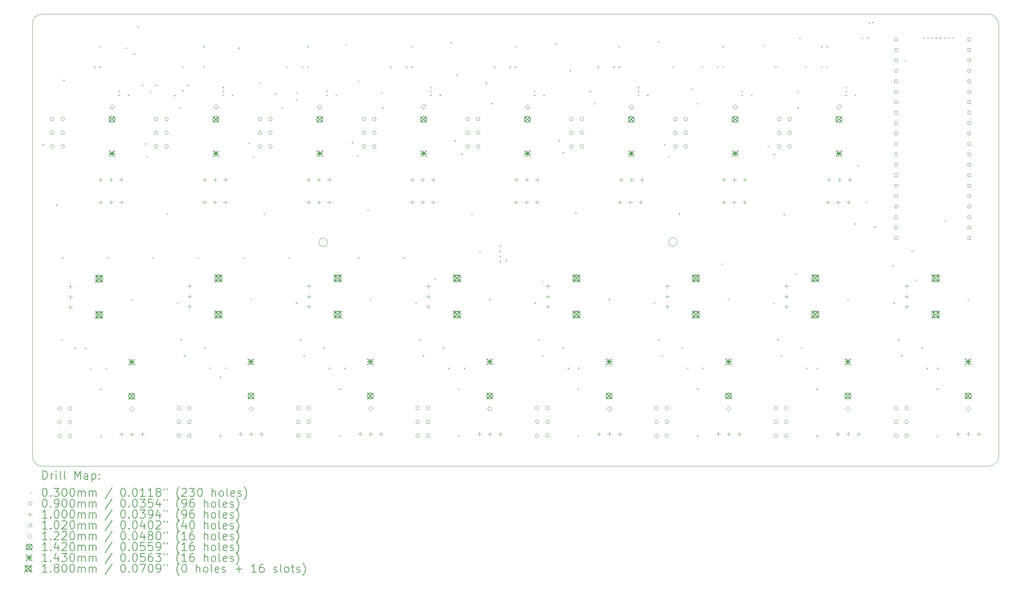
<source format=gbr>
%TF.GenerationSoftware,KiCad,Pcbnew,9.0.3*%
%TF.CreationDate,2025-08-26T17:21:35-04:00*%
%TF.ProjectId,Oblique Palette 0.5.4 PCB Main,4f626c69-7175-4652-9050-616c65747465,0.5.5*%
%TF.SameCoordinates,Original*%
%TF.FileFunction,Drillmap*%
%TF.FilePolarity,Positive*%
%FSLAX45Y45*%
G04 Gerber Fmt 4.5, Leading zero omitted, Abs format (unit mm)*
G04 Created by KiCad (PCBNEW 9.0.3) date 2025-08-26 17:21:35*
%MOMM*%
%LPD*%
G01*
G04 APERTURE LIST*
%ADD10C,0.050000*%
%ADD11C,0.200000*%
%ADD12C,0.100000*%
%ADD13C,0.102000*%
%ADD14C,0.122000*%
%ADD15C,0.142000*%
%ADD16C,0.143000*%
%ADD17C,0.180000*%
G04 APERTURE END LIST*
D10*
X25125000Y-12266000D02*
G75*
G02*
X24875000Y-12516000I-250000J0D01*
G01*
X24875000Y-12516000D02*
X1875000Y-12516000D01*
X1625000Y-1766000D02*
G75*
G02*
X1875000Y-1516000I250000J0D01*
G01*
X8805000Y-7066000D02*
G75*
G02*
X8595000Y-7066000I-105000J0D01*
G01*
X8595000Y-7066000D02*
G75*
G02*
X8805000Y-7066000I105000J0D01*
G01*
X1875000Y-1516000D02*
X24875000Y-1516000D01*
X25125000Y-1766000D02*
X25125000Y-12266000D01*
X1875000Y-12516000D02*
G75*
G02*
X1625000Y-12266000I0J250000D01*
G01*
X1625000Y-12266000D02*
X1625000Y-1766000D01*
X24875000Y-1516000D02*
G75*
G02*
X25125000Y-1766000I0J-250000D01*
G01*
X17307852Y-7059366D02*
G75*
G02*
X17097852Y-7059366I-105000J0D01*
G01*
X17097852Y-7059366D02*
G75*
G02*
X17307852Y-7059366I105000J0D01*
G01*
D11*
D12*
X1876500Y-4676000D02*
X1906500Y-4706000D01*
X1906500Y-4676000D02*
X1876500Y-4706000D01*
X2200700Y-6144700D02*
X2230700Y-6174700D01*
X2230700Y-6144700D02*
X2200700Y-6174700D01*
X2327214Y-9429445D02*
X2357214Y-9459445D01*
X2357214Y-9429445D02*
X2327214Y-9459445D01*
X2339700Y-7430700D02*
X2369700Y-7460700D01*
X2369700Y-7430700D02*
X2339700Y-7460700D01*
X2374282Y-3110763D02*
X2404282Y-3140763D01*
X2404282Y-3110763D02*
X2374282Y-3140763D01*
X2646214Y-9629445D02*
X2676214Y-9659445D01*
X2676214Y-9629445D02*
X2646214Y-9659445D01*
X2900214Y-9629445D02*
X2930214Y-9659445D01*
X2930214Y-9629445D02*
X2900214Y-9659445D01*
X3027214Y-10124445D02*
X3057214Y-10154445D01*
X3057214Y-10124445D02*
X3027214Y-10154445D01*
X3129700Y-2789700D02*
X3159700Y-2819700D01*
X3159700Y-2789700D02*
X3129700Y-2819700D01*
X3256700Y-2294700D02*
X3286700Y-2324700D01*
X3286700Y-2294700D02*
X3256700Y-2324700D01*
X3256700Y-2789700D02*
X3286700Y-2819700D01*
X3286700Y-2789700D02*
X3256700Y-2819700D01*
X3273930Y-10629445D02*
X3303930Y-10659445D01*
X3303930Y-10629445D02*
X3273930Y-10659445D01*
X3277214Y-11779445D02*
X3307214Y-11809445D01*
X3307214Y-11779445D02*
X3277214Y-11809445D01*
X3408214Y-10124445D02*
X3438214Y-10154445D01*
X3438214Y-10124445D02*
X3408214Y-10154445D01*
X3439700Y-7430700D02*
X3469700Y-7460700D01*
X3469700Y-7430700D02*
X3439700Y-7460700D01*
X3723200Y-3379700D02*
X3753200Y-3409700D01*
X3753200Y-3379700D02*
X3723200Y-3409700D01*
X3723200Y-3474700D02*
X3753200Y-3504700D01*
X3753200Y-3474700D02*
X3723200Y-3504700D01*
X3889700Y-2330700D02*
X3919700Y-2360700D01*
X3919700Y-2330700D02*
X3889700Y-2360700D01*
X3950700Y-3474700D02*
X3980700Y-3504700D01*
X3980700Y-3474700D02*
X3950700Y-3504700D01*
X4027214Y-8449445D02*
X4057214Y-8479445D01*
X4057214Y-8449445D02*
X4027214Y-8479445D01*
X4085000Y-2476000D02*
X4115000Y-2506000D01*
X4115000Y-2476000D02*
X4085000Y-2506000D01*
X4176331Y-1809075D02*
X4206331Y-1839075D01*
X4206331Y-1809075D02*
X4176331Y-1839075D01*
X4289700Y-3230700D02*
X4319700Y-3260700D01*
X4319700Y-3230700D02*
X4289700Y-3260700D01*
X4361400Y-4655700D02*
X4391400Y-4685700D01*
X4391400Y-4655700D02*
X4361400Y-4685700D01*
X4401500Y-4976000D02*
X4431500Y-5006000D01*
X4431500Y-4976000D02*
X4401500Y-5006000D01*
X4489700Y-3380700D02*
X4519700Y-3410700D01*
X4519700Y-3380700D02*
X4489700Y-3410700D01*
X4539700Y-7430700D02*
X4569700Y-7460700D01*
X4569700Y-7430700D02*
X4539700Y-7460700D01*
X4629700Y-3230700D02*
X4659700Y-3260700D01*
X4659700Y-3230700D02*
X4629700Y-3260700D01*
X4885000Y-6354700D02*
X4915000Y-6384700D01*
X4915000Y-6354700D02*
X4885000Y-6384700D01*
X5075700Y-3485800D02*
X5105700Y-3515800D01*
X5105700Y-3485800D02*
X5075700Y-3515800D01*
X5139700Y-8530700D02*
X5169700Y-8560700D01*
X5169700Y-8530700D02*
X5139700Y-8560700D01*
X5185000Y-3776000D02*
X5215000Y-3806000D01*
X5215000Y-3776000D02*
X5185000Y-3806000D01*
X5229800Y-9420445D02*
X5259800Y-9450445D01*
X5259800Y-9420445D02*
X5229800Y-9450445D01*
X5272883Y-3363883D02*
X5302883Y-3393883D01*
X5302883Y-3363883D02*
X5272883Y-3393883D01*
X5273700Y-2789700D02*
X5303700Y-2819700D01*
X5303700Y-2789700D02*
X5273700Y-2819700D01*
X5314800Y-9810445D02*
X5344800Y-9840445D01*
X5344800Y-9810445D02*
X5314800Y-9840445D01*
X5397883Y-3238883D02*
X5427883Y-3268883D01*
X5427883Y-3238883D02*
X5397883Y-3268883D01*
X5639700Y-7430700D02*
X5669700Y-7460700D01*
X5669700Y-7430700D02*
X5639700Y-7460700D01*
X5781700Y-2294700D02*
X5811700Y-2324700D01*
X5811700Y-2294700D02*
X5781700Y-2324700D01*
X5781800Y-2780700D02*
X5811800Y-2810700D01*
X5811800Y-2780700D02*
X5781800Y-2810700D01*
X5802800Y-9620445D02*
X5832800Y-9650445D01*
X5832800Y-9620445D02*
X5802800Y-9650445D01*
X5929800Y-10115445D02*
X5959800Y-10145445D01*
X5959800Y-10115445D02*
X5929800Y-10145445D01*
X6179800Y-11770445D02*
X6209800Y-11800445D01*
X6209800Y-11770445D02*
X6179800Y-11800445D01*
X6181455Y-10330445D02*
X6211455Y-10360445D01*
X6211455Y-10330445D02*
X6181455Y-10360445D01*
X6248200Y-3284700D02*
X6278200Y-3314700D01*
X6278200Y-3284700D02*
X6248200Y-3314700D01*
X6248200Y-3379700D02*
X6278200Y-3409700D01*
X6278200Y-3379700D02*
X6248200Y-3409700D01*
X6248200Y-3474700D02*
X6278200Y-3504700D01*
X6278200Y-3474700D02*
X6248200Y-3504700D01*
X6310800Y-10115445D02*
X6340800Y-10145445D01*
X6340800Y-10115445D02*
X6310800Y-10145445D01*
X6475700Y-3474700D02*
X6505700Y-3504700D01*
X6505700Y-3474700D02*
X6475700Y-3504700D01*
X6639700Y-2330700D02*
X6669700Y-2360700D01*
X6669700Y-2330700D02*
X6639700Y-2360700D01*
X6739700Y-7430700D02*
X6769700Y-7460700D01*
X6769700Y-7430700D02*
X6739700Y-7460700D01*
X6881400Y-4641001D02*
X6911400Y-4671001D01*
X6911400Y-4641001D02*
X6881400Y-4671001D01*
X6929800Y-8440445D02*
X6959800Y-8470445D01*
X6959800Y-8440445D02*
X6929800Y-8470445D01*
X6985000Y-4976000D02*
X7015000Y-5006000D01*
X7015000Y-4976000D02*
X6985000Y-5006000D01*
X7139700Y-3180700D02*
X7169700Y-3210700D01*
X7169700Y-3180700D02*
X7139700Y-3210700D01*
X7250700Y-6357750D02*
X7280700Y-6387750D01*
X7280700Y-6357750D02*
X7250700Y-6387750D01*
X7523528Y-3441000D02*
X7553528Y-3471000D01*
X7553528Y-3441000D02*
X7523528Y-3471000D01*
X7685000Y-3776000D02*
X7715000Y-3806000D01*
X7715000Y-3776000D02*
X7685000Y-3806000D01*
X7798700Y-2789700D02*
X7828700Y-2819700D01*
X7828700Y-2789700D02*
X7798700Y-2819700D01*
X7839700Y-7430700D02*
X7869700Y-7460700D01*
X7869700Y-7430700D02*
X7839700Y-7460700D01*
X8032386Y-8529195D02*
X8062386Y-8559195D01*
X8062386Y-8529195D02*
X8032386Y-8559195D01*
X8039700Y-3420700D02*
X8069700Y-3450700D01*
X8069700Y-3420700D02*
X8039700Y-3450700D01*
X8039700Y-3580900D02*
X8069700Y-3610900D01*
X8069700Y-3580900D02*
X8039700Y-3610900D01*
X8132386Y-9420445D02*
X8162386Y-9450445D01*
X8162386Y-9420445D02*
X8132386Y-9450445D01*
X8179700Y-2789700D02*
X8209700Y-2819700D01*
X8209700Y-2789700D02*
X8179700Y-2819700D01*
X8217386Y-9810445D02*
X8247386Y-9840445D01*
X8247386Y-9810445D02*
X8217386Y-9840445D01*
X8306700Y-2294700D02*
X8336700Y-2324700D01*
X8336700Y-2294700D02*
X8306700Y-2324700D01*
X8306700Y-2789700D02*
X8336700Y-2819700D01*
X8336700Y-2789700D02*
X8306700Y-2819700D01*
X8705386Y-9620445D02*
X8735386Y-9650445D01*
X8735386Y-9620445D02*
X8705386Y-9650445D01*
X8773200Y-3379700D02*
X8803200Y-3409700D01*
X8803200Y-3379700D02*
X8773200Y-3409700D01*
X8773200Y-3474700D02*
X8803200Y-3504700D01*
X8803200Y-3474700D02*
X8773200Y-3504700D01*
X8832386Y-10115445D02*
X8862386Y-10145445D01*
X8862386Y-10115445D02*
X8832386Y-10145445D01*
X9000700Y-3474700D02*
X9030700Y-3504700D01*
X9030700Y-3474700D02*
X9000700Y-3504700D01*
X9079101Y-10620445D02*
X9109101Y-10650445D01*
X9109101Y-10620445D02*
X9079101Y-10650445D01*
X9082386Y-11770445D02*
X9112386Y-11800445D01*
X9112386Y-11770445D02*
X9082386Y-11800445D01*
X9213386Y-10115445D02*
X9243386Y-10145445D01*
X9243386Y-10115445D02*
X9213386Y-10145445D01*
X9239700Y-2245700D02*
X9269700Y-2275700D01*
X9269700Y-2245700D02*
X9239700Y-2275700D01*
X9389700Y-4630700D02*
X9419700Y-4660700D01*
X9419700Y-4630700D02*
X9389700Y-4660700D01*
X9517637Y-4959075D02*
X9547637Y-4989075D01*
X9547637Y-4959075D02*
X9517637Y-4989075D01*
X9539700Y-3130700D02*
X9569700Y-3160700D01*
X9569700Y-3130700D02*
X9539700Y-3160700D01*
X9539700Y-7430700D02*
X9569700Y-7460700D01*
X9569700Y-7430700D02*
X9539700Y-7460700D01*
X9775700Y-6276000D02*
X9805700Y-6306000D01*
X9805700Y-6276000D02*
X9775700Y-6306000D01*
X9832386Y-8440445D02*
X9862386Y-8470445D01*
X9862386Y-8440445D02*
X9832386Y-8470445D01*
X10109143Y-3407918D02*
X10139143Y-3437918D01*
X10139143Y-3407918D02*
X10109143Y-3437918D01*
X10125700Y-3776000D02*
X10155700Y-3806000D01*
X10155700Y-3776000D02*
X10125700Y-3806000D01*
X10323700Y-2789700D02*
X10353700Y-2819700D01*
X10353700Y-2789700D02*
X10323700Y-2819700D01*
X10639700Y-7430700D02*
X10669700Y-7460700D01*
X10669700Y-7430700D02*
X10639700Y-7460700D01*
X10704700Y-2789700D02*
X10734700Y-2819700D01*
X10734700Y-2789700D02*
X10704700Y-2819700D01*
X10831700Y-2294700D02*
X10861700Y-2324700D01*
X10861700Y-2294700D02*
X10831700Y-2324700D01*
X10831700Y-2789700D02*
X10861700Y-2819700D01*
X10861700Y-2789700D02*
X10831700Y-2819700D01*
X10939700Y-8530700D02*
X10969700Y-8560700D01*
X10969700Y-8530700D02*
X10939700Y-8560700D01*
X11034971Y-9420445D02*
X11064971Y-9450445D01*
X11064971Y-9420445D02*
X11034971Y-9450445D01*
X11119971Y-9810445D02*
X11149971Y-9840445D01*
X11149971Y-9810445D02*
X11119971Y-9840445D01*
X11289700Y-3380700D02*
X11319700Y-3410700D01*
X11319700Y-3380700D02*
X11289700Y-3410700D01*
X11298200Y-3284700D02*
X11328200Y-3314700D01*
X11328200Y-3284700D02*
X11298200Y-3314700D01*
X11298200Y-3474700D02*
X11328200Y-3504700D01*
X11328200Y-3474700D02*
X11298200Y-3504700D01*
X11401999Y-7942999D02*
X11431999Y-7972999D01*
X11431999Y-7942999D02*
X11401999Y-7972999D01*
X11525700Y-3474700D02*
X11555700Y-3504700D01*
X11555700Y-3474700D02*
X11525700Y-3504700D01*
X11607971Y-9620445D02*
X11637971Y-9650445D01*
X11637971Y-9620445D02*
X11607971Y-9650445D01*
X11734971Y-10115445D02*
X11764971Y-10145445D01*
X11764971Y-10115445D02*
X11734971Y-10145445D01*
X11789700Y-2195700D02*
X11819700Y-2225700D01*
X11819700Y-2195700D02*
X11789700Y-2225700D01*
X11889700Y-4580700D02*
X11919700Y-4610700D01*
X11919700Y-4580700D02*
X11889700Y-4610700D01*
X11939700Y-2980700D02*
X11969700Y-3010700D01*
X11969700Y-2980700D02*
X11939700Y-3010700D01*
X11981687Y-10620445D02*
X12011687Y-10650445D01*
X12011687Y-10620445D02*
X11981687Y-10650445D01*
X11984971Y-11770445D02*
X12014971Y-11800445D01*
X12014971Y-11770445D02*
X11984971Y-11800445D01*
X12057830Y-4903170D02*
X12087830Y-4933170D01*
X12087830Y-4903170D02*
X12057830Y-4933170D01*
X12115971Y-10115445D02*
X12145971Y-10145445D01*
X12145971Y-10115445D02*
X12115971Y-10145445D01*
X12300700Y-6357750D02*
X12330700Y-6387750D01*
X12330700Y-6357750D02*
X12300700Y-6387750D01*
X12492200Y-7271200D02*
X12522200Y-7301200D01*
X12522200Y-7271200D02*
X12492200Y-7301200D01*
X12650700Y-3176000D02*
X12680700Y-3206000D01*
X12680700Y-3176000D02*
X12650700Y-3206000D01*
X12734971Y-8440445D02*
X12764971Y-8470445D01*
X12764971Y-8440445D02*
X12734971Y-8470445D01*
X12785000Y-3676000D02*
X12815000Y-3706000D01*
X12815000Y-3676000D02*
X12785000Y-3706000D01*
X12848700Y-2789700D02*
X12878700Y-2819700D01*
X12878700Y-2789700D02*
X12848700Y-2819700D01*
X12987200Y-7144200D02*
X13017200Y-7174200D01*
X13017200Y-7144200D02*
X12987200Y-7174200D01*
X12987200Y-7270700D02*
X13017200Y-7300700D01*
X13017200Y-7270700D02*
X12987200Y-7300700D01*
X12987200Y-7398200D02*
X13017200Y-7428200D01*
X13017200Y-7398200D02*
X12987200Y-7428200D01*
X12987200Y-7525200D02*
X13017200Y-7555200D01*
X13017200Y-7525200D02*
X12987200Y-7555200D01*
X13132305Y-7492093D02*
X13162305Y-7522093D01*
X13162305Y-7492093D02*
X13132305Y-7522093D01*
X13229700Y-2789700D02*
X13259700Y-2819700D01*
X13259700Y-2789700D02*
X13229700Y-2819700D01*
X13356700Y-2294700D02*
X13386700Y-2324700D01*
X13386700Y-2294700D02*
X13356700Y-2324700D01*
X13356700Y-2789700D02*
X13386700Y-2819700D01*
X13386700Y-2789700D02*
X13356700Y-2819700D01*
X13823200Y-3379700D02*
X13853200Y-3409700D01*
X13853200Y-3379700D02*
X13823200Y-3409700D01*
X13823200Y-3474700D02*
X13853200Y-3504700D01*
X13853200Y-3474700D02*
X13823200Y-3504700D01*
X13837557Y-8529195D02*
X13867557Y-8559195D01*
X13867557Y-8529195D02*
X13837557Y-8559195D01*
X13937557Y-9420445D02*
X13967557Y-9450445D01*
X13967557Y-9420445D02*
X13937557Y-9450445D01*
X14011414Y-8003538D02*
X14041414Y-8033538D01*
X14041414Y-8003538D02*
X14011414Y-8033538D01*
X14022557Y-9810445D02*
X14052557Y-9840445D01*
X14052557Y-9810445D02*
X14022557Y-9840445D01*
X14050700Y-3474700D02*
X14080700Y-3504700D01*
X14080700Y-3474700D02*
X14050700Y-3504700D01*
X14339700Y-2230700D02*
X14369700Y-2260700D01*
X14369700Y-2230700D02*
X14339700Y-2260700D01*
X14417392Y-4580700D02*
X14447392Y-4610700D01*
X14447392Y-4580700D02*
X14417392Y-4610700D01*
X14510557Y-9620445D02*
X14540557Y-9650445D01*
X14540557Y-9620445D02*
X14510557Y-9650445D01*
X14521400Y-4876000D02*
X14551400Y-4906000D01*
X14551400Y-4876000D02*
X14521400Y-4906000D01*
X14637557Y-10115445D02*
X14667557Y-10145445D01*
X14667557Y-10115445D02*
X14637557Y-10145445D01*
X14689700Y-2880700D02*
X14719700Y-2910700D01*
X14719700Y-2880700D02*
X14689700Y-2910700D01*
X14825700Y-6340700D02*
X14855700Y-6370700D01*
X14855700Y-6340700D02*
X14825700Y-6370700D01*
X14884273Y-10620445D02*
X14914273Y-10650445D01*
X14914273Y-10620445D02*
X14884273Y-10650445D01*
X14887557Y-11770445D02*
X14917557Y-11800445D01*
X14917557Y-11770445D02*
X14887557Y-11800445D01*
X14891557Y-10115445D02*
X14921557Y-10145445D01*
X14921557Y-10115445D02*
X14891557Y-10145445D01*
X15175700Y-3380700D02*
X15205700Y-3410700D01*
X15205700Y-3380700D02*
X15175700Y-3410700D01*
X15285000Y-3676000D02*
X15315000Y-3706000D01*
X15315000Y-3676000D02*
X15285000Y-3706000D01*
X15373700Y-2789700D02*
X15403700Y-2819700D01*
X15403700Y-2789700D02*
X15373700Y-2819700D01*
X15637557Y-8440445D02*
X15667557Y-8470445D01*
X15667557Y-8440445D02*
X15637557Y-8470445D01*
X15754700Y-2789700D02*
X15784700Y-2819700D01*
X15784700Y-2789700D02*
X15754700Y-2819700D01*
X15881700Y-2294700D02*
X15911700Y-2324700D01*
X15911700Y-2294700D02*
X15881700Y-2324700D01*
X15881700Y-2789700D02*
X15911700Y-2819700D01*
X15911700Y-2789700D02*
X15881700Y-2819700D01*
X16348200Y-3284700D02*
X16378200Y-3314700D01*
X16378200Y-3284700D02*
X16348200Y-3314700D01*
X16348200Y-3379700D02*
X16378200Y-3409700D01*
X16378200Y-3379700D02*
X16348200Y-3409700D01*
X16348200Y-3474700D02*
X16378200Y-3504700D01*
X16378200Y-3474700D02*
X16348200Y-3504700D01*
X16575700Y-3474700D02*
X16605700Y-3504700D01*
X16605700Y-3474700D02*
X16575700Y-3504700D01*
X16740143Y-8529195D02*
X16770143Y-8559195D01*
X16770143Y-8529195D02*
X16740143Y-8559195D01*
X16839700Y-2180700D02*
X16869700Y-2210700D01*
X16869700Y-2180700D02*
X16839700Y-2210700D01*
X16840143Y-9420445D02*
X16870143Y-9450445D01*
X16870143Y-9420445D02*
X16840143Y-9450445D01*
X16925143Y-9810445D02*
X16955143Y-9840445D01*
X16955143Y-9810445D02*
X16925143Y-9840445D01*
X16985000Y-4676000D02*
X17015000Y-4706000D01*
X17015000Y-4676000D02*
X16985000Y-4706000D01*
X17085000Y-4976000D02*
X17115000Y-5006000D01*
X17115000Y-4976000D02*
X17085000Y-5006000D01*
X17180700Y-2789700D02*
X17210700Y-2819700D01*
X17210700Y-2789700D02*
X17180700Y-2819700D01*
X17339700Y-6357750D02*
X17369700Y-6387750D01*
X17369700Y-6357750D02*
X17339700Y-6387750D01*
X17413143Y-9620445D02*
X17443143Y-9650445D01*
X17443143Y-9620445D02*
X17413143Y-9650445D01*
X17540143Y-10115445D02*
X17570143Y-10145445D01*
X17570143Y-10115445D02*
X17540143Y-10145445D01*
X17640500Y-3320500D02*
X17670500Y-3350500D01*
X17670500Y-3320500D02*
X17640500Y-3350500D01*
X17785000Y-3676000D02*
X17815000Y-3706000D01*
X17815000Y-3676000D02*
X17785000Y-3706000D01*
X17786858Y-10620445D02*
X17816858Y-10650445D01*
X17816858Y-10620445D02*
X17786858Y-10650445D01*
X17790143Y-11770445D02*
X17820143Y-11800445D01*
X17820143Y-11770445D02*
X17790143Y-11800445D01*
X17898700Y-2789700D02*
X17928700Y-2819700D01*
X17928700Y-2789700D02*
X17898700Y-2819700D01*
X17921143Y-10115445D02*
X17951143Y-10145445D01*
X17951143Y-10115445D02*
X17921143Y-10145445D01*
X18279700Y-2789700D02*
X18309700Y-2819700D01*
X18309700Y-2789700D02*
X18279700Y-2819700D01*
X18389700Y-7580700D02*
X18419700Y-7610700D01*
X18419700Y-7580700D02*
X18389700Y-7610700D01*
X18406700Y-2294700D02*
X18436700Y-2324700D01*
X18436700Y-2294700D02*
X18406700Y-2324700D01*
X18406700Y-2789700D02*
X18436700Y-2819700D01*
X18436700Y-2789700D02*
X18406700Y-2819700D01*
X18540143Y-8440445D02*
X18570143Y-8470445D01*
X18570143Y-8440445D02*
X18540143Y-8470445D01*
X18871640Y-3381260D02*
X18901640Y-3411260D01*
X18901640Y-3381260D02*
X18871640Y-3411260D01*
X18873200Y-3474700D02*
X18903200Y-3504700D01*
X18903200Y-3474700D02*
X18873200Y-3504700D01*
X19100700Y-3474700D02*
X19130700Y-3504700D01*
X19130700Y-3474700D02*
X19100700Y-3504700D01*
X19389700Y-2280700D02*
X19419700Y-2310700D01*
X19419700Y-2280700D02*
X19389700Y-2310700D01*
X19506600Y-4721962D02*
X19536600Y-4751962D01*
X19536600Y-4721962D02*
X19506600Y-4751962D01*
X19642729Y-8529195D02*
X19672729Y-8559195D01*
X19672729Y-8529195D02*
X19642729Y-8559195D01*
X19645330Y-4915670D02*
X19675330Y-4945670D01*
X19675330Y-4915670D02*
X19645330Y-4945670D01*
X19689700Y-2780700D02*
X19719700Y-2810700D01*
X19719700Y-2780700D02*
X19689700Y-2810700D01*
X19742729Y-9420445D02*
X19772729Y-9450445D01*
X19772729Y-9420445D02*
X19742729Y-9450445D01*
X19827729Y-9810445D02*
X19857729Y-9840445D01*
X19857729Y-9810445D02*
X19827729Y-9840445D01*
X19889700Y-6375949D02*
X19919700Y-6405949D01*
X19919700Y-6375949D02*
X19889700Y-6405949D01*
X20189700Y-7830700D02*
X20219700Y-7860700D01*
X20219700Y-7830700D02*
X20189700Y-7860700D01*
X20225700Y-3380700D02*
X20255700Y-3410700D01*
X20255700Y-3380700D02*
X20225700Y-3410700D01*
X20225700Y-3776000D02*
X20255700Y-3806000D01*
X20255700Y-3776000D02*
X20225700Y-3806000D01*
X20272406Y-2086024D02*
X20302406Y-2116024D01*
X20302406Y-2086024D02*
X20272406Y-2116024D01*
X20315729Y-9620445D02*
X20345729Y-9650445D01*
X20345729Y-9620445D02*
X20315729Y-9650445D01*
X20423700Y-2789700D02*
X20453700Y-2819700D01*
X20453700Y-2789700D02*
X20423700Y-2819700D01*
X20442729Y-10115445D02*
X20472729Y-10145445D01*
X20472729Y-10115445D02*
X20442729Y-10145445D01*
X20689444Y-10620445D02*
X20719444Y-10650445D01*
X20719444Y-10620445D02*
X20689444Y-10650445D01*
X20692729Y-11770445D02*
X20722729Y-11800445D01*
X20722729Y-11770445D02*
X20692729Y-11800445D01*
X20696729Y-10115445D02*
X20726729Y-10145445D01*
X20726729Y-10115445D02*
X20696729Y-10145445D01*
X20804700Y-2295700D02*
X20834700Y-2325700D01*
X20834700Y-2295700D02*
X20804700Y-2325700D01*
X20804700Y-2789700D02*
X20834700Y-2819700D01*
X20834700Y-2789700D02*
X20804700Y-2819700D01*
X20931700Y-2294700D02*
X20961700Y-2324700D01*
X20961700Y-2294700D02*
X20931700Y-2324700D01*
X20931700Y-2789700D02*
X20961700Y-2819700D01*
X20961700Y-2789700D02*
X20931700Y-2819700D01*
X21398200Y-3284700D02*
X21428200Y-3314700D01*
X21428200Y-3284700D02*
X21398200Y-3314700D01*
X21398200Y-3379700D02*
X21428200Y-3409700D01*
X21428200Y-3379700D02*
X21398200Y-3409700D01*
X21398200Y-3474700D02*
X21428200Y-3504700D01*
X21428200Y-3474700D02*
X21398200Y-3504700D01*
X21442729Y-8440445D02*
X21472729Y-8470445D01*
X21472729Y-8440445D02*
X21442729Y-8470445D01*
X21614061Y-6605061D02*
X21644061Y-6635061D01*
X21644061Y-6605061D02*
X21614061Y-6635061D01*
X21625700Y-3474700D02*
X21655700Y-3504700D01*
X21655700Y-3474700D02*
X21625700Y-3504700D01*
X21689700Y-5180700D02*
X21719700Y-5210700D01*
X21719700Y-5180700D02*
X21689700Y-5210700D01*
X21789700Y-2080700D02*
X21819700Y-2110700D01*
X21819700Y-2080700D02*
X21789700Y-2110700D01*
X21889700Y-6080700D02*
X21919700Y-6110700D01*
X21919700Y-6080700D02*
X21889700Y-6110700D01*
X21939700Y-2080800D02*
X21969700Y-2110800D01*
X21969700Y-2080800D02*
X21939700Y-2110800D01*
X21962483Y-1724272D02*
X21992483Y-1754272D01*
X21992483Y-1724272D02*
X21962483Y-1754272D01*
X22042917Y-1704800D02*
X22072917Y-1734800D01*
X22072917Y-1704800D02*
X22042917Y-1734800D01*
X22098450Y-6680700D02*
X22128450Y-6710700D01*
X22128450Y-6680700D02*
X22098450Y-6710700D01*
X22535000Y-7626000D02*
X22565000Y-7656000D01*
X22565000Y-7626000D02*
X22535000Y-7656000D01*
X22570314Y-8529195D02*
X22600314Y-8559195D01*
X22600314Y-8529195D02*
X22570314Y-8559195D01*
X22670314Y-9420445D02*
X22700314Y-9450445D01*
X22700314Y-9420445D02*
X22670314Y-9450445D01*
X22755314Y-9810445D02*
X22785314Y-9840445D01*
X22785314Y-9810445D02*
X22755314Y-9840445D01*
X22839700Y-2622700D02*
X22869700Y-2652700D01*
X22869700Y-2622700D02*
X22839700Y-2652700D01*
X22998786Y-7269886D02*
X23028786Y-7299886D01*
X23028786Y-7269886D02*
X22998786Y-7299886D01*
X23085000Y-7976000D02*
X23115000Y-8006000D01*
X23115000Y-7976000D02*
X23085000Y-8006000D01*
X23243314Y-9620445D02*
X23273314Y-9650445D01*
X23273314Y-9620445D02*
X23243314Y-9650445D01*
X23289700Y-2080700D02*
X23319700Y-2110700D01*
X23319700Y-2080700D02*
X23289700Y-2110700D01*
X23370314Y-10115445D02*
X23400314Y-10145445D01*
X23400314Y-10115445D02*
X23370314Y-10145445D01*
X23389700Y-2080700D02*
X23419700Y-2110700D01*
X23419700Y-2080700D02*
X23389700Y-2110700D01*
X23489700Y-2082073D02*
X23519700Y-2112073D01*
X23519700Y-2082073D02*
X23489700Y-2112073D01*
X23589700Y-2082073D02*
X23619700Y-2112073D01*
X23619700Y-2082073D02*
X23589700Y-2112073D01*
X23617030Y-10620445D02*
X23647030Y-10650445D01*
X23647030Y-10620445D02*
X23617030Y-10650445D01*
X23620314Y-11770445D02*
X23650314Y-11800445D01*
X23650314Y-11770445D02*
X23620314Y-11800445D01*
X23624314Y-10115445D02*
X23654314Y-10145445D01*
X23654314Y-10115445D02*
X23624314Y-10145445D01*
X23689700Y-2082073D02*
X23719700Y-2112073D01*
X23719700Y-2082073D02*
X23689700Y-2112073D01*
X23789700Y-2082073D02*
X23819700Y-2112073D01*
X23819700Y-2082073D02*
X23789700Y-2112073D01*
X23811139Y-6526184D02*
X23841139Y-6556184D01*
X23841139Y-6526184D02*
X23811139Y-6556184D01*
X23889700Y-2082073D02*
X23919700Y-2112073D01*
X23919700Y-2082073D02*
X23889700Y-2112073D01*
X23985000Y-2080383D02*
X24015000Y-2110384D01*
X24015000Y-2080383D02*
X23985000Y-2110384D01*
X24370314Y-8440445D02*
X24400314Y-8470445D01*
X24400314Y-8440445D02*
X24370314Y-8470445D01*
X2156700Y-4068700D02*
G75*
G02*
X2066700Y-4068700I-45000J0D01*
G01*
X2066700Y-4068700D02*
G75*
G02*
X2156700Y-4068700I45000J0D01*
G01*
X2156700Y-4403700D02*
G75*
G02*
X2066700Y-4403700I-45000J0D01*
G01*
X2066700Y-4403700D02*
G75*
G02*
X2156700Y-4403700I45000J0D01*
G01*
X2156700Y-4738700D02*
G75*
G02*
X2066700Y-4738700I-45000J0D01*
G01*
X2066700Y-4738700D02*
G75*
G02*
X2156700Y-4738700I45000J0D01*
G01*
X2333214Y-11109445D02*
G75*
G02*
X2243214Y-11109445I-45000J0D01*
G01*
X2243214Y-11109445D02*
G75*
G02*
X2333214Y-11109445I45000J0D01*
G01*
X2333214Y-11444445D02*
G75*
G02*
X2243214Y-11444445I-45000J0D01*
G01*
X2243214Y-11444445D02*
G75*
G02*
X2333214Y-11444445I45000J0D01*
G01*
X2333214Y-11779445D02*
G75*
G02*
X2243214Y-11779445I-45000J0D01*
G01*
X2243214Y-11779445D02*
G75*
G02*
X2333214Y-11779445I45000J0D01*
G01*
X2410700Y-4068700D02*
G75*
G02*
X2320700Y-4068700I-45000J0D01*
G01*
X2320700Y-4068700D02*
G75*
G02*
X2410700Y-4068700I45000J0D01*
G01*
X2410700Y-4403700D02*
G75*
G02*
X2320700Y-4403700I-45000J0D01*
G01*
X2320700Y-4403700D02*
G75*
G02*
X2410700Y-4403700I45000J0D01*
G01*
X2410700Y-4738700D02*
G75*
G02*
X2320700Y-4738700I-45000J0D01*
G01*
X2320700Y-4738700D02*
G75*
G02*
X2410700Y-4738700I45000J0D01*
G01*
X2587214Y-11109445D02*
G75*
G02*
X2497214Y-11109445I-45000J0D01*
G01*
X2497214Y-11109445D02*
G75*
G02*
X2587214Y-11109445I45000J0D01*
G01*
X2587214Y-11444445D02*
G75*
G02*
X2497214Y-11444445I-45000J0D01*
G01*
X2497214Y-11444445D02*
G75*
G02*
X2587214Y-11444445I45000J0D01*
G01*
X2587214Y-11779445D02*
G75*
G02*
X2497214Y-11779445I-45000J0D01*
G01*
X2497214Y-11779445D02*
G75*
G02*
X2587214Y-11779445I45000J0D01*
G01*
X4681700Y-4068700D02*
G75*
G02*
X4591700Y-4068700I-45000J0D01*
G01*
X4591700Y-4068700D02*
G75*
G02*
X4681700Y-4068700I45000J0D01*
G01*
X4681700Y-4403700D02*
G75*
G02*
X4591700Y-4403700I-45000J0D01*
G01*
X4591700Y-4403700D02*
G75*
G02*
X4681700Y-4403700I45000J0D01*
G01*
X4681700Y-4738700D02*
G75*
G02*
X4591700Y-4738700I-45000J0D01*
G01*
X4591700Y-4738700D02*
G75*
G02*
X4681700Y-4738700I45000J0D01*
G01*
X4935700Y-4068700D02*
G75*
G02*
X4845700Y-4068700I-45000J0D01*
G01*
X4845700Y-4068700D02*
G75*
G02*
X4935700Y-4068700I45000J0D01*
G01*
X4935700Y-4403700D02*
G75*
G02*
X4845700Y-4403700I-45000J0D01*
G01*
X4845700Y-4403700D02*
G75*
G02*
X4935700Y-4403700I45000J0D01*
G01*
X4935700Y-4738700D02*
G75*
G02*
X4845700Y-4738700I-45000J0D01*
G01*
X4845700Y-4738700D02*
G75*
G02*
X4935700Y-4738700I45000J0D01*
G01*
X5235800Y-11100445D02*
G75*
G02*
X5145800Y-11100445I-45000J0D01*
G01*
X5145800Y-11100445D02*
G75*
G02*
X5235800Y-11100445I45000J0D01*
G01*
X5235800Y-11435445D02*
G75*
G02*
X5145800Y-11435445I-45000J0D01*
G01*
X5145800Y-11435445D02*
G75*
G02*
X5235800Y-11435445I45000J0D01*
G01*
X5235800Y-11770445D02*
G75*
G02*
X5145800Y-11770445I-45000J0D01*
G01*
X5145800Y-11770445D02*
G75*
G02*
X5235800Y-11770445I45000J0D01*
G01*
X5489800Y-11100445D02*
G75*
G02*
X5399800Y-11100445I-45000J0D01*
G01*
X5399800Y-11100445D02*
G75*
G02*
X5489800Y-11100445I45000J0D01*
G01*
X5489800Y-11435445D02*
G75*
G02*
X5399800Y-11435445I-45000J0D01*
G01*
X5399800Y-11435445D02*
G75*
G02*
X5489800Y-11435445I45000J0D01*
G01*
X5489800Y-11770445D02*
G75*
G02*
X5399800Y-11770445I-45000J0D01*
G01*
X5399800Y-11770445D02*
G75*
G02*
X5489800Y-11770445I45000J0D01*
G01*
X7206700Y-4068700D02*
G75*
G02*
X7116700Y-4068700I-45000J0D01*
G01*
X7116700Y-4068700D02*
G75*
G02*
X7206700Y-4068700I45000J0D01*
G01*
X7206700Y-4403700D02*
G75*
G02*
X7116700Y-4403700I-45000J0D01*
G01*
X7116700Y-4403700D02*
G75*
G02*
X7206700Y-4403700I45000J0D01*
G01*
X7206700Y-4738700D02*
G75*
G02*
X7116700Y-4738700I-45000J0D01*
G01*
X7116700Y-4738700D02*
G75*
G02*
X7206700Y-4738700I45000J0D01*
G01*
X7460700Y-4068700D02*
G75*
G02*
X7370700Y-4068700I-45000J0D01*
G01*
X7370700Y-4068700D02*
G75*
G02*
X7460700Y-4068700I45000J0D01*
G01*
X7460700Y-4403700D02*
G75*
G02*
X7370700Y-4403700I-45000J0D01*
G01*
X7370700Y-4403700D02*
G75*
G02*
X7460700Y-4403700I45000J0D01*
G01*
X7460700Y-4738700D02*
G75*
G02*
X7370700Y-4738700I-45000J0D01*
G01*
X7370700Y-4738700D02*
G75*
G02*
X7460700Y-4738700I45000J0D01*
G01*
X8138386Y-11100445D02*
G75*
G02*
X8048386Y-11100445I-45000J0D01*
G01*
X8048386Y-11100445D02*
G75*
G02*
X8138386Y-11100445I45000J0D01*
G01*
X8138386Y-11435445D02*
G75*
G02*
X8048386Y-11435445I-45000J0D01*
G01*
X8048386Y-11435445D02*
G75*
G02*
X8138386Y-11435445I45000J0D01*
G01*
X8138386Y-11770445D02*
G75*
G02*
X8048386Y-11770445I-45000J0D01*
G01*
X8048386Y-11770445D02*
G75*
G02*
X8138386Y-11770445I45000J0D01*
G01*
X8392386Y-11100445D02*
G75*
G02*
X8302386Y-11100445I-45000J0D01*
G01*
X8302386Y-11100445D02*
G75*
G02*
X8392386Y-11100445I45000J0D01*
G01*
X8392386Y-11435445D02*
G75*
G02*
X8302386Y-11435445I-45000J0D01*
G01*
X8302386Y-11435445D02*
G75*
G02*
X8392386Y-11435445I45000J0D01*
G01*
X8392386Y-11770445D02*
G75*
G02*
X8302386Y-11770445I-45000J0D01*
G01*
X8302386Y-11770445D02*
G75*
G02*
X8392386Y-11770445I45000J0D01*
G01*
X9731700Y-4068700D02*
G75*
G02*
X9641700Y-4068700I-45000J0D01*
G01*
X9641700Y-4068700D02*
G75*
G02*
X9731700Y-4068700I45000J0D01*
G01*
X9731700Y-4403700D02*
G75*
G02*
X9641700Y-4403700I-45000J0D01*
G01*
X9641700Y-4403700D02*
G75*
G02*
X9731700Y-4403700I45000J0D01*
G01*
X9731700Y-4738700D02*
G75*
G02*
X9641700Y-4738700I-45000J0D01*
G01*
X9641700Y-4738700D02*
G75*
G02*
X9731700Y-4738700I45000J0D01*
G01*
X9985700Y-4068700D02*
G75*
G02*
X9895700Y-4068700I-45000J0D01*
G01*
X9895700Y-4068700D02*
G75*
G02*
X9985700Y-4068700I45000J0D01*
G01*
X9985700Y-4403700D02*
G75*
G02*
X9895700Y-4403700I-45000J0D01*
G01*
X9895700Y-4403700D02*
G75*
G02*
X9985700Y-4403700I45000J0D01*
G01*
X9985700Y-4738700D02*
G75*
G02*
X9895700Y-4738700I-45000J0D01*
G01*
X9895700Y-4738700D02*
G75*
G02*
X9985700Y-4738700I45000J0D01*
G01*
X11040971Y-11100445D02*
G75*
G02*
X10950971Y-11100445I-45000J0D01*
G01*
X10950971Y-11100445D02*
G75*
G02*
X11040971Y-11100445I45000J0D01*
G01*
X11040971Y-11435445D02*
G75*
G02*
X10950971Y-11435445I-45000J0D01*
G01*
X10950971Y-11435445D02*
G75*
G02*
X11040971Y-11435445I45000J0D01*
G01*
X11040971Y-11770445D02*
G75*
G02*
X10950971Y-11770445I-45000J0D01*
G01*
X10950971Y-11770445D02*
G75*
G02*
X11040971Y-11770445I45000J0D01*
G01*
X11294971Y-11100445D02*
G75*
G02*
X11204971Y-11100445I-45000J0D01*
G01*
X11204971Y-11100445D02*
G75*
G02*
X11294971Y-11100445I45000J0D01*
G01*
X11294971Y-11435445D02*
G75*
G02*
X11204971Y-11435445I-45000J0D01*
G01*
X11204971Y-11435445D02*
G75*
G02*
X11294971Y-11435445I45000J0D01*
G01*
X11294971Y-11770445D02*
G75*
G02*
X11204971Y-11770445I-45000J0D01*
G01*
X11204971Y-11770445D02*
G75*
G02*
X11294971Y-11770445I45000J0D01*
G01*
X12256700Y-4068700D02*
G75*
G02*
X12166700Y-4068700I-45000J0D01*
G01*
X12166700Y-4068700D02*
G75*
G02*
X12256700Y-4068700I45000J0D01*
G01*
X12256700Y-4403700D02*
G75*
G02*
X12166700Y-4403700I-45000J0D01*
G01*
X12166700Y-4403700D02*
G75*
G02*
X12256700Y-4403700I45000J0D01*
G01*
X12256700Y-4738700D02*
G75*
G02*
X12166700Y-4738700I-45000J0D01*
G01*
X12166700Y-4738700D02*
G75*
G02*
X12256700Y-4738700I45000J0D01*
G01*
X12510700Y-4068700D02*
G75*
G02*
X12420700Y-4068700I-45000J0D01*
G01*
X12420700Y-4068700D02*
G75*
G02*
X12510700Y-4068700I45000J0D01*
G01*
X12510700Y-4403700D02*
G75*
G02*
X12420700Y-4403700I-45000J0D01*
G01*
X12420700Y-4403700D02*
G75*
G02*
X12510700Y-4403700I45000J0D01*
G01*
X12510700Y-4738700D02*
G75*
G02*
X12420700Y-4738700I-45000J0D01*
G01*
X12420700Y-4738700D02*
G75*
G02*
X12510700Y-4738700I45000J0D01*
G01*
X13943557Y-11100445D02*
G75*
G02*
X13853557Y-11100445I-45000J0D01*
G01*
X13853557Y-11100445D02*
G75*
G02*
X13943557Y-11100445I45000J0D01*
G01*
X13943557Y-11435445D02*
G75*
G02*
X13853557Y-11435445I-45000J0D01*
G01*
X13853557Y-11435445D02*
G75*
G02*
X13943557Y-11435445I45000J0D01*
G01*
X13943557Y-11770445D02*
G75*
G02*
X13853557Y-11770445I-45000J0D01*
G01*
X13853557Y-11770445D02*
G75*
G02*
X13943557Y-11770445I45000J0D01*
G01*
X14197557Y-11100445D02*
G75*
G02*
X14107557Y-11100445I-45000J0D01*
G01*
X14107557Y-11100445D02*
G75*
G02*
X14197557Y-11100445I45000J0D01*
G01*
X14197557Y-11435445D02*
G75*
G02*
X14107557Y-11435445I-45000J0D01*
G01*
X14107557Y-11435445D02*
G75*
G02*
X14197557Y-11435445I45000J0D01*
G01*
X14197557Y-11770445D02*
G75*
G02*
X14107557Y-11770445I-45000J0D01*
G01*
X14107557Y-11770445D02*
G75*
G02*
X14197557Y-11770445I45000J0D01*
G01*
X14781700Y-4068700D02*
G75*
G02*
X14691700Y-4068700I-45000J0D01*
G01*
X14691700Y-4068700D02*
G75*
G02*
X14781700Y-4068700I45000J0D01*
G01*
X14781700Y-4403700D02*
G75*
G02*
X14691700Y-4403700I-45000J0D01*
G01*
X14691700Y-4403700D02*
G75*
G02*
X14781700Y-4403700I45000J0D01*
G01*
X14781700Y-4738700D02*
G75*
G02*
X14691700Y-4738700I-45000J0D01*
G01*
X14691700Y-4738700D02*
G75*
G02*
X14781700Y-4738700I45000J0D01*
G01*
X15035700Y-4068700D02*
G75*
G02*
X14945700Y-4068700I-45000J0D01*
G01*
X14945700Y-4068700D02*
G75*
G02*
X15035700Y-4068700I45000J0D01*
G01*
X15035700Y-4403700D02*
G75*
G02*
X14945700Y-4403700I-45000J0D01*
G01*
X14945700Y-4403700D02*
G75*
G02*
X15035700Y-4403700I45000J0D01*
G01*
X15035700Y-4738700D02*
G75*
G02*
X14945700Y-4738700I-45000J0D01*
G01*
X14945700Y-4738700D02*
G75*
G02*
X15035700Y-4738700I45000J0D01*
G01*
X16846143Y-11100445D02*
G75*
G02*
X16756143Y-11100445I-45000J0D01*
G01*
X16756143Y-11100445D02*
G75*
G02*
X16846143Y-11100445I45000J0D01*
G01*
X16846143Y-11435445D02*
G75*
G02*
X16756143Y-11435445I-45000J0D01*
G01*
X16756143Y-11435445D02*
G75*
G02*
X16846143Y-11435445I45000J0D01*
G01*
X16846143Y-11770445D02*
G75*
G02*
X16756143Y-11770445I-45000J0D01*
G01*
X16756143Y-11770445D02*
G75*
G02*
X16846143Y-11770445I45000J0D01*
G01*
X17100143Y-11100445D02*
G75*
G02*
X17010143Y-11100445I-45000J0D01*
G01*
X17010143Y-11100445D02*
G75*
G02*
X17100143Y-11100445I45000J0D01*
G01*
X17100143Y-11435445D02*
G75*
G02*
X17010143Y-11435445I-45000J0D01*
G01*
X17010143Y-11435445D02*
G75*
G02*
X17100143Y-11435445I45000J0D01*
G01*
X17100143Y-11770445D02*
G75*
G02*
X17010143Y-11770445I-45000J0D01*
G01*
X17010143Y-11770445D02*
G75*
G02*
X17100143Y-11770445I45000J0D01*
G01*
X17306700Y-4068700D02*
G75*
G02*
X17216700Y-4068700I-45000J0D01*
G01*
X17216700Y-4068700D02*
G75*
G02*
X17306700Y-4068700I45000J0D01*
G01*
X17306700Y-4403700D02*
G75*
G02*
X17216700Y-4403700I-45000J0D01*
G01*
X17216700Y-4403700D02*
G75*
G02*
X17306700Y-4403700I45000J0D01*
G01*
X17306700Y-4738700D02*
G75*
G02*
X17216700Y-4738700I-45000J0D01*
G01*
X17216700Y-4738700D02*
G75*
G02*
X17306700Y-4738700I45000J0D01*
G01*
X17560700Y-4068700D02*
G75*
G02*
X17470700Y-4068700I-45000J0D01*
G01*
X17470700Y-4068700D02*
G75*
G02*
X17560700Y-4068700I45000J0D01*
G01*
X17560700Y-4403700D02*
G75*
G02*
X17470700Y-4403700I-45000J0D01*
G01*
X17470700Y-4403700D02*
G75*
G02*
X17560700Y-4403700I45000J0D01*
G01*
X17560700Y-4738700D02*
G75*
G02*
X17470700Y-4738700I-45000J0D01*
G01*
X17470700Y-4738700D02*
G75*
G02*
X17560700Y-4738700I45000J0D01*
G01*
X19748729Y-11100445D02*
G75*
G02*
X19658729Y-11100445I-45000J0D01*
G01*
X19658729Y-11100445D02*
G75*
G02*
X19748729Y-11100445I45000J0D01*
G01*
X19748729Y-11435445D02*
G75*
G02*
X19658729Y-11435445I-45000J0D01*
G01*
X19658729Y-11435445D02*
G75*
G02*
X19748729Y-11435445I45000J0D01*
G01*
X19748729Y-11770445D02*
G75*
G02*
X19658729Y-11770445I-45000J0D01*
G01*
X19658729Y-11770445D02*
G75*
G02*
X19748729Y-11770445I45000J0D01*
G01*
X19831700Y-4068700D02*
G75*
G02*
X19741700Y-4068700I-45000J0D01*
G01*
X19741700Y-4068700D02*
G75*
G02*
X19831700Y-4068700I45000J0D01*
G01*
X19831700Y-4403700D02*
G75*
G02*
X19741700Y-4403700I-45000J0D01*
G01*
X19741700Y-4403700D02*
G75*
G02*
X19831700Y-4403700I45000J0D01*
G01*
X19831700Y-4738700D02*
G75*
G02*
X19741700Y-4738700I-45000J0D01*
G01*
X19741700Y-4738700D02*
G75*
G02*
X19831700Y-4738700I45000J0D01*
G01*
X20002729Y-11100445D02*
G75*
G02*
X19912729Y-11100445I-45000J0D01*
G01*
X19912729Y-11100445D02*
G75*
G02*
X20002729Y-11100445I45000J0D01*
G01*
X20002729Y-11435445D02*
G75*
G02*
X19912729Y-11435445I-45000J0D01*
G01*
X19912729Y-11435445D02*
G75*
G02*
X20002729Y-11435445I45000J0D01*
G01*
X20002729Y-11770445D02*
G75*
G02*
X19912729Y-11770445I-45000J0D01*
G01*
X19912729Y-11770445D02*
G75*
G02*
X20002729Y-11770445I45000J0D01*
G01*
X20085700Y-4068700D02*
G75*
G02*
X19995700Y-4068700I-45000J0D01*
G01*
X19995700Y-4068700D02*
G75*
G02*
X20085700Y-4068700I45000J0D01*
G01*
X20085700Y-4403700D02*
G75*
G02*
X19995700Y-4403700I-45000J0D01*
G01*
X19995700Y-4403700D02*
G75*
G02*
X20085700Y-4403700I45000J0D01*
G01*
X20085700Y-4738700D02*
G75*
G02*
X19995700Y-4738700I-45000J0D01*
G01*
X19995700Y-4738700D02*
G75*
G02*
X20085700Y-4738700I45000J0D01*
G01*
X22676314Y-11100445D02*
G75*
G02*
X22586314Y-11100445I-45000J0D01*
G01*
X22586314Y-11100445D02*
G75*
G02*
X22676314Y-11100445I45000J0D01*
G01*
X22676314Y-11435445D02*
G75*
G02*
X22586314Y-11435445I-45000J0D01*
G01*
X22586314Y-11435445D02*
G75*
G02*
X22676314Y-11435445I45000J0D01*
G01*
X22676314Y-11770445D02*
G75*
G02*
X22586314Y-11770445I-45000J0D01*
G01*
X22586314Y-11770445D02*
G75*
G02*
X22676314Y-11770445I45000J0D01*
G01*
X22930314Y-11100445D02*
G75*
G02*
X22840314Y-11100445I-45000J0D01*
G01*
X22840314Y-11100445D02*
G75*
G02*
X22930314Y-11100445I45000J0D01*
G01*
X22930314Y-11435445D02*
G75*
G02*
X22840314Y-11435445I-45000J0D01*
G01*
X22840314Y-11435445D02*
G75*
G02*
X22930314Y-11435445I45000J0D01*
G01*
X22930314Y-11770445D02*
G75*
G02*
X22840314Y-11770445I-45000J0D01*
G01*
X22840314Y-11770445D02*
G75*
G02*
X22930314Y-11770445I45000J0D01*
G01*
X2548214Y-8094445D02*
X2548214Y-8194445D01*
X2498214Y-8144445D02*
X2598214Y-8144445D01*
X2548214Y-8344445D02*
X2548214Y-8444445D01*
X2498214Y-8394445D02*
X2598214Y-8394445D01*
X2548214Y-8594445D02*
X2548214Y-8694445D01*
X2498214Y-8644445D02*
X2598214Y-8644445D01*
X3288290Y-5495700D02*
X3288290Y-5595700D01*
X3238290Y-5545700D02*
X3338290Y-5545700D01*
X3289200Y-6048200D02*
X3289200Y-6148200D01*
X3239200Y-6098200D02*
X3339200Y-6098200D01*
X3542290Y-5495700D02*
X3542290Y-5595700D01*
X3492290Y-5545700D02*
X3592290Y-5545700D01*
X3543200Y-6048200D02*
X3543200Y-6148200D01*
X3493200Y-6098200D02*
X3593200Y-6098200D01*
X3792214Y-11694445D02*
X3792214Y-11794445D01*
X3742214Y-11744445D02*
X3842214Y-11744445D01*
X3796290Y-5495700D02*
X3796290Y-5595700D01*
X3746290Y-5545700D02*
X3846290Y-5545700D01*
X3797200Y-6048200D02*
X3797200Y-6148200D01*
X3747200Y-6098200D02*
X3847200Y-6098200D01*
X4046214Y-11694445D02*
X4046214Y-11794445D01*
X3996214Y-11744445D02*
X4096214Y-11744445D01*
X4300214Y-11694445D02*
X4300214Y-11794445D01*
X4250214Y-11744445D02*
X4350214Y-11744445D01*
X5450800Y-8085445D02*
X5450800Y-8185445D01*
X5400800Y-8135445D02*
X5500800Y-8135445D01*
X5450800Y-8335445D02*
X5450800Y-8435445D01*
X5400800Y-8385445D02*
X5500800Y-8385445D01*
X5450800Y-8585445D02*
X5450800Y-8685445D01*
X5400800Y-8635445D02*
X5500800Y-8635445D01*
X5814200Y-6048200D02*
X5814200Y-6148200D01*
X5764200Y-6098200D02*
X5864200Y-6098200D01*
X5815700Y-5493901D02*
X5815700Y-5593901D01*
X5765700Y-5543901D02*
X5865700Y-5543901D01*
X6068200Y-6048200D02*
X6068200Y-6148200D01*
X6018200Y-6098200D02*
X6118200Y-6098200D01*
X6069700Y-5493901D02*
X6069700Y-5593901D01*
X6019700Y-5543901D02*
X6119700Y-5543901D01*
X6322200Y-6048200D02*
X6322200Y-6148200D01*
X6272200Y-6098200D02*
X6372200Y-6098200D01*
X6323700Y-5493901D02*
X6323700Y-5593901D01*
X6273700Y-5543901D02*
X6373700Y-5543901D01*
X6694800Y-11685445D02*
X6694800Y-11785445D01*
X6644800Y-11735445D02*
X6744800Y-11735445D01*
X6948800Y-11685445D02*
X6948800Y-11785445D01*
X6898800Y-11735445D02*
X6998800Y-11735445D01*
X7202800Y-11685445D02*
X7202800Y-11785445D01*
X7152800Y-11735445D02*
X7252800Y-11735445D01*
X8339200Y-6048200D02*
X8339200Y-6148200D01*
X8289200Y-6098200D02*
X8389200Y-6098200D01*
X8340700Y-5493901D02*
X8340700Y-5593901D01*
X8290700Y-5543901D02*
X8390700Y-5543901D01*
X8353386Y-8085445D02*
X8353386Y-8185445D01*
X8303386Y-8135445D02*
X8403386Y-8135445D01*
X8353386Y-8335445D02*
X8353386Y-8435445D01*
X8303386Y-8385445D02*
X8403386Y-8385445D01*
X8353386Y-8585445D02*
X8353386Y-8685445D01*
X8303386Y-8635445D02*
X8403386Y-8635445D01*
X8593200Y-6048200D02*
X8593200Y-6148200D01*
X8543200Y-6098200D02*
X8643200Y-6098200D01*
X8594700Y-5493901D02*
X8594700Y-5593901D01*
X8544700Y-5543901D02*
X8644700Y-5543901D01*
X8847200Y-6048200D02*
X8847200Y-6148200D01*
X8797200Y-6098200D02*
X8897200Y-6098200D01*
X8848700Y-5493901D02*
X8848700Y-5593901D01*
X8798700Y-5543901D02*
X8898700Y-5543901D01*
X9597386Y-11685445D02*
X9597386Y-11785445D01*
X9547386Y-11735445D02*
X9647386Y-11735445D01*
X9851386Y-11685445D02*
X9851386Y-11785445D01*
X9801386Y-11735445D02*
X9901386Y-11735445D01*
X10105386Y-11685445D02*
X10105386Y-11785445D01*
X10055386Y-11735445D02*
X10155386Y-11735445D01*
X10864200Y-6048200D02*
X10864200Y-6148200D01*
X10814200Y-6098200D02*
X10914200Y-6098200D01*
X10865700Y-5493901D02*
X10865700Y-5593901D01*
X10815700Y-5543901D02*
X10915700Y-5543901D01*
X11118200Y-6048200D02*
X11118200Y-6148200D01*
X11068200Y-6098200D02*
X11168200Y-6098200D01*
X11119700Y-5493901D02*
X11119700Y-5593901D01*
X11069700Y-5543901D02*
X11169700Y-5543901D01*
X11255971Y-8085445D02*
X11255971Y-8185445D01*
X11205971Y-8135445D02*
X11305971Y-8135445D01*
X11255971Y-8335445D02*
X11255971Y-8435445D01*
X11205971Y-8385445D02*
X11305971Y-8385445D01*
X11255971Y-8585445D02*
X11255971Y-8685445D01*
X11205971Y-8635445D02*
X11305971Y-8635445D01*
X11372200Y-6048200D02*
X11372200Y-6148200D01*
X11322200Y-6098200D02*
X11422200Y-6098200D01*
X11373700Y-5493901D02*
X11373700Y-5593901D01*
X11323700Y-5543901D02*
X11423700Y-5543901D01*
X12499971Y-11685445D02*
X12499971Y-11785445D01*
X12449971Y-11735445D02*
X12549971Y-11735445D01*
X12753971Y-11685445D02*
X12753971Y-11785445D01*
X12703971Y-11735445D02*
X12803971Y-11735445D01*
X13007971Y-11685445D02*
X13007971Y-11785445D01*
X12957971Y-11735445D02*
X13057971Y-11735445D01*
X13389200Y-6048200D02*
X13389200Y-6148200D01*
X13339200Y-6098200D02*
X13439200Y-6098200D01*
X13396700Y-5493901D02*
X13396700Y-5593901D01*
X13346700Y-5543901D02*
X13446700Y-5543901D01*
X13643200Y-6048200D02*
X13643200Y-6148200D01*
X13593200Y-6098200D02*
X13693200Y-6098200D01*
X13650700Y-5493901D02*
X13650700Y-5593901D01*
X13600700Y-5543901D02*
X13700700Y-5543901D01*
X13897200Y-6048200D02*
X13897200Y-6148200D01*
X13847200Y-6098200D02*
X13947200Y-6098200D01*
X13904700Y-5493901D02*
X13904700Y-5593901D01*
X13854700Y-5543901D02*
X13954700Y-5543901D01*
X14158557Y-8085445D02*
X14158557Y-8185445D01*
X14108557Y-8135445D02*
X14208557Y-8135445D01*
X14158557Y-8335445D02*
X14158557Y-8435445D01*
X14108557Y-8385445D02*
X14208557Y-8385445D01*
X14158557Y-8585445D02*
X14158557Y-8685445D01*
X14108557Y-8635445D02*
X14208557Y-8635445D01*
X15402557Y-11685445D02*
X15402557Y-11785445D01*
X15352557Y-11735445D02*
X15452557Y-11735445D01*
X15656557Y-11685445D02*
X15656557Y-11785445D01*
X15606557Y-11735445D02*
X15706557Y-11735445D01*
X15910557Y-11685445D02*
X15910557Y-11785445D01*
X15860557Y-11735445D02*
X15960557Y-11735445D01*
X15914200Y-6048200D02*
X15914200Y-6148200D01*
X15864200Y-6098200D02*
X15964200Y-6098200D01*
X15946700Y-5493901D02*
X15946700Y-5593901D01*
X15896700Y-5543901D02*
X15996700Y-5543901D01*
X16168200Y-6048200D02*
X16168200Y-6148200D01*
X16118200Y-6098200D02*
X16218200Y-6098200D01*
X16200700Y-5493901D02*
X16200700Y-5593901D01*
X16150700Y-5543901D02*
X16250700Y-5543901D01*
X16422200Y-6048200D02*
X16422200Y-6148200D01*
X16372200Y-6098200D02*
X16472200Y-6098200D01*
X16454700Y-5493901D02*
X16454700Y-5593901D01*
X16404700Y-5543901D02*
X16504700Y-5543901D01*
X17061143Y-8085445D02*
X17061143Y-8185445D01*
X17011143Y-8135445D02*
X17111143Y-8135445D01*
X17061143Y-8335445D02*
X17061143Y-8435445D01*
X17011143Y-8385445D02*
X17111143Y-8385445D01*
X17061143Y-8585445D02*
X17061143Y-8685445D01*
X17011143Y-8635445D02*
X17111143Y-8635445D01*
X18305143Y-11685445D02*
X18305143Y-11785445D01*
X18255143Y-11735445D02*
X18355143Y-11735445D01*
X18439200Y-6048200D02*
X18439200Y-6148200D01*
X18389200Y-6098200D02*
X18489200Y-6098200D01*
X18446700Y-5493901D02*
X18446700Y-5593901D01*
X18396700Y-5543901D02*
X18496700Y-5543901D01*
X18559143Y-11685445D02*
X18559143Y-11785445D01*
X18509143Y-11735445D02*
X18609143Y-11735445D01*
X18693200Y-6048200D02*
X18693200Y-6148200D01*
X18643200Y-6098200D02*
X18743200Y-6098200D01*
X18700700Y-5493901D02*
X18700700Y-5593901D01*
X18650700Y-5543901D02*
X18750700Y-5543901D01*
X18813143Y-11685445D02*
X18813143Y-11785445D01*
X18763143Y-11735445D02*
X18863143Y-11735445D01*
X18947200Y-6048200D02*
X18947200Y-6148200D01*
X18897200Y-6098200D02*
X18997200Y-6098200D01*
X18954700Y-5493901D02*
X18954700Y-5593901D01*
X18904700Y-5543901D02*
X19004700Y-5543901D01*
X19963729Y-8085445D02*
X19963729Y-8185445D01*
X19913729Y-8135445D02*
X20013729Y-8135445D01*
X19963729Y-8335445D02*
X19963729Y-8435445D01*
X19913729Y-8385445D02*
X20013729Y-8385445D01*
X19963729Y-8585445D02*
X19963729Y-8685445D01*
X19913729Y-8635445D02*
X20013729Y-8635445D01*
X20964200Y-6048200D02*
X20964200Y-6148200D01*
X20914200Y-6098200D02*
X21014200Y-6098200D01*
X20996700Y-5495700D02*
X20996700Y-5595700D01*
X20946700Y-5545700D02*
X21046700Y-5545700D01*
X21207729Y-11685445D02*
X21207729Y-11785445D01*
X21157729Y-11735445D02*
X21257729Y-11735445D01*
X21218200Y-6048200D02*
X21218200Y-6148200D01*
X21168200Y-6098200D02*
X21268200Y-6098200D01*
X21250700Y-5495700D02*
X21250700Y-5595700D01*
X21200700Y-5545700D02*
X21300700Y-5545700D01*
X21461729Y-11685445D02*
X21461729Y-11785445D01*
X21411729Y-11735445D02*
X21511729Y-11735445D01*
X21472200Y-6048200D02*
X21472200Y-6148200D01*
X21422200Y-6098200D02*
X21522200Y-6098200D01*
X21504700Y-5495700D02*
X21504700Y-5595700D01*
X21454700Y-5545700D02*
X21554700Y-5545700D01*
X21715729Y-11685445D02*
X21715729Y-11785445D01*
X21665729Y-11735445D02*
X21765729Y-11735445D01*
X22891314Y-8085445D02*
X22891314Y-8185445D01*
X22841314Y-8135445D02*
X22941314Y-8135445D01*
X22891314Y-8335445D02*
X22891314Y-8435445D01*
X22841314Y-8385445D02*
X22941314Y-8385445D01*
X22891314Y-8585445D02*
X22891314Y-8685445D01*
X22841314Y-8635445D02*
X22941314Y-8635445D01*
X24135314Y-11685445D02*
X24135314Y-11785445D01*
X24085314Y-11735445D02*
X24185314Y-11735445D01*
X24389314Y-11685445D02*
X24389314Y-11785445D01*
X24339314Y-11735445D02*
X24439314Y-11735445D01*
X24643314Y-11685445D02*
X24643314Y-11785445D01*
X24593314Y-11735445D02*
X24693314Y-11735445D01*
D13*
X22662763Y-2165763D02*
X22662763Y-2093637D01*
X22590637Y-2093637D01*
X22590637Y-2165763D01*
X22662763Y-2165763D01*
X22662763Y-2419763D02*
X22662763Y-2347637D01*
X22590637Y-2347637D01*
X22590637Y-2419763D01*
X22662763Y-2419763D01*
X22662763Y-2673763D02*
X22662763Y-2601637D01*
X22590637Y-2601637D01*
X22590637Y-2673763D01*
X22662763Y-2673763D01*
X22662763Y-2927763D02*
X22662763Y-2855637D01*
X22590637Y-2855637D01*
X22590637Y-2927763D01*
X22662763Y-2927763D01*
X22662763Y-3181763D02*
X22662763Y-3109637D01*
X22590637Y-3109637D01*
X22590637Y-3181763D01*
X22662763Y-3181763D01*
X22662763Y-3435763D02*
X22662763Y-3363637D01*
X22590637Y-3363637D01*
X22590637Y-3435763D01*
X22662763Y-3435763D01*
X22662763Y-3689763D02*
X22662763Y-3617637D01*
X22590637Y-3617637D01*
X22590637Y-3689763D01*
X22662763Y-3689763D01*
X22662763Y-3943763D02*
X22662763Y-3871637D01*
X22590637Y-3871637D01*
X22590637Y-3943763D01*
X22662763Y-3943763D01*
X22662763Y-4197763D02*
X22662763Y-4125637D01*
X22590637Y-4125637D01*
X22590637Y-4197763D01*
X22662763Y-4197763D01*
X22662763Y-4451763D02*
X22662763Y-4379637D01*
X22590637Y-4379637D01*
X22590637Y-4451763D01*
X22662763Y-4451763D01*
X22662763Y-4705763D02*
X22662763Y-4633637D01*
X22590637Y-4633637D01*
X22590637Y-4705763D01*
X22662763Y-4705763D01*
X22662763Y-4959763D02*
X22662763Y-4887637D01*
X22590637Y-4887637D01*
X22590637Y-4959763D01*
X22662763Y-4959763D01*
X22662763Y-5213763D02*
X22662763Y-5141637D01*
X22590637Y-5141637D01*
X22590637Y-5213763D01*
X22662763Y-5213763D01*
X22662763Y-5467763D02*
X22662763Y-5395637D01*
X22590637Y-5395637D01*
X22590637Y-5467763D01*
X22662763Y-5467763D01*
X22662763Y-5721763D02*
X22662763Y-5649637D01*
X22590637Y-5649637D01*
X22590637Y-5721763D01*
X22662763Y-5721763D01*
X22662763Y-5975763D02*
X22662763Y-5903637D01*
X22590637Y-5903637D01*
X22590637Y-5975763D01*
X22662763Y-5975763D01*
X22662763Y-6229763D02*
X22662763Y-6157637D01*
X22590637Y-6157637D01*
X22590637Y-6229763D01*
X22662763Y-6229763D01*
X22662763Y-6483763D02*
X22662763Y-6411637D01*
X22590637Y-6411637D01*
X22590637Y-6483763D01*
X22662763Y-6483763D01*
X22662763Y-6737763D02*
X22662763Y-6665637D01*
X22590637Y-6665637D01*
X22590637Y-6737763D01*
X22662763Y-6737763D01*
X22662763Y-6991763D02*
X22662763Y-6919637D01*
X22590637Y-6919637D01*
X22590637Y-6991763D01*
X22662763Y-6991763D01*
X24440763Y-2165763D02*
X24440763Y-2093637D01*
X24368637Y-2093637D01*
X24368637Y-2165763D01*
X24440763Y-2165763D01*
X24440763Y-2419763D02*
X24440763Y-2347637D01*
X24368637Y-2347637D01*
X24368637Y-2419763D01*
X24440763Y-2419763D01*
X24440763Y-2673763D02*
X24440763Y-2601637D01*
X24368637Y-2601637D01*
X24368637Y-2673763D01*
X24440763Y-2673763D01*
X24440763Y-2927763D02*
X24440763Y-2855637D01*
X24368637Y-2855637D01*
X24368637Y-2927763D01*
X24440763Y-2927763D01*
X24440763Y-3181763D02*
X24440763Y-3109637D01*
X24368637Y-3109637D01*
X24368637Y-3181763D01*
X24440763Y-3181763D01*
X24440763Y-3435763D02*
X24440763Y-3363637D01*
X24368637Y-3363637D01*
X24368637Y-3435763D01*
X24440763Y-3435763D01*
X24440763Y-3689763D02*
X24440763Y-3617637D01*
X24368637Y-3617637D01*
X24368637Y-3689763D01*
X24440763Y-3689763D01*
X24440763Y-3943763D02*
X24440763Y-3871637D01*
X24368637Y-3871637D01*
X24368637Y-3943763D01*
X24440763Y-3943763D01*
X24440763Y-4197763D02*
X24440763Y-4125637D01*
X24368637Y-4125637D01*
X24368637Y-4197763D01*
X24440763Y-4197763D01*
X24440763Y-4451763D02*
X24440763Y-4379637D01*
X24368637Y-4379637D01*
X24368637Y-4451763D01*
X24440763Y-4451763D01*
X24440763Y-4705763D02*
X24440763Y-4633637D01*
X24368637Y-4633637D01*
X24368637Y-4705763D01*
X24440763Y-4705763D01*
X24440763Y-4959763D02*
X24440763Y-4887637D01*
X24368637Y-4887637D01*
X24368637Y-4959763D01*
X24440763Y-4959763D01*
X24440763Y-5213763D02*
X24440763Y-5141637D01*
X24368637Y-5141637D01*
X24368637Y-5213763D01*
X24440763Y-5213763D01*
X24440763Y-5467763D02*
X24440763Y-5395637D01*
X24368637Y-5395637D01*
X24368637Y-5467763D01*
X24440763Y-5467763D01*
X24440763Y-5721763D02*
X24440763Y-5649637D01*
X24368637Y-5649637D01*
X24368637Y-5721763D01*
X24440763Y-5721763D01*
X24440763Y-5975763D02*
X24440763Y-5903637D01*
X24368637Y-5903637D01*
X24368637Y-5975763D01*
X24440763Y-5975763D01*
X24440763Y-6229763D02*
X24440763Y-6157637D01*
X24368637Y-6157637D01*
X24368637Y-6229763D01*
X24440763Y-6229763D01*
X24440763Y-6483763D02*
X24440763Y-6411637D01*
X24368637Y-6411637D01*
X24368637Y-6483763D01*
X24440763Y-6483763D01*
X24440763Y-6737763D02*
X24440763Y-6665637D01*
X24368637Y-6665637D01*
X24368637Y-6737763D01*
X24440763Y-6737763D01*
X24440763Y-6991763D02*
X24440763Y-6919637D01*
X24368637Y-6919637D01*
X24368637Y-6991763D01*
X24440763Y-6991763D01*
D14*
X3565700Y-3829700D02*
X3626700Y-3768700D01*
X3565700Y-3707700D01*
X3504700Y-3768700D01*
X3565700Y-3829700D01*
X4042214Y-11183445D02*
X4103214Y-11122445D01*
X4042214Y-11061445D01*
X3981214Y-11122445D01*
X4042214Y-11183445D01*
X6090700Y-3829700D02*
X6151700Y-3768700D01*
X6090700Y-3707700D01*
X6029700Y-3768700D01*
X6090700Y-3829700D01*
X6944800Y-11174445D02*
X7005800Y-11113445D01*
X6944800Y-11052445D01*
X6883800Y-11113445D01*
X6944800Y-11174445D01*
X8615700Y-3829700D02*
X8676700Y-3768700D01*
X8615700Y-3707700D01*
X8554700Y-3768700D01*
X8615700Y-3829700D01*
X9847386Y-11174445D02*
X9908386Y-11113445D01*
X9847386Y-11052445D01*
X9786386Y-11113445D01*
X9847386Y-11174445D01*
X11140700Y-3829700D02*
X11201700Y-3768700D01*
X11140700Y-3707700D01*
X11079700Y-3768700D01*
X11140700Y-3829700D01*
X12749971Y-11174445D02*
X12810971Y-11113445D01*
X12749971Y-11052445D01*
X12688971Y-11113445D01*
X12749971Y-11174445D01*
X13665700Y-3829700D02*
X13726700Y-3768700D01*
X13665700Y-3707700D01*
X13604700Y-3768700D01*
X13665700Y-3829700D01*
X15652557Y-11174445D02*
X15713557Y-11113445D01*
X15652557Y-11052445D01*
X15591557Y-11113445D01*
X15652557Y-11174445D01*
X16190700Y-3829700D02*
X16251700Y-3768700D01*
X16190700Y-3707700D01*
X16129700Y-3768700D01*
X16190700Y-3829700D01*
X18555143Y-11174445D02*
X18616143Y-11113445D01*
X18555143Y-11052445D01*
X18494143Y-11113445D01*
X18555143Y-11174445D01*
X18715700Y-3829700D02*
X18776700Y-3768700D01*
X18715700Y-3707700D01*
X18654700Y-3768700D01*
X18715700Y-3829700D01*
X21240700Y-3829700D02*
X21301700Y-3768700D01*
X21240700Y-3707700D01*
X21179700Y-3768700D01*
X21240700Y-3829700D01*
X21457729Y-11174445D02*
X21518729Y-11113445D01*
X21457729Y-11052445D01*
X21396729Y-11113445D01*
X21457729Y-11174445D01*
X24385314Y-11174445D02*
X24446314Y-11113445D01*
X24385314Y-11052445D01*
X24324314Y-11113445D01*
X24385314Y-11174445D01*
D15*
X3494700Y-4007700D02*
X3636700Y-4149700D01*
X3636700Y-4007700D02*
X3494700Y-4149700D01*
X3636700Y-4078700D02*
G75*
G02*
X3494700Y-4078700I-71000J0D01*
G01*
X3494700Y-4078700D02*
G75*
G02*
X3636700Y-4078700I71000J0D01*
G01*
X3971214Y-10741445D02*
X4113214Y-10883445D01*
X4113214Y-10741445D02*
X3971214Y-10883445D01*
X4113214Y-10812445D02*
G75*
G02*
X3971214Y-10812445I-71000J0D01*
G01*
X3971214Y-10812445D02*
G75*
G02*
X4113214Y-10812445I71000J0D01*
G01*
X6019700Y-4007700D02*
X6161700Y-4149700D01*
X6161700Y-4007700D02*
X6019700Y-4149700D01*
X6161700Y-4078700D02*
G75*
G02*
X6019700Y-4078700I-71000J0D01*
G01*
X6019700Y-4078700D02*
G75*
G02*
X6161700Y-4078700I71000J0D01*
G01*
X6873800Y-10732445D02*
X7015800Y-10874445D01*
X7015800Y-10732445D02*
X6873800Y-10874445D01*
X7015800Y-10803445D02*
G75*
G02*
X6873800Y-10803445I-71000J0D01*
G01*
X6873800Y-10803445D02*
G75*
G02*
X7015800Y-10803445I71000J0D01*
G01*
X8544700Y-4007700D02*
X8686700Y-4149700D01*
X8686700Y-4007700D02*
X8544700Y-4149700D01*
X8686700Y-4078700D02*
G75*
G02*
X8544700Y-4078700I-71000J0D01*
G01*
X8544700Y-4078700D02*
G75*
G02*
X8686700Y-4078700I71000J0D01*
G01*
X9776386Y-10732445D02*
X9918386Y-10874445D01*
X9918386Y-10732445D02*
X9776386Y-10874445D01*
X9918386Y-10803445D02*
G75*
G02*
X9776386Y-10803445I-71000J0D01*
G01*
X9776386Y-10803445D02*
G75*
G02*
X9918386Y-10803445I71000J0D01*
G01*
X11069700Y-4007700D02*
X11211700Y-4149700D01*
X11211700Y-4007700D02*
X11069700Y-4149700D01*
X11211700Y-4078700D02*
G75*
G02*
X11069700Y-4078700I-71000J0D01*
G01*
X11069700Y-4078700D02*
G75*
G02*
X11211700Y-4078700I71000J0D01*
G01*
X12678971Y-10732445D02*
X12820971Y-10874445D01*
X12820971Y-10732445D02*
X12678971Y-10874445D01*
X12820971Y-10803445D02*
G75*
G02*
X12678971Y-10803445I-71000J0D01*
G01*
X12678971Y-10803445D02*
G75*
G02*
X12820971Y-10803445I71000J0D01*
G01*
X13594700Y-4007700D02*
X13736700Y-4149700D01*
X13736700Y-4007700D02*
X13594700Y-4149700D01*
X13736700Y-4078700D02*
G75*
G02*
X13594700Y-4078700I-71000J0D01*
G01*
X13594700Y-4078700D02*
G75*
G02*
X13736700Y-4078700I71000J0D01*
G01*
X15581557Y-10732445D02*
X15723557Y-10874445D01*
X15723557Y-10732445D02*
X15581557Y-10874445D01*
X15723557Y-10803445D02*
G75*
G02*
X15581557Y-10803445I-71000J0D01*
G01*
X15581557Y-10803445D02*
G75*
G02*
X15723557Y-10803445I71000J0D01*
G01*
X16119700Y-4007700D02*
X16261700Y-4149700D01*
X16261700Y-4007700D02*
X16119700Y-4149700D01*
X16261700Y-4078700D02*
G75*
G02*
X16119700Y-4078700I-71000J0D01*
G01*
X16119700Y-4078700D02*
G75*
G02*
X16261700Y-4078700I71000J0D01*
G01*
X18484143Y-10732445D02*
X18626143Y-10874445D01*
X18626143Y-10732445D02*
X18484143Y-10874445D01*
X18626143Y-10803445D02*
G75*
G02*
X18484143Y-10803445I-71000J0D01*
G01*
X18484143Y-10803445D02*
G75*
G02*
X18626143Y-10803445I71000J0D01*
G01*
X18644700Y-4007700D02*
X18786700Y-4149700D01*
X18786700Y-4007700D02*
X18644700Y-4149700D01*
X18786700Y-4078700D02*
G75*
G02*
X18644700Y-4078700I-71000J0D01*
G01*
X18644700Y-4078700D02*
G75*
G02*
X18786700Y-4078700I71000J0D01*
G01*
X21169700Y-4007700D02*
X21311700Y-4149700D01*
X21311700Y-4007700D02*
X21169700Y-4149700D01*
X21311700Y-4078700D02*
G75*
G02*
X21169700Y-4078700I-71000J0D01*
G01*
X21169700Y-4078700D02*
G75*
G02*
X21311700Y-4078700I71000J0D01*
G01*
X21386729Y-10732445D02*
X21528729Y-10874445D01*
X21528729Y-10732445D02*
X21386729Y-10874445D01*
X21528729Y-10803445D02*
G75*
G02*
X21386729Y-10803445I-71000J0D01*
G01*
X21386729Y-10803445D02*
G75*
G02*
X21528729Y-10803445I71000J0D01*
G01*
X24314314Y-10732445D02*
X24456314Y-10874445D01*
X24456314Y-10732445D02*
X24314314Y-10874445D01*
X24456314Y-10803445D02*
G75*
G02*
X24314314Y-10803445I-71000J0D01*
G01*
X24314314Y-10803445D02*
G75*
G02*
X24456314Y-10803445I71000J0D01*
G01*
D16*
X3494200Y-4837200D02*
X3637200Y-4980200D01*
X3637200Y-4837200D02*
X3494200Y-4980200D01*
X3565700Y-4837200D02*
X3565700Y-4980200D01*
X3494200Y-4908700D02*
X3637200Y-4908700D01*
X3970714Y-9910945D02*
X4113714Y-10053945D01*
X4113714Y-9910945D02*
X3970714Y-10053945D01*
X4042214Y-9910945D02*
X4042214Y-10053945D01*
X3970714Y-9982445D02*
X4113714Y-9982445D01*
X6019200Y-4837200D02*
X6162200Y-4980200D01*
X6162200Y-4837200D02*
X6019200Y-4980200D01*
X6090700Y-4837200D02*
X6090700Y-4980200D01*
X6019200Y-4908700D02*
X6162200Y-4908700D01*
X6873300Y-9901945D02*
X7016300Y-10044945D01*
X7016300Y-9901945D02*
X6873300Y-10044945D01*
X6944800Y-9901945D02*
X6944800Y-10044945D01*
X6873300Y-9973445D02*
X7016300Y-9973445D01*
X8544200Y-4837200D02*
X8687200Y-4980200D01*
X8687200Y-4837200D02*
X8544200Y-4980200D01*
X8615700Y-4837200D02*
X8615700Y-4980200D01*
X8544200Y-4908700D02*
X8687200Y-4908700D01*
X9775886Y-9901945D02*
X9918886Y-10044945D01*
X9918886Y-9901945D02*
X9775886Y-10044945D01*
X9847386Y-9901945D02*
X9847386Y-10044945D01*
X9775886Y-9973445D02*
X9918886Y-9973445D01*
X11069200Y-4837200D02*
X11212200Y-4980200D01*
X11212200Y-4837200D02*
X11069200Y-4980200D01*
X11140700Y-4837200D02*
X11140700Y-4980200D01*
X11069200Y-4908700D02*
X11212200Y-4908700D01*
X12678471Y-9901945D02*
X12821471Y-10044945D01*
X12821471Y-9901945D02*
X12678471Y-10044945D01*
X12749971Y-9901945D02*
X12749971Y-10044945D01*
X12678471Y-9973445D02*
X12821471Y-9973445D01*
X13594200Y-4837200D02*
X13737200Y-4980200D01*
X13737200Y-4837200D02*
X13594200Y-4980200D01*
X13665700Y-4837200D02*
X13665700Y-4980200D01*
X13594200Y-4908700D02*
X13737200Y-4908700D01*
X15581057Y-9901945D02*
X15724057Y-10044945D01*
X15724057Y-9901945D02*
X15581057Y-10044945D01*
X15652557Y-9901945D02*
X15652557Y-10044945D01*
X15581057Y-9973445D02*
X15724057Y-9973445D01*
X16119200Y-4837200D02*
X16262200Y-4980200D01*
X16262200Y-4837200D02*
X16119200Y-4980200D01*
X16190700Y-4837200D02*
X16190700Y-4980200D01*
X16119200Y-4908700D02*
X16262200Y-4908700D01*
X18483643Y-9901945D02*
X18626643Y-10044945D01*
X18626643Y-9901945D02*
X18483643Y-10044945D01*
X18555143Y-9901945D02*
X18555143Y-10044945D01*
X18483643Y-9973445D02*
X18626643Y-9973445D01*
X18644200Y-4837200D02*
X18787200Y-4980200D01*
X18787200Y-4837200D02*
X18644200Y-4980200D01*
X18715700Y-4837200D02*
X18715700Y-4980200D01*
X18644200Y-4908700D02*
X18787200Y-4908700D01*
X21169200Y-4837200D02*
X21312200Y-4980200D01*
X21312200Y-4837200D02*
X21169200Y-4980200D01*
X21240700Y-4837200D02*
X21240700Y-4980200D01*
X21169200Y-4908700D02*
X21312200Y-4908700D01*
X21386229Y-9901945D02*
X21529229Y-10044945D01*
X21529229Y-9901945D02*
X21386229Y-10044945D01*
X21457729Y-9901945D02*
X21457729Y-10044945D01*
X21386229Y-9973445D02*
X21529229Y-9973445D01*
X24313814Y-9901945D02*
X24456814Y-10044945D01*
X24456814Y-9901945D02*
X24313814Y-10044945D01*
X24385314Y-9901945D02*
X24385314Y-10044945D01*
X24313814Y-9973445D02*
X24456814Y-9973445D01*
D17*
X3158214Y-7864445D02*
X3338214Y-8044445D01*
X3338214Y-7864445D02*
X3158214Y-8044445D01*
X3311854Y-8018085D02*
X3311854Y-7890805D01*
X3184574Y-7890805D01*
X3184574Y-8018085D01*
X3311854Y-8018085D01*
D12*
X3233214Y-8044445D02*
X3263214Y-8044445D01*
X3263214Y-7864445D02*
G75*
G02*
X3263214Y-8044445I0J-90000D01*
G01*
X3263214Y-7864445D02*
X3233214Y-7864445D01*
X3233214Y-7864445D02*
G75*
G03*
X3233214Y-8044445I0J-90000D01*
G01*
D17*
X3158214Y-8744445D02*
X3338214Y-8924445D01*
X3338214Y-8744445D02*
X3158214Y-8924445D01*
X3311854Y-8898085D02*
X3311854Y-8770805D01*
X3184574Y-8770805D01*
X3184574Y-8898085D01*
X3311854Y-8898085D01*
D12*
X3233214Y-8924445D02*
X3263214Y-8924445D01*
X3263214Y-8744445D02*
G75*
G02*
X3263214Y-8924445I0J-90000D01*
G01*
X3263214Y-8744445D02*
X3233214Y-8744445D01*
X3233214Y-8744445D02*
G75*
G03*
X3233214Y-8924445I0J-90000D01*
G01*
D17*
X6060800Y-7855445D02*
X6240800Y-8035445D01*
X6240800Y-7855445D02*
X6060800Y-8035445D01*
X6214440Y-8009085D02*
X6214440Y-7881805D01*
X6087160Y-7881805D01*
X6087160Y-8009085D01*
X6214440Y-8009085D01*
D12*
X6135800Y-8035445D02*
X6165800Y-8035445D01*
X6165800Y-7855445D02*
G75*
G02*
X6165800Y-8035445I0J-90000D01*
G01*
X6165800Y-7855445D02*
X6135800Y-7855445D01*
X6135800Y-7855445D02*
G75*
G03*
X6135800Y-8035445I0J-90000D01*
G01*
D17*
X6060800Y-8735445D02*
X6240800Y-8915445D01*
X6240800Y-8735445D02*
X6060800Y-8915445D01*
X6214440Y-8889085D02*
X6214440Y-8761805D01*
X6087160Y-8761805D01*
X6087160Y-8889085D01*
X6214440Y-8889085D01*
D12*
X6135800Y-8915445D02*
X6165800Y-8915445D01*
X6165800Y-8735445D02*
G75*
G02*
X6165800Y-8915445I0J-90000D01*
G01*
X6165800Y-8735445D02*
X6135800Y-8735445D01*
X6135800Y-8735445D02*
G75*
G03*
X6135800Y-8915445I0J-90000D01*
G01*
D17*
X8963386Y-7855445D02*
X9143386Y-8035445D01*
X9143386Y-7855445D02*
X8963386Y-8035445D01*
X9117026Y-8009085D02*
X9117026Y-7881805D01*
X8989746Y-7881805D01*
X8989746Y-8009085D01*
X9117026Y-8009085D01*
D12*
X9038386Y-8035445D02*
X9068386Y-8035445D01*
X9068386Y-7855445D02*
G75*
G02*
X9068386Y-8035445I0J-90000D01*
G01*
X9068386Y-7855445D02*
X9038386Y-7855445D01*
X9038386Y-7855445D02*
G75*
G03*
X9038386Y-8035445I0J-90000D01*
G01*
D17*
X8963386Y-8735445D02*
X9143386Y-8915445D01*
X9143386Y-8735445D02*
X8963386Y-8915445D01*
X9117026Y-8889085D02*
X9117026Y-8761805D01*
X8989746Y-8761805D01*
X8989746Y-8889085D01*
X9117026Y-8889085D01*
D12*
X9038386Y-8915445D02*
X9068386Y-8915445D01*
X9068386Y-8735445D02*
G75*
G02*
X9068386Y-8915445I0J-90000D01*
G01*
X9068386Y-8735445D02*
X9038386Y-8735445D01*
X9038386Y-8735445D02*
G75*
G03*
X9038386Y-8915445I0J-90000D01*
G01*
D17*
X11865971Y-7855445D02*
X12045971Y-8035445D01*
X12045971Y-7855445D02*
X11865971Y-8035445D01*
X12019612Y-8009085D02*
X12019612Y-7881805D01*
X11892331Y-7881805D01*
X11892331Y-8009085D01*
X12019612Y-8009085D01*
D12*
X11940971Y-8035445D02*
X11970971Y-8035445D01*
X11970971Y-7855445D02*
G75*
G02*
X11970971Y-8035445I0J-90000D01*
G01*
X11970971Y-7855445D02*
X11940971Y-7855445D01*
X11940971Y-7855445D02*
G75*
G03*
X11940971Y-8035445I0J-90000D01*
G01*
D17*
X11865971Y-8735445D02*
X12045971Y-8915445D01*
X12045971Y-8735445D02*
X11865971Y-8915445D01*
X12019612Y-8889085D02*
X12019612Y-8761805D01*
X11892331Y-8761805D01*
X11892331Y-8889085D01*
X12019612Y-8889085D01*
D12*
X11940971Y-8915445D02*
X11970971Y-8915445D01*
X11970971Y-8735445D02*
G75*
G02*
X11970971Y-8915445I0J-90000D01*
G01*
X11970971Y-8735445D02*
X11940971Y-8735445D01*
X11940971Y-8735445D02*
G75*
G03*
X11940971Y-8915445I0J-90000D01*
G01*
D17*
X14768557Y-7855445D02*
X14948557Y-8035445D01*
X14948557Y-7855445D02*
X14768557Y-8035445D01*
X14922197Y-8009085D02*
X14922197Y-7881805D01*
X14794917Y-7881805D01*
X14794917Y-8009085D01*
X14922197Y-8009085D01*
D12*
X14843557Y-8035445D02*
X14873557Y-8035445D01*
X14873557Y-7855445D02*
G75*
G02*
X14873557Y-8035445I0J-90000D01*
G01*
X14873557Y-7855445D02*
X14843557Y-7855445D01*
X14843557Y-7855445D02*
G75*
G03*
X14843557Y-8035445I0J-90000D01*
G01*
D17*
X14768557Y-8735445D02*
X14948557Y-8915445D01*
X14948557Y-8735445D02*
X14768557Y-8915445D01*
X14922197Y-8889085D02*
X14922197Y-8761805D01*
X14794917Y-8761805D01*
X14794917Y-8889085D01*
X14922197Y-8889085D01*
D12*
X14843557Y-8915445D02*
X14873557Y-8915445D01*
X14873557Y-8735445D02*
G75*
G02*
X14873557Y-8915445I0J-90000D01*
G01*
X14873557Y-8735445D02*
X14843557Y-8735445D01*
X14843557Y-8735445D02*
G75*
G03*
X14843557Y-8915445I0J-90000D01*
G01*
D17*
X17671143Y-7855445D02*
X17851143Y-8035445D01*
X17851143Y-7855445D02*
X17671143Y-8035445D01*
X17824783Y-8009085D02*
X17824783Y-7881805D01*
X17697503Y-7881805D01*
X17697503Y-8009085D01*
X17824783Y-8009085D01*
D12*
X17746143Y-8035445D02*
X17776143Y-8035445D01*
X17776143Y-7855445D02*
G75*
G02*
X17776143Y-8035445I0J-90000D01*
G01*
X17776143Y-7855445D02*
X17746143Y-7855445D01*
X17746143Y-7855445D02*
G75*
G03*
X17746143Y-8035445I0J-90000D01*
G01*
D17*
X17671143Y-8735445D02*
X17851143Y-8915445D01*
X17851143Y-8735445D02*
X17671143Y-8915445D01*
X17824783Y-8889085D02*
X17824783Y-8761805D01*
X17697503Y-8761805D01*
X17697503Y-8889085D01*
X17824783Y-8889085D01*
D12*
X17746143Y-8915445D02*
X17776143Y-8915445D01*
X17776143Y-8735445D02*
G75*
G02*
X17776143Y-8915445I0J-90000D01*
G01*
X17776143Y-8735445D02*
X17746143Y-8735445D01*
X17746143Y-8735445D02*
G75*
G03*
X17746143Y-8915445I0J-90000D01*
G01*
D17*
X20573729Y-7855445D02*
X20753729Y-8035445D01*
X20753729Y-7855445D02*
X20573729Y-8035445D01*
X20727369Y-8009085D02*
X20727369Y-7881805D01*
X20600088Y-7881805D01*
X20600088Y-8009085D01*
X20727369Y-8009085D01*
D12*
X20648729Y-8035445D02*
X20678729Y-8035445D01*
X20678729Y-7855445D02*
G75*
G02*
X20678729Y-8035445I0J-90000D01*
G01*
X20678729Y-7855445D02*
X20648729Y-7855445D01*
X20648729Y-7855445D02*
G75*
G03*
X20648729Y-8035445I0J-90000D01*
G01*
D17*
X20573729Y-8735445D02*
X20753729Y-8915445D01*
X20753729Y-8735445D02*
X20573729Y-8915445D01*
X20727369Y-8889085D02*
X20727369Y-8761805D01*
X20600088Y-8761805D01*
X20600088Y-8889085D01*
X20727369Y-8889085D01*
D12*
X20648729Y-8915445D02*
X20678729Y-8915445D01*
X20678729Y-8735445D02*
G75*
G02*
X20678729Y-8915445I0J-90000D01*
G01*
X20678729Y-8735445D02*
X20648729Y-8735445D01*
X20648729Y-8735445D02*
G75*
G03*
X20648729Y-8915445I0J-90000D01*
G01*
D17*
X23501314Y-7855445D02*
X23681314Y-8035445D01*
X23681314Y-7855445D02*
X23501314Y-8035445D01*
X23654954Y-8009085D02*
X23654954Y-7881805D01*
X23527674Y-7881805D01*
X23527674Y-8009085D01*
X23654954Y-8009085D01*
D12*
X23576314Y-8035445D02*
X23606314Y-8035445D01*
X23606314Y-7855445D02*
G75*
G02*
X23606314Y-8035445I0J-90000D01*
G01*
X23606314Y-7855445D02*
X23576314Y-7855445D01*
X23576314Y-7855445D02*
G75*
G03*
X23576314Y-8035445I0J-90000D01*
G01*
D17*
X23501314Y-8735445D02*
X23681314Y-8915445D01*
X23681314Y-8735445D02*
X23501314Y-8915445D01*
X23654954Y-8889085D02*
X23654954Y-8761805D01*
X23527674Y-8761805D01*
X23527674Y-8889085D01*
X23654954Y-8889085D01*
D12*
X23576314Y-8915445D02*
X23606314Y-8915445D01*
X23606314Y-8735445D02*
G75*
G02*
X23606314Y-8915445I0J-90000D01*
G01*
X23606314Y-8735445D02*
X23576314Y-8735445D01*
X23576314Y-8735445D02*
G75*
G03*
X23576314Y-8915445I0J-90000D01*
G01*
D11*
X1883277Y-12829984D02*
X1883277Y-12629984D01*
X1883277Y-12629984D02*
X1930896Y-12629984D01*
X1930896Y-12629984D02*
X1959467Y-12639508D01*
X1959467Y-12639508D02*
X1978515Y-12658555D01*
X1978515Y-12658555D02*
X1988039Y-12677603D01*
X1988039Y-12677603D02*
X1997562Y-12715698D01*
X1997562Y-12715698D02*
X1997562Y-12744269D01*
X1997562Y-12744269D02*
X1988039Y-12782365D01*
X1988039Y-12782365D02*
X1978515Y-12801412D01*
X1978515Y-12801412D02*
X1959467Y-12820460D01*
X1959467Y-12820460D02*
X1930896Y-12829984D01*
X1930896Y-12829984D02*
X1883277Y-12829984D01*
X2083277Y-12829984D02*
X2083277Y-12696650D01*
X2083277Y-12734746D02*
X2092801Y-12715698D01*
X2092801Y-12715698D02*
X2102324Y-12706174D01*
X2102324Y-12706174D02*
X2121372Y-12696650D01*
X2121372Y-12696650D02*
X2140420Y-12696650D01*
X2207086Y-12829984D02*
X2207086Y-12696650D01*
X2207086Y-12629984D02*
X2197563Y-12639508D01*
X2197563Y-12639508D02*
X2207086Y-12649031D01*
X2207086Y-12649031D02*
X2216610Y-12639508D01*
X2216610Y-12639508D02*
X2207086Y-12629984D01*
X2207086Y-12629984D02*
X2207086Y-12649031D01*
X2330896Y-12829984D02*
X2311848Y-12820460D01*
X2311848Y-12820460D02*
X2302324Y-12801412D01*
X2302324Y-12801412D02*
X2302324Y-12629984D01*
X2435658Y-12829984D02*
X2416610Y-12820460D01*
X2416610Y-12820460D02*
X2407086Y-12801412D01*
X2407086Y-12801412D02*
X2407086Y-12629984D01*
X2664229Y-12829984D02*
X2664229Y-12629984D01*
X2664229Y-12629984D02*
X2730896Y-12772841D01*
X2730896Y-12772841D02*
X2797562Y-12629984D01*
X2797562Y-12629984D02*
X2797562Y-12829984D01*
X2978515Y-12829984D02*
X2978515Y-12725222D01*
X2978515Y-12725222D02*
X2968991Y-12706174D01*
X2968991Y-12706174D02*
X2949943Y-12696650D01*
X2949943Y-12696650D02*
X2911848Y-12696650D01*
X2911848Y-12696650D02*
X2892801Y-12706174D01*
X2978515Y-12820460D02*
X2959467Y-12829984D01*
X2959467Y-12829984D02*
X2911848Y-12829984D01*
X2911848Y-12829984D02*
X2892801Y-12820460D01*
X2892801Y-12820460D02*
X2883277Y-12801412D01*
X2883277Y-12801412D02*
X2883277Y-12782365D01*
X2883277Y-12782365D02*
X2892801Y-12763317D01*
X2892801Y-12763317D02*
X2911848Y-12753793D01*
X2911848Y-12753793D02*
X2959467Y-12753793D01*
X2959467Y-12753793D02*
X2978515Y-12744269D01*
X3073753Y-12696650D02*
X3073753Y-12896650D01*
X3073753Y-12706174D02*
X3092801Y-12696650D01*
X3092801Y-12696650D02*
X3130896Y-12696650D01*
X3130896Y-12696650D02*
X3149943Y-12706174D01*
X3149943Y-12706174D02*
X3159467Y-12715698D01*
X3159467Y-12715698D02*
X3168991Y-12734746D01*
X3168991Y-12734746D02*
X3168991Y-12791888D01*
X3168991Y-12791888D02*
X3159467Y-12810936D01*
X3159467Y-12810936D02*
X3149943Y-12820460D01*
X3149943Y-12820460D02*
X3130896Y-12829984D01*
X3130896Y-12829984D02*
X3092801Y-12829984D01*
X3092801Y-12829984D02*
X3073753Y-12820460D01*
X3254705Y-12810936D02*
X3264229Y-12820460D01*
X3264229Y-12820460D02*
X3254705Y-12829984D01*
X3254705Y-12829984D02*
X3245182Y-12820460D01*
X3245182Y-12820460D02*
X3254705Y-12810936D01*
X3254705Y-12810936D02*
X3254705Y-12829984D01*
X3254705Y-12706174D02*
X3264229Y-12715698D01*
X3264229Y-12715698D02*
X3254705Y-12725222D01*
X3254705Y-12725222D02*
X3245182Y-12715698D01*
X3245182Y-12715698D02*
X3254705Y-12706174D01*
X3254705Y-12706174D02*
X3254705Y-12725222D01*
D12*
X1592500Y-13143500D02*
X1622500Y-13173500D01*
X1622500Y-13143500D02*
X1592500Y-13173500D01*
D11*
X1921372Y-13049984D02*
X1940420Y-13049984D01*
X1940420Y-13049984D02*
X1959467Y-13059508D01*
X1959467Y-13059508D02*
X1968991Y-13069031D01*
X1968991Y-13069031D02*
X1978515Y-13088079D01*
X1978515Y-13088079D02*
X1988039Y-13126174D01*
X1988039Y-13126174D02*
X1988039Y-13173793D01*
X1988039Y-13173793D02*
X1978515Y-13211888D01*
X1978515Y-13211888D02*
X1968991Y-13230936D01*
X1968991Y-13230936D02*
X1959467Y-13240460D01*
X1959467Y-13240460D02*
X1940420Y-13249984D01*
X1940420Y-13249984D02*
X1921372Y-13249984D01*
X1921372Y-13249984D02*
X1902324Y-13240460D01*
X1902324Y-13240460D02*
X1892801Y-13230936D01*
X1892801Y-13230936D02*
X1883277Y-13211888D01*
X1883277Y-13211888D02*
X1873753Y-13173793D01*
X1873753Y-13173793D02*
X1873753Y-13126174D01*
X1873753Y-13126174D02*
X1883277Y-13088079D01*
X1883277Y-13088079D02*
X1892801Y-13069031D01*
X1892801Y-13069031D02*
X1902324Y-13059508D01*
X1902324Y-13059508D02*
X1921372Y-13049984D01*
X2073753Y-13230936D02*
X2083277Y-13240460D01*
X2083277Y-13240460D02*
X2073753Y-13249984D01*
X2073753Y-13249984D02*
X2064229Y-13240460D01*
X2064229Y-13240460D02*
X2073753Y-13230936D01*
X2073753Y-13230936D02*
X2073753Y-13249984D01*
X2149944Y-13049984D02*
X2273753Y-13049984D01*
X2273753Y-13049984D02*
X2207086Y-13126174D01*
X2207086Y-13126174D02*
X2235658Y-13126174D01*
X2235658Y-13126174D02*
X2254705Y-13135698D01*
X2254705Y-13135698D02*
X2264229Y-13145222D01*
X2264229Y-13145222D02*
X2273753Y-13164269D01*
X2273753Y-13164269D02*
X2273753Y-13211888D01*
X2273753Y-13211888D02*
X2264229Y-13230936D01*
X2264229Y-13230936D02*
X2254705Y-13240460D01*
X2254705Y-13240460D02*
X2235658Y-13249984D01*
X2235658Y-13249984D02*
X2178515Y-13249984D01*
X2178515Y-13249984D02*
X2159467Y-13240460D01*
X2159467Y-13240460D02*
X2149944Y-13230936D01*
X2397563Y-13049984D02*
X2416610Y-13049984D01*
X2416610Y-13049984D02*
X2435658Y-13059508D01*
X2435658Y-13059508D02*
X2445182Y-13069031D01*
X2445182Y-13069031D02*
X2454705Y-13088079D01*
X2454705Y-13088079D02*
X2464229Y-13126174D01*
X2464229Y-13126174D02*
X2464229Y-13173793D01*
X2464229Y-13173793D02*
X2454705Y-13211888D01*
X2454705Y-13211888D02*
X2445182Y-13230936D01*
X2445182Y-13230936D02*
X2435658Y-13240460D01*
X2435658Y-13240460D02*
X2416610Y-13249984D01*
X2416610Y-13249984D02*
X2397563Y-13249984D01*
X2397563Y-13249984D02*
X2378515Y-13240460D01*
X2378515Y-13240460D02*
X2368991Y-13230936D01*
X2368991Y-13230936D02*
X2359467Y-13211888D01*
X2359467Y-13211888D02*
X2349944Y-13173793D01*
X2349944Y-13173793D02*
X2349944Y-13126174D01*
X2349944Y-13126174D02*
X2359467Y-13088079D01*
X2359467Y-13088079D02*
X2368991Y-13069031D01*
X2368991Y-13069031D02*
X2378515Y-13059508D01*
X2378515Y-13059508D02*
X2397563Y-13049984D01*
X2588039Y-13049984D02*
X2607086Y-13049984D01*
X2607086Y-13049984D02*
X2626134Y-13059508D01*
X2626134Y-13059508D02*
X2635658Y-13069031D01*
X2635658Y-13069031D02*
X2645182Y-13088079D01*
X2645182Y-13088079D02*
X2654705Y-13126174D01*
X2654705Y-13126174D02*
X2654705Y-13173793D01*
X2654705Y-13173793D02*
X2645182Y-13211888D01*
X2645182Y-13211888D02*
X2635658Y-13230936D01*
X2635658Y-13230936D02*
X2626134Y-13240460D01*
X2626134Y-13240460D02*
X2607086Y-13249984D01*
X2607086Y-13249984D02*
X2588039Y-13249984D01*
X2588039Y-13249984D02*
X2568991Y-13240460D01*
X2568991Y-13240460D02*
X2559467Y-13230936D01*
X2559467Y-13230936D02*
X2549944Y-13211888D01*
X2549944Y-13211888D02*
X2540420Y-13173793D01*
X2540420Y-13173793D02*
X2540420Y-13126174D01*
X2540420Y-13126174D02*
X2549944Y-13088079D01*
X2549944Y-13088079D02*
X2559467Y-13069031D01*
X2559467Y-13069031D02*
X2568991Y-13059508D01*
X2568991Y-13059508D02*
X2588039Y-13049984D01*
X2740420Y-13249984D02*
X2740420Y-13116650D01*
X2740420Y-13135698D02*
X2749944Y-13126174D01*
X2749944Y-13126174D02*
X2768991Y-13116650D01*
X2768991Y-13116650D02*
X2797563Y-13116650D01*
X2797563Y-13116650D02*
X2816610Y-13126174D01*
X2816610Y-13126174D02*
X2826134Y-13145222D01*
X2826134Y-13145222D02*
X2826134Y-13249984D01*
X2826134Y-13145222D02*
X2835658Y-13126174D01*
X2835658Y-13126174D02*
X2854705Y-13116650D01*
X2854705Y-13116650D02*
X2883277Y-13116650D01*
X2883277Y-13116650D02*
X2902324Y-13126174D01*
X2902324Y-13126174D02*
X2911848Y-13145222D01*
X2911848Y-13145222D02*
X2911848Y-13249984D01*
X3007086Y-13249984D02*
X3007086Y-13116650D01*
X3007086Y-13135698D02*
X3016610Y-13126174D01*
X3016610Y-13126174D02*
X3035658Y-13116650D01*
X3035658Y-13116650D02*
X3064229Y-13116650D01*
X3064229Y-13116650D02*
X3083277Y-13126174D01*
X3083277Y-13126174D02*
X3092801Y-13145222D01*
X3092801Y-13145222D02*
X3092801Y-13249984D01*
X3092801Y-13145222D02*
X3102324Y-13126174D01*
X3102324Y-13126174D02*
X3121372Y-13116650D01*
X3121372Y-13116650D02*
X3149943Y-13116650D01*
X3149943Y-13116650D02*
X3168991Y-13126174D01*
X3168991Y-13126174D02*
X3178515Y-13145222D01*
X3178515Y-13145222D02*
X3178515Y-13249984D01*
X3568991Y-13040460D02*
X3397563Y-13297603D01*
X3826134Y-13049984D02*
X3845182Y-13049984D01*
X3845182Y-13049984D02*
X3864229Y-13059508D01*
X3864229Y-13059508D02*
X3873753Y-13069031D01*
X3873753Y-13069031D02*
X3883277Y-13088079D01*
X3883277Y-13088079D02*
X3892801Y-13126174D01*
X3892801Y-13126174D02*
X3892801Y-13173793D01*
X3892801Y-13173793D02*
X3883277Y-13211888D01*
X3883277Y-13211888D02*
X3873753Y-13230936D01*
X3873753Y-13230936D02*
X3864229Y-13240460D01*
X3864229Y-13240460D02*
X3845182Y-13249984D01*
X3845182Y-13249984D02*
X3826134Y-13249984D01*
X3826134Y-13249984D02*
X3807086Y-13240460D01*
X3807086Y-13240460D02*
X3797563Y-13230936D01*
X3797563Y-13230936D02*
X3788039Y-13211888D01*
X3788039Y-13211888D02*
X3778515Y-13173793D01*
X3778515Y-13173793D02*
X3778515Y-13126174D01*
X3778515Y-13126174D02*
X3788039Y-13088079D01*
X3788039Y-13088079D02*
X3797563Y-13069031D01*
X3797563Y-13069031D02*
X3807086Y-13059508D01*
X3807086Y-13059508D02*
X3826134Y-13049984D01*
X3978515Y-13230936D02*
X3988039Y-13240460D01*
X3988039Y-13240460D02*
X3978515Y-13249984D01*
X3978515Y-13249984D02*
X3968991Y-13240460D01*
X3968991Y-13240460D02*
X3978515Y-13230936D01*
X3978515Y-13230936D02*
X3978515Y-13249984D01*
X4111848Y-13049984D02*
X4130896Y-13049984D01*
X4130896Y-13049984D02*
X4149944Y-13059508D01*
X4149944Y-13059508D02*
X4159467Y-13069031D01*
X4159467Y-13069031D02*
X4168991Y-13088079D01*
X4168991Y-13088079D02*
X4178515Y-13126174D01*
X4178515Y-13126174D02*
X4178515Y-13173793D01*
X4178515Y-13173793D02*
X4168991Y-13211888D01*
X4168991Y-13211888D02*
X4159467Y-13230936D01*
X4159467Y-13230936D02*
X4149944Y-13240460D01*
X4149944Y-13240460D02*
X4130896Y-13249984D01*
X4130896Y-13249984D02*
X4111848Y-13249984D01*
X4111848Y-13249984D02*
X4092801Y-13240460D01*
X4092801Y-13240460D02*
X4083277Y-13230936D01*
X4083277Y-13230936D02*
X4073753Y-13211888D01*
X4073753Y-13211888D02*
X4064229Y-13173793D01*
X4064229Y-13173793D02*
X4064229Y-13126174D01*
X4064229Y-13126174D02*
X4073753Y-13088079D01*
X4073753Y-13088079D02*
X4083277Y-13069031D01*
X4083277Y-13069031D02*
X4092801Y-13059508D01*
X4092801Y-13059508D02*
X4111848Y-13049984D01*
X4368991Y-13249984D02*
X4254706Y-13249984D01*
X4311848Y-13249984D02*
X4311848Y-13049984D01*
X4311848Y-13049984D02*
X4292801Y-13078555D01*
X4292801Y-13078555D02*
X4273753Y-13097603D01*
X4273753Y-13097603D02*
X4254706Y-13107127D01*
X4559468Y-13249984D02*
X4445182Y-13249984D01*
X4502325Y-13249984D02*
X4502325Y-13049984D01*
X4502325Y-13049984D02*
X4483277Y-13078555D01*
X4483277Y-13078555D02*
X4464229Y-13097603D01*
X4464229Y-13097603D02*
X4445182Y-13107127D01*
X4673753Y-13135698D02*
X4654706Y-13126174D01*
X4654706Y-13126174D02*
X4645182Y-13116650D01*
X4645182Y-13116650D02*
X4635658Y-13097603D01*
X4635658Y-13097603D02*
X4635658Y-13088079D01*
X4635658Y-13088079D02*
X4645182Y-13069031D01*
X4645182Y-13069031D02*
X4654706Y-13059508D01*
X4654706Y-13059508D02*
X4673753Y-13049984D01*
X4673753Y-13049984D02*
X4711849Y-13049984D01*
X4711849Y-13049984D02*
X4730896Y-13059508D01*
X4730896Y-13059508D02*
X4740420Y-13069031D01*
X4740420Y-13069031D02*
X4749944Y-13088079D01*
X4749944Y-13088079D02*
X4749944Y-13097603D01*
X4749944Y-13097603D02*
X4740420Y-13116650D01*
X4740420Y-13116650D02*
X4730896Y-13126174D01*
X4730896Y-13126174D02*
X4711849Y-13135698D01*
X4711849Y-13135698D02*
X4673753Y-13135698D01*
X4673753Y-13135698D02*
X4654706Y-13145222D01*
X4654706Y-13145222D02*
X4645182Y-13154746D01*
X4645182Y-13154746D02*
X4635658Y-13173793D01*
X4635658Y-13173793D02*
X4635658Y-13211888D01*
X4635658Y-13211888D02*
X4645182Y-13230936D01*
X4645182Y-13230936D02*
X4654706Y-13240460D01*
X4654706Y-13240460D02*
X4673753Y-13249984D01*
X4673753Y-13249984D02*
X4711849Y-13249984D01*
X4711849Y-13249984D02*
X4730896Y-13240460D01*
X4730896Y-13240460D02*
X4740420Y-13230936D01*
X4740420Y-13230936D02*
X4749944Y-13211888D01*
X4749944Y-13211888D02*
X4749944Y-13173793D01*
X4749944Y-13173793D02*
X4740420Y-13154746D01*
X4740420Y-13154746D02*
X4730896Y-13145222D01*
X4730896Y-13145222D02*
X4711849Y-13135698D01*
X4826134Y-13049984D02*
X4826134Y-13088079D01*
X4902325Y-13049984D02*
X4902325Y-13088079D01*
X5197563Y-13326174D02*
X5188039Y-13316650D01*
X5188039Y-13316650D02*
X5168991Y-13288079D01*
X5168991Y-13288079D02*
X5159468Y-13269031D01*
X5159468Y-13269031D02*
X5149944Y-13240460D01*
X5149944Y-13240460D02*
X5140420Y-13192841D01*
X5140420Y-13192841D02*
X5140420Y-13154746D01*
X5140420Y-13154746D02*
X5149944Y-13107127D01*
X5149944Y-13107127D02*
X5159468Y-13078555D01*
X5159468Y-13078555D02*
X5168991Y-13059508D01*
X5168991Y-13059508D02*
X5188039Y-13030936D01*
X5188039Y-13030936D02*
X5197563Y-13021412D01*
X5264230Y-13069031D02*
X5273753Y-13059508D01*
X5273753Y-13059508D02*
X5292801Y-13049984D01*
X5292801Y-13049984D02*
X5340420Y-13049984D01*
X5340420Y-13049984D02*
X5359468Y-13059508D01*
X5359468Y-13059508D02*
X5368991Y-13069031D01*
X5368991Y-13069031D02*
X5378515Y-13088079D01*
X5378515Y-13088079D02*
X5378515Y-13107127D01*
X5378515Y-13107127D02*
X5368991Y-13135698D01*
X5368991Y-13135698D02*
X5254706Y-13249984D01*
X5254706Y-13249984D02*
X5378515Y-13249984D01*
X5445182Y-13049984D02*
X5568991Y-13049984D01*
X5568991Y-13049984D02*
X5502325Y-13126174D01*
X5502325Y-13126174D02*
X5530896Y-13126174D01*
X5530896Y-13126174D02*
X5549944Y-13135698D01*
X5549944Y-13135698D02*
X5559468Y-13145222D01*
X5559468Y-13145222D02*
X5568991Y-13164269D01*
X5568991Y-13164269D02*
X5568991Y-13211888D01*
X5568991Y-13211888D02*
X5559468Y-13230936D01*
X5559468Y-13230936D02*
X5549944Y-13240460D01*
X5549944Y-13240460D02*
X5530896Y-13249984D01*
X5530896Y-13249984D02*
X5473753Y-13249984D01*
X5473753Y-13249984D02*
X5454706Y-13240460D01*
X5454706Y-13240460D02*
X5445182Y-13230936D01*
X5692801Y-13049984D02*
X5711849Y-13049984D01*
X5711849Y-13049984D02*
X5730896Y-13059508D01*
X5730896Y-13059508D02*
X5740420Y-13069031D01*
X5740420Y-13069031D02*
X5749944Y-13088079D01*
X5749944Y-13088079D02*
X5759468Y-13126174D01*
X5759468Y-13126174D02*
X5759468Y-13173793D01*
X5759468Y-13173793D02*
X5749944Y-13211888D01*
X5749944Y-13211888D02*
X5740420Y-13230936D01*
X5740420Y-13230936D02*
X5730896Y-13240460D01*
X5730896Y-13240460D02*
X5711849Y-13249984D01*
X5711849Y-13249984D02*
X5692801Y-13249984D01*
X5692801Y-13249984D02*
X5673753Y-13240460D01*
X5673753Y-13240460D02*
X5664229Y-13230936D01*
X5664229Y-13230936D02*
X5654706Y-13211888D01*
X5654706Y-13211888D02*
X5645182Y-13173793D01*
X5645182Y-13173793D02*
X5645182Y-13126174D01*
X5645182Y-13126174D02*
X5654706Y-13088079D01*
X5654706Y-13088079D02*
X5664229Y-13069031D01*
X5664229Y-13069031D02*
X5673753Y-13059508D01*
X5673753Y-13059508D02*
X5692801Y-13049984D01*
X5997563Y-13249984D02*
X5997563Y-13049984D01*
X6083277Y-13249984D02*
X6083277Y-13145222D01*
X6083277Y-13145222D02*
X6073753Y-13126174D01*
X6073753Y-13126174D02*
X6054706Y-13116650D01*
X6054706Y-13116650D02*
X6026134Y-13116650D01*
X6026134Y-13116650D02*
X6007087Y-13126174D01*
X6007087Y-13126174D02*
X5997563Y-13135698D01*
X6207087Y-13249984D02*
X6188039Y-13240460D01*
X6188039Y-13240460D02*
X6178515Y-13230936D01*
X6178515Y-13230936D02*
X6168991Y-13211888D01*
X6168991Y-13211888D02*
X6168991Y-13154746D01*
X6168991Y-13154746D02*
X6178515Y-13135698D01*
X6178515Y-13135698D02*
X6188039Y-13126174D01*
X6188039Y-13126174D02*
X6207087Y-13116650D01*
X6207087Y-13116650D02*
X6235658Y-13116650D01*
X6235658Y-13116650D02*
X6254706Y-13126174D01*
X6254706Y-13126174D02*
X6264230Y-13135698D01*
X6264230Y-13135698D02*
X6273753Y-13154746D01*
X6273753Y-13154746D02*
X6273753Y-13211888D01*
X6273753Y-13211888D02*
X6264230Y-13230936D01*
X6264230Y-13230936D02*
X6254706Y-13240460D01*
X6254706Y-13240460D02*
X6235658Y-13249984D01*
X6235658Y-13249984D02*
X6207087Y-13249984D01*
X6388039Y-13249984D02*
X6368991Y-13240460D01*
X6368991Y-13240460D02*
X6359468Y-13221412D01*
X6359468Y-13221412D02*
X6359468Y-13049984D01*
X6540420Y-13240460D02*
X6521372Y-13249984D01*
X6521372Y-13249984D02*
X6483277Y-13249984D01*
X6483277Y-13249984D02*
X6464230Y-13240460D01*
X6464230Y-13240460D02*
X6454706Y-13221412D01*
X6454706Y-13221412D02*
X6454706Y-13145222D01*
X6454706Y-13145222D02*
X6464230Y-13126174D01*
X6464230Y-13126174D02*
X6483277Y-13116650D01*
X6483277Y-13116650D02*
X6521372Y-13116650D01*
X6521372Y-13116650D02*
X6540420Y-13126174D01*
X6540420Y-13126174D02*
X6549944Y-13145222D01*
X6549944Y-13145222D02*
X6549944Y-13164269D01*
X6549944Y-13164269D02*
X6454706Y-13183317D01*
X6626134Y-13240460D02*
X6645182Y-13249984D01*
X6645182Y-13249984D02*
X6683277Y-13249984D01*
X6683277Y-13249984D02*
X6702325Y-13240460D01*
X6702325Y-13240460D02*
X6711849Y-13221412D01*
X6711849Y-13221412D02*
X6711849Y-13211888D01*
X6711849Y-13211888D02*
X6702325Y-13192841D01*
X6702325Y-13192841D02*
X6683277Y-13183317D01*
X6683277Y-13183317D02*
X6654706Y-13183317D01*
X6654706Y-13183317D02*
X6635658Y-13173793D01*
X6635658Y-13173793D02*
X6626134Y-13154746D01*
X6626134Y-13154746D02*
X6626134Y-13145222D01*
X6626134Y-13145222D02*
X6635658Y-13126174D01*
X6635658Y-13126174D02*
X6654706Y-13116650D01*
X6654706Y-13116650D02*
X6683277Y-13116650D01*
X6683277Y-13116650D02*
X6702325Y-13126174D01*
X6778515Y-13326174D02*
X6788039Y-13316650D01*
X6788039Y-13316650D02*
X6807087Y-13288079D01*
X6807087Y-13288079D02*
X6816611Y-13269031D01*
X6816611Y-13269031D02*
X6826134Y-13240460D01*
X6826134Y-13240460D02*
X6835658Y-13192841D01*
X6835658Y-13192841D02*
X6835658Y-13154746D01*
X6835658Y-13154746D02*
X6826134Y-13107127D01*
X6826134Y-13107127D02*
X6816611Y-13078555D01*
X6816611Y-13078555D02*
X6807087Y-13059508D01*
X6807087Y-13059508D02*
X6788039Y-13030936D01*
X6788039Y-13030936D02*
X6778515Y-13021412D01*
D12*
X1622500Y-13422500D02*
G75*
G02*
X1532500Y-13422500I-45000J0D01*
G01*
X1532500Y-13422500D02*
G75*
G02*
X1622500Y-13422500I45000J0D01*
G01*
D11*
X1921372Y-13313984D02*
X1940420Y-13313984D01*
X1940420Y-13313984D02*
X1959467Y-13323508D01*
X1959467Y-13323508D02*
X1968991Y-13333031D01*
X1968991Y-13333031D02*
X1978515Y-13352079D01*
X1978515Y-13352079D02*
X1988039Y-13390174D01*
X1988039Y-13390174D02*
X1988039Y-13437793D01*
X1988039Y-13437793D02*
X1978515Y-13475888D01*
X1978515Y-13475888D02*
X1968991Y-13494936D01*
X1968991Y-13494936D02*
X1959467Y-13504460D01*
X1959467Y-13504460D02*
X1940420Y-13513984D01*
X1940420Y-13513984D02*
X1921372Y-13513984D01*
X1921372Y-13513984D02*
X1902324Y-13504460D01*
X1902324Y-13504460D02*
X1892801Y-13494936D01*
X1892801Y-13494936D02*
X1883277Y-13475888D01*
X1883277Y-13475888D02*
X1873753Y-13437793D01*
X1873753Y-13437793D02*
X1873753Y-13390174D01*
X1873753Y-13390174D02*
X1883277Y-13352079D01*
X1883277Y-13352079D02*
X1892801Y-13333031D01*
X1892801Y-13333031D02*
X1902324Y-13323508D01*
X1902324Y-13323508D02*
X1921372Y-13313984D01*
X2073753Y-13494936D02*
X2083277Y-13504460D01*
X2083277Y-13504460D02*
X2073753Y-13513984D01*
X2073753Y-13513984D02*
X2064229Y-13504460D01*
X2064229Y-13504460D02*
X2073753Y-13494936D01*
X2073753Y-13494936D02*
X2073753Y-13513984D01*
X2178515Y-13513984D02*
X2216610Y-13513984D01*
X2216610Y-13513984D02*
X2235658Y-13504460D01*
X2235658Y-13504460D02*
X2245182Y-13494936D01*
X2245182Y-13494936D02*
X2264229Y-13466365D01*
X2264229Y-13466365D02*
X2273753Y-13428269D01*
X2273753Y-13428269D02*
X2273753Y-13352079D01*
X2273753Y-13352079D02*
X2264229Y-13333031D01*
X2264229Y-13333031D02*
X2254705Y-13323508D01*
X2254705Y-13323508D02*
X2235658Y-13313984D01*
X2235658Y-13313984D02*
X2197563Y-13313984D01*
X2197563Y-13313984D02*
X2178515Y-13323508D01*
X2178515Y-13323508D02*
X2168991Y-13333031D01*
X2168991Y-13333031D02*
X2159467Y-13352079D01*
X2159467Y-13352079D02*
X2159467Y-13399698D01*
X2159467Y-13399698D02*
X2168991Y-13418746D01*
X2168991Y-13418746D02*
X2178515Y-13428269D01*
X2178515Y-13428269D02*
X2197563Y-13437793D01*
X2197563Y-13437793D02*
X2235658Y-13437793D01*
X2235658Y-13437793D02*
X2254705Y-13428269D01*
X2254705Y-13428269D02*
X2264229Y-13418746D01*
X2264229Y-13418746D02*
X2273753Y-13399698D01*
X2397563Y-13313984D02*
X2416610Y-13313984D01*
X2416610Y-13313984D02*
X2435658Y-13323508D01*
X2435658Y-13323508D02*
X2445182Y-13333031D01*
X2445182Y-13333031D02*
X2454705Y-13352079D01*
X2454705Y-13352079D02*
X2464229Y-13390174D01*
X2464229Y-13390174D02*
X2464229Y-13437793D01*
X2464229Y-13437793D02*
X2454705Y-13475888D01*
X2454705Y-13475888D02*
X2445182Y-13494936D01*
X2445182Y-13494936D02*
X2435658Y-13504460D01*
X2435658Y-13504460D02*
X2416610Y-13513984D01*
X2416610Y-13513984D02*
X2397563Y-13513984D01*
X2397563Y-13513984D02*
X2378515Y-13504460D01*
X2378515Y-13504460D02*
X2368991Y-13494936D01*
X2368991Y-13494936D02*
X2359467Y-13475888D01*
X2359467Y-13475888D02*
X2349944Y-13437793D01*
X2349944Y-13437793D02*
X2349944Y-13390174D01*
X2349944Y-13390174D02*
X2359467Y-13352079D01*
X2359467Y-13352079D02*
X2368991Y-13333031D01*
X2368991Y-13333031D02*
X2378515Y-13323508D01*
X2378515Y-13323508D02*
X2397563Y-13313984D01*
X2588039Y-13313984D02*
X2607086Y-13313984D01*
X2607086Y-13313984D02*
X2626134Y-13323508D01*
X2626134Y-13323508D02*
X2635658Y-13333031D01*
X2635658Y-13333031D02*
X2645182Y-13352079D01*
X2645182Y-13352079D02*
X2654705Y-13390174D01*
X2654705Y-13390174D02*
X2654705Y-13437793D01*
X2654705Y-13437793D02*
X2645182Y-13475888D01*
X2645182Y-13475888D02*
X2635658Y-13494936D01*
X2635658Y-13494936D02*
X2626134Y-13504460D01*
X2626134Y-13504460D02*
X2607086Y-13513984D01*
X2607086Y-13513984D02*
X2588039Y-13513984D01*
X2588039Y-13513984D02*
X2568991Y-13504460D01*
X2568991Y-13504460D02*
X2559467Y-13494936D01*
X2559467Y-13494936D02*
X2549944Y-13475888D01*
X2549944Y-13475888D02*
X2540420Y-13437793D01*
X2540420Y-13437793D02*
X2540420Y-13390174D01*
X2540420Y-13390174D02*
X2549944Y-13352079D01*
X2549944Y-13352079D02*
X2559467Y-13333031D01*
X2559467Y-13333031D02*
X2568991Y-13323508D01*
X2568991Y-13323508D02*
X2588039Y-13313984D01*
X2740420Y-13513984D02*
X2740420Y-13380650D01*
X2740420Y-13399698D02*
X2749944Y-13390174D01*
X2749944Y-13390174D02*
X2768991Y-13380650D01*
X2768991Y-13380650D02*
X2797563Y-13380650D01*
X2797563Y-13380650D02*
X2816610Y-13390174D01*
X2816610Y-13390174D02*
X2826134Y-13409222D01*
X2826134Y-13409222D02*
X2826134Y-13513984D01*
X2826134Y-13409222D02*
X2835658Y-13390174D01*
X2835658Y-13390174D02*
X2854705Y-13380650D01*
X2854705Y-13380650D02*
X2883277Y-13380650D01*
X2883277Y-13380650D02*
X2902324Y-13390174D01*
X2902324Y-13390174D02*
X2911848Y-13409222D01*
X2911848Y-13409222D02*
X2911848Y-13513984D01*
X3007086Y-13513984D02*
X3007086Y-13380650D01*
X3007086Y-13399698D02*
X3016610Y-13390174D01*
X3016610Y-13390174D02*
X3035658Y-13380650D01*
X3035658Y-13380650D02*
X3064229Y-13380650D01*
X3064229Y-13380650D02*
X3083277Y-13390174D01*
X3083277Y-13390174D02*
X3092801Y-13409222D01*
X3092801Y-13409222D02*
X3092801Y-13513984D01*
X3092801Y-13409222D02*
X3102324Y-13390174D01*
X3102324Y-13390174D02*
X3121372Y-13380650D01*
X3121372Y-13380650D02*
X3149943Y-13380650D01*
X3149943Y-13380650D02*
X3168991Y-13390174D01*
X3168991Y-13390174D02*
X3178515Y-13409222D01*
X3178515Y-13409222D02*
X3178515Y-13513984D01*
X3568991Y-13304460D02*
X3397563Y-13561603D01*
X3826134Y-13313984D02*
X3845182Y-13313984D01*
X3845182Y-13313984D02*
X3864229Y-13323508D01*
X3864229Y-13323508D02*
X3873753Y-13333031D01*
X3873753Y-13333031D02*
X3883277Y-13352079D01*
X3883277Y-13352079D02*
X3892801Y-13390174D01*
X3892801Y-13390174D02*
X3892801Y-13437793D01*
X3892801Y-13437793D02*
X3883277Y-13475888D01*
X3883277Y-13475888D02*
X3873753Y-13494936D01*
X3873753Y-13494936D02*
X3864229Y-13504460D01*
X3864229Y-13504460D02*
X3845182Y-13513984D01*
X3845182Y-13513984D02*
X3826134Y-13513984D01*
X3826134Y-13513984D02*
X3807086Y-13504460D01*
X3807086Y-13504460D02*
X3797563Y-13494936D01*
X3797563Y-13494936D02*
X3788039Y-13475888D01*
X3788039Y-13475888D02*
X3778515Y-13437793D01*
X3778515Y-13437793D02*
X3778515Y-13390174D01*
X3778515Y-13390174D02*
X3788039Y-13352079D01*
X3788039Y-13352079D02*
X3797563Y-13333031D01*
X3797563Y-13333031D02*
X3807086Y-13323508D01*
X3807086Y-13323508D02*
X3826134Y-13313984D01*
X3978515Y-13494936D02*
X3988039Y-13504460D01*
X3988039Y-13504460D02*
X3978515Y-13513984D01*
X3978515Y-13513984D02*
X3968991Y-13504460D01*
X3968991Y-13504460D02*
X3978515Y-13494936D01*
X3978515Y-13494936D02*
X3978515Y-13513984D01*
X4111848Y-13313984D02*
X4130896Y-13313984D01*
X4130896Y-13313984D02*
X4149944Y-13323508D01*
X4149944Y-13323508D02*
X4159467Y-13333031D01*
X4159467Y-13333031D02*
X4168991Y-13352079D01*
X4168991Y-13352079D02*
X4178515Y-13390174D01*
X4178515Y-13390174D02*
X4178515Y-13437793D01*
X4178515Y-13437793D02*
X4168991Y-13475888D01*
X4168991Y-13475888D02*
X4159467Y-13494936D01*
X4159467Y-13494936D02*
X4149944Y-13504460D01*
X4149944Y-13504460D02*
X4130896Y-13513984D01*
X4130896Y-13513984D02*
X4111848Y-13513984D01*
X4111848Y-13513984D02*
X4092801Y-13504460D01*
X4092801Y-13504460D02*
X4083277Y-13494936D01*
X4083277Y-13494936D02*
X4073753Y-13475888D01*
X4073753Y-13475888D02*
X4064229Y-13437793D01*
X4064229Y-13437793D02*
X4064229Y-13390174D01*
X4064229Y-13390174D02*
X4073753Y-13352079D01*
X4073753Y-13352079D02*
X4083277Y-13333031D01*
X4083277Y-13333031D02*
X4092801Y-13323508D01*
X4092801Y-13323508D02*
X4111848Y-13313984D01*
X4245182Y-13313984D02*
X4368991Y-13313984D01*
X4368991Y-13313984D02*
X4302325Y-13390174D01*
X4302325Y-13390174D02*
X4330896Y-13390174D01*
X4330896Y-13390174D02*
X4349944Y-13399698D01*
X4349944Y-13399698D02*
X4359468Y-13409222D01*
X4359468Y-13409222D02*
X4368991Y-13428269D01*
X4368991Y-13428269D02*
X4368991Y-13475888D01*
X4368991Y-13475888D02*
X4359468Y-13494936D01*
X4359468Y-13494936D02*
X4349944Y-13504460D01*
X4349944Y-13504460D02*
X4330896Y-13513984D01*
X4330896Y-13513984D02*
X4273753Y-13513984D01*
X4273753Y-13513984D02*
X4254706Y-13504460D01*
X4254706Y-13504460D02*
X4245182Y-13494936D01*
X4549944Y-13313984D02*
X4454706Y-13313984D01*
X4454706Y-13313984D02*
X4445182Y-13409222D01*
X4445182Y-13409222D02*
X4454706Y-13399698D01*
X4454706Y-13399698D02*
X4473753Y-13390174D01*
X4473753Y-13390174D02*
X4521372Y-13390174D01*
X4521372Y-13390174D02*
X4540420Y-13399698D01*
X4540420Y-13399698D02*
X4549944Y-13409222D01*
X4549944Y-13409222D02*
X4559468Y-13428269D01*
X4559468Y-13428269D02*
X4559468Y-13475888D01*
X4559468Y-13475888D02*
X4549944Y-13494936D01*
X4549944Y-13494936D02*
X4540420Y-13504460D01*
X4540420Y-13504460D02*
X4521372Y-13513984D01*
X4521372Y-13513984D02*
X4473753Y-13513984D01*
X4473753Y-13513984D02*
X4454706Y-13504460D01*
X4454706Y-13504460D02*
X4445182Y-13494936D01*
X4730896Y-13380650D02*
X4730896Y-13513984D01*
X4683277Y-13304460D02*
X4635658Y-13447317D01*
X4635658Y-13447317D02*
X4759468Y-13447317D01*
X4826134Y-13313984D02*
X4826134Y-13352079D01*
X4902325Y-13313984D02*
X4902325Y-13352079D01*
X5197563Y-13590174D02*
X5188039Y-13580650D01*
X5188039Y-13580650D02*
X5168991Y-13552079D01*
X5168991Y-13552079D02*
X5159468Y-13533031D01*
X5159468Y-13533031D02*
X5149944Y-13504460D01*
X5149944Y-13504460D02*
X5140420Y-13456841D01*
X5140420Y-13456841D02*
X5140420Y-13418746D01*
X5140420Y-13418746D02*
X5149944Y-13371127D01*
X5149944Y-13371127D02*
X5159468Y-13342555D01*
X5159468Y-13342555D02*
X5168991Y-13323508D01*
X5168991Y-13323508D02*
X5188039Y-13294936D01*
X5188039Y-13294936D02*
X5197563Y-13285412D01*
X5283277Y-13513984D02*
X5321372Y-13513984D01*
X5321372Y-13513984D02*
X5340420Y-13504460D01*
X5340420Y-13504460D02*
X5349944Y-13494936D01*
X5349944Y-13494936D02*
X5368991Y-13466365D01*
X5368991Y-13466365D02*
X5378515Y-13428269D01*
X5378515Y-13428269D02*
X5378515Y-13352079D01*
X5378515Y-13352079D02*
X5368991Y-13333031D01*
X5368991Y-13333031D02*
X5359468Y-13323508D01*
X5359468Y-13323508D02*
X5340420Y-13313984D01*
X5340420Y-13313984D02*
X5302325Y-13313984D01*
X5302325Y-13313984D02*
X5283277Y-13323508D01*
X5283277Y-13323508D02*
X5273753Y-13333031D01*
X5273753Y-13333031D02*
X5264230Y-13352079D01*
X5264230Y-13352079D02*
X5264230Y-13399698D01*
X5264230Y-13399698D02*
X5273753Y-13418746D01*
X5273753Y-13418746D02*
X5283277Y-13428269D01*
X5283277Y-13428269D02*
X5302325Y-13437793D01*
X5302325Y-13437793D02*
X5340420Y-13437793D01*
X5340420Y-13437793D02*
X5359468Y-13428269D01*
X5359468Y-13428269D02*
X5368991Y-13418746D01*
X5368991Y-13418746D02*
X5378515Y-13399698D01*
X5549944Y-13313984D02*
X5511849Y-13313984D01*
X5511849Y-13313984D02*
X5492801Y-13323508D01*
X5492801Y-13323508D02*
X5483277Y-13333031D01*
X5483277Y-13333031D02*
X5464230Y-13361603D01*
X5464230Y-13361603D02*
X5454706Y-13399698D01*
X5454706Y-13399698D02*
X5454706Y-13475888D01*
X5454706Y-13475888D02*
X5464230Y-13494936D01*
X5464230Y-13494936D02*
X5473753Y-13504460D01*
X5473753Y-13504460D02*
X5492801Y-13513984D01*
X5492801Y-13513984D02*
X5530896Y-13513984D01*
X5530896Y-13513984D02*
X5549944Y-13504460D01*
X5549944Y-13504460D02*
X5559468Y-13494936D01*
X5559468Y-13494936D02*
X5568991Y-13475888D01*
X5568991Y-13475888D02*
X5568991Y-13428269D01*
X5568991Y-13428269D02*
X5559468Y-13409222D01*
X5559468Y-13409222D02*
X5549944Y-13399698D01*
X5549944Y-13399698D02*
X5530896Y-13390174D01*
X5530896Y-13390174D02*
X5492801Y-13390174D01*
X5492801Y-13390174D02*
X5473753Y-13399698D01*
X5473753Y-13399698D02*
X5464230Y-13409222D01*
X5464230Y-13409222D02*
X5454706Y-13428269D01*
X5807087Y-13513984D02*
X5807087Y-13313984D01*
X5892801Y-13513984D02*
X5892801Y-13409222D01*
X5892801Y-13409222D02*
X5883277Y-13390174D01*
X5883277Y-13390174D02*
X5864230Y-13380650D01*
X5864230Y-13380650D02*
X5835658Y-13380650D01*
X5835658Y-13380650D02*
X5816610Y-13390174D01*
X5816610Y-13390174D02*
X5807087Y-13399698D01*
X6016610Y-13513984D02*
X5997563Y-13504460D01*
X5997563Y-13504460D02*
X5988039Y-13494936D01*
X5988039Y-13494936D02*
X5978515Y-13475888D01*
X5978515Y-13475888D02*
X5978515Y-13418746D01*
X5978515Y-13418746D02*
X5988039Y-13399698D01*
X5988039Y-13399698D02*
X5997563Y-13390174D01*
X5997563Y-13390174D02*
X6016610Y-13380650D01*
X6016610Y-13380650D02*
X6045182Y-13380650D01*
X6045182Y-13380650D02*
X6064230Y-13390174D01*
X6064230Y-13390174D02*
X6073753Y-13399698D01*
X6073753Y-13399698D02*
X6083277Y-13418746D01*
X6083277Y-13418746D02*
X6083277Y-13475888D01*
X6083277Y-13475888D02*
X6073753Y-13494936D01*
X6073753Y-13494936D02*
X6064230Y-13504460D01*
X6064230Y-13504460D02*
X6045182Y-13513984D01*
X6045182Y-13513984D02*
X6016610Y-13513984D01*
X6197563Y-13513984D02*
X6178515Y-13504460D01*
X6178515Y-13504460D02*
X6168991Y-13485412D01*
X6168991Y-13485412D02*
X6168991Y-13313984D01*
X6349944Y-13504460D02*
X6330896Y-13513984D01*
X6330896Y-13513984D02*
X6292801Y-13513984D01*
X6292801Y-13513984D02*
X6273753Y-13504460D01*
X6273753Y-13504460D02*
X6264230Y-13485412D01*
X6264230Y-13485412D02*
X6264230Y-13409222D01*
X6264230Y-13409222D02*
X6273753Y-13390174D01*
X6273753Y-13390174D02*
X6292801Y-13380650D01*
X6292801Y-13380650D02*
X6330896Y-13380650D01*
X6330896Y-13380650D02*
X6349944Y-13390174D01*
X6349944Y-13390174D02*
X6359468Y-13409222D01*
X6359468Y-13409222D02*
X6359468Y-13428269D01*
X6359468Y-13428269D02*
X6264230Y-13447317D01*
X6435658Y-13504460D02*
X6454706Y-13513984D01*
X6454706Y-13513984D02*
X6492801Y-13513984D01*
X6492801Y-13513984D02*
X6511849Y-13504460D01*
X6511849Y-13504460D02*
X6521372Y-13485412D01*
X6521372Y-13485412D02*
X6521372Y-13475888D01*
X6521372Y-13475888D02*
X6511849Y-13456841D01*
X6511849Y-13456841D02*
X6492801Y-13447317D01*
X6492801Y-13447317D02*
X6464230Y-13447317D01*
X6464230Y-13447317D02*
X6445182Y-13437793D01*
X6445182Y-13437793D02*
X6435658Y-13418746D01*
X6435658Y-13418746D02*
X6435658Y-13409222D01*
X6435658Y-13409222D02*
X6445182Y-13390174D01*
X6445182Y-13390174D02*
X6464230Y-13380650D01*
X6464230Y-13380650D02*
X6492801Y-13380650D01*
X6492801Y-13380650D02*
X6511849Y-13390174D01*
X6588039Y-13590174D02*
X6597563Y-13580650D01*
X6597563Y-13580650D02*
X6616611Y-13552079D01*
X6616611Y-13552079D02*
X6626134Y-13533031D01*
X6626134Y-13533031D02*
X6635658Y-13504460D01*
X6635658Y-13504460D02*
X6645182Y-13456841D01*
X6645182Y-13456841D02*
X6645182Y-13418746D01*
X6645182Y-13418746D02*
X6635658Y-13371127D01*
X6635658Y-13371127D02*
X6626134Y-13342555D01*
X6626134Y-13342555D02*
X6616611Y-13323508D01*
X6616611Y-13323508D02*
X6597563Y-13294936D01*
X6597563Y-13294936D02*
X6588039Y-13285412D01*
D12*
X1572500Y-13636500D02*
X1572500Y-13736500D01*
X1522500Y-13686500D02*
X1622500Y-13686500D01*
D11*
X1988039Y-13777984D02*
X1873753Y-13777984D01*
X1930896Y-13777984D02*
X1930896Y-13577984D01*
X1930896Y-13577984D02*
X1911848Y-13606555D01*
X1911848Y-13606555D02*
X1892801Y-13625603D01*
X1892801Y-13625603D02*
X1873753Y-13635127D01*
X2073753Y-13758936D02*
X2083277Y-13768460D01*
X2083277Y-13768460D02*
X2073753Y-13777984D01*
X2073753Y-13777984D02*
X2064229Y-13768460D01*
X2064229Y-13768460D02*
X2073753Y-13758936D01*
X2073753Y-13758936D02*
X2073753Y-13777984D01*
X2207086Y-13577984D02*
X2226134Y-13577984D01*
X2226134Y-13577984D02*
X2245182Y-13587508D01*
X2245182Y-13587508D02*
X2254705Y-13597031D01*
X2254705Y-13597031D02*
X2264229Y-13616079D01*
X2264229Y-13616079D02*
X2273753Y-13654174D01*
X2273753Y-13654174D02*
X2273753Y-13701793D01*
X2273753Y-13701793D02*
X2264229Y-13739888D01*
X2264229Y-13739888D02*
X2254705Y-13758936D01*
X2254705Y-13758936D02*
X2245182Y-13768460D01*
X2245182Y-13768460D02*
X2226134Y-13777984D01*
X2226134Y-13777984D02*
X2207086Y-13777984D01*
X2207086Y-13777984D02*
X2188039Y-13768460D01*
X2188039Y-13768460D02*
X2178515Y-13758936D01*
X2178515Y-13758936D02*
X2168991Y-13739888D01*
X2168991Y-13739888D02*
X2159467Y-13701793D01*
X2159467Y-13701793D02*
X2159467Y-13654174D01*
X2159467Y-13654174D02*
X2168991Y-13616079D01*
X2168991Y-13616079D02*
X2178515Y-13597031D01*
X2178515Y-13597031D02*
X2188039Y-13587508D01*
X2188039Y-13587508D02*
X2207086Y-13577984D01*
X2397563Y-13577984D02*
X2416610Y-13577984D01*
X2416610Y-13577984D02*
X2435658Y-13587508D01*
X2435658Y-13587508D02*
X2445182Y-13597031D01*
X2445182Y-13597031D02*
X2454705Y-13616079D01*
X2454705Y-13616079D02*
X2464229Y-13654174D01*
X2464229Y-13654174D02*
X2464229Y-13701793D01*
X2464229Y-13701793D02*
X2454705Y-13739888D01*
X2454705Y-13739888D02*
X2445182Y-13758936D01*
X2445182Y-13758936D02*
X2435658Y-13768460D01*
X2435658Y-13768460D02*
X2416610Y-13777984D01*
X2416610Y-13777984D02*
X2397563Y-13777984D01*
X2397563Y-13777984D02*
X2378515Y-13768460D01*
X2378515Y-13768460D02*
X2368991Y-13758936D01*
X2368991Y-13758936D02*
X2359467Y-13739888D01*
X2359467Y-13739888D02*
X2349944Y-13701793D01*
X2349944Y-13701793D02*
X2349944Y-13654174D01*
X2349944Y-13654174D02*
X2359467Y-13616079D01*
X2359467Y-13616079D02*
X2368991Y-13597031D01*
X2368991Y-13597031D02*
X2378515Y-13587508D01*
X2378515Y-13587508D02*
X2397563Y-13577984D01*
X2588039Y-13577984D02*
X2607086Y-13577984D01*
X2607086Y-13577984D02*
X2626134Y-13587508D01*
X2626134Y-13587508D02*
X2635658Y-13597031D01*
X2635658Y-13597031D02*
X2645182Y-13616079D01*
X2645182Y-13616079D02*
X2654705Y-13654174D01*
X2654705Y-13654174D02*
X2654705Y-13701793D01*
X2654705Y-13701793D02*
X2645182Y-13739888D01*
X2645182Y-13739888D02*
X2635658Y-13758936D01*
X2635658Y-13758936D02*
X2626134Y-13768460D01*
X2626134Y-13768460D02*
X2607086Y-13777984D01*
X2607086Y-13777984D02*
X2588039Y-13777984D01*
X2588039Y-13777984D02*
X2568991Y-13768460D01*
X2568991Y-13768460D02*
X2559467Y-13758936D01*
X2559467Y-13758936D02*
X2549944Y-13739888D01*
X2549944Y-13739888D02*
X2540420Y-13701793D01*
X2540420Y-13701793D02*
X2540420Y-13654174D01*
X2540420Y-13654174D02*
X2549944Y-13616079D01*
X2549944Y-13616079D02*
X2559467Y-13597031D01*
X2559467Y-13597031D02*
X2568991Y-13587508D01*
X2568991Y-13587508D02*
X2588039Y-13577984D01*
X2740420Y-13777984D02*
X2740420Y-13644650D01*
X2740420Y-13663698D02*
X2749944Y-13654174D01*
X2749944Y-13654174D02*
X2768991Y-13644650D01*
X2768991Y-13644650D02*
X2797563Y-13644650D01*
X2797563Y-13644650D02*
X2816610Y-13654174D01*
X2816610Y-13654174D02*
X2826134Y-13673222D01*
X2826134Y-13673222D02*
X2826134Y-13777984D01*
X2826134Y-13673222D02*
X2835658Y-13654174D01*
X2835658Y-13654174D02*
X2854705Y-13644650D01*
X2854705Y-13644650D02*
X2883277Y-13644650D01*
X2883277Y-13644650D02*
X2902324Y-13654174D01*
X2902324Y-13654174D02*
X2911848Y-13673222D01*
X2911848Y-13673222D02*
X2911848Y-13777984D01*
X3007086Y-13777984D02*
X3007086Y-13644650D01*
X3007086Y-13663698D02*
X3016610Y-13654174D01*
X3016610Y-13654174D02*
X3035658Y-13644650D01*
X3035658Y-13644650D02*
X3064229Y-13644650D01*
X3064229Y-13644650D02*
X3083277Y-13654174D01*
X3083277Y-13654174D02*
X3092801Y-13673222D01*
X3092801Y-13673222D02*
X3092801Y-13777984D01*
X3092801Y-13673222D02*
X3102324Y-13654174D01*
X3102324Y-13654174D02*
X3121372Y-13644650D01*
X3121372Y-13644650D02*
X3149943Y-13644650D01*
X3149943Y-13644650D02*
X3168991Y-13654174D01*
X3168991Y-13654174D02*
X3178515Y-13673222D01*
X3178515Y-13673222D02*
X3178515Y-13777984D01*
X3568991Y-13568460D02*
X3397563Y-13825603D01*
X3826134Y-13577984D02*
X3845182Y-13577984D01*
X3845182Y-13577984D02*
X3864229Y-13587508D01*
X3864229Y-13587508D02*
X3873753Y-13597031D01*
X3873753Y-13597031D02*
X3883277Y-13616079D01*
X3883277Y-13616079D02*
X3892801Y-13654174D01*
X3892801Y-13654174D02*
X3892801Y-13701793D01*
X3892801Y-13701793D02*
X3883277Y-13739888D01*
X3883277Y-13739888D02*
X3873753Y-13758936D01*
X3873753Y-13758936D02*
X3864229Y-13768460D01*
X3864229Y-13768460D02*
X3845182Y-13777984D01*
X3845182Y-13777984D02*
X3826134Y-13777984D01*
X3826134Y-13777984D02*
X3807086Y-13768460D01*
X3807086Y-13768460D02*
X3797563Y-13758936D01*
X3797563Y-13758936D02*
X3788039Y-13739888D01*
X3788039Y-13739888D02*
X3778515Y-13701793D01*
X3778515Y-13701793D02*
X3778515Y-13654174D01*
X3778515Y-13654174D02*
X3788039Y-13616079D01*
X3788039Y-13616079D02*
X3797563Y-13597031D01*
X3797563Y-13597031D02*
X3807086Y-13587508D01*
X3807086Y-13587508D02*
X3826134Y-13577984D01*
X3978515Y-13758936D02*
X3988039Y-13768460D01*
X3988039Y-13768460D02*
X3978515Y-13777984D01*
X3978515Y-13777984D02*
X3968991Y-13768460D01*
X3968991Y-13768460D02*
X3978515Y-13758936D01*
X3978515Y-13758936D02*
X3978515Y-13777984D01*
X4111848Y-13577984D02*
X4130896Y-13577984D01*
X4130896Y-13577984D02*
X4149944Y-13587508D01*
X4149944Y-13587508D02*
X4159467Y-13597031D01*
X4159467Y-13597031D02*
X4168991Y-13616079D01*
X4168991Y-13616079D02*
X4178515Y-13654174D01*
X4178515Y-13654174D02*
X4178515Y-13701793D01*
X4178515Y-13701793D02*
X4168991Y-13739888D01*
X4168991Y-13739888D02*
X4159467Y-13758936D01*
X4159467Y-13758936D02*
X4149944Y-13768460D01*
X4149944Y-13768460D02*
X4130896Y-13777984D01*
X4130896Y-13777984D02*
X4111848Y-13777984D01*
X4111848Y-13777984D02*
X4092801Y-13768460D01*
X4092801Y-13768460D02*
X4083277Y-13758936D01*
X4083277Y-13758936D02*
X4073753Y-13739888D01*
X4073753Y-13739888D02*
X4064229Y-13701793D01*
X4064229Y-13701793D02*
X4064229Y-13654174D01*
X4064229Y-13654174D02*
X4073753Y-13616079D01*
X4073753Y-13616079D02*
X4083277Y-13597031D01*
X4083277Y-13597031D02*
X4092801Y-13587508D01*
X4092801Y-13587508D02*
X4111848Y-13577984D01*
X4245182Y-13577984D02*
X4368991Y-13577984D01*
X4368991Y-13577984D02*
X4302325Y-13654174D01*
X4302325Y-13654174D02*
X4330896Y-13654174D01*
X4330896Y-13654174D02*
X4349944Y-13663698D01*
X4349944Y-13663698D02*
X4359468Y-13673222D01*
X4359468Y-13673222D02*
X4368991Y-13692269D01*
X4368991Y-13692269D02*
X4368991Y-13739888D01*
X4368991Y-13739888D02*
X4359468Y-13758936D01*
X4359468Y-13758936D02*
X4349944Y-13768460D01*
X4349944Y-13768460D02*
X4330896Y-13777984D01*
X4330896Y-13777984D02*
X4273753Y-13777984D01*
X4273753Y-13777984D02*
X4254706Y-13768460D01*
X4254706Y-13768460D02*
X4245182Y-13758936D01*
X4464229Y-13777984D02*
X4502325Y-13777984D01*
X4502325Y-13777984D02*
X4521372Y-13768460D01*
X4521372Y-13768460D02*
X4530896Y-13758936D01*
X4530896Y-13758936D02*
X4549944Y-13730365D01*
X4549944Y-13730365D02*
X4559468Y-13692269D01*
X4559468Y-13692269D02*
X4559468Y-13616079D01*
X4559468Y-13616079D02*
X4549944Y-13597031D01*
X4549944Y-13597031D02*
X4540420Y-13587508D01*
X4540420Y-13587508D02*
X4521372Y-13577984D01*
X4521372Y-13577984D02*
X4483277Y-13577984D01*
X4483277Y-13577984D02*
X4464229Y-13587508D01*
X4464229Y-13587508D02*
X4454706Y-13597031D01*
X4454706Y-13597031D02*
X4445182Y-13616079D01*
X4445182Y-13616079D02*
X4445182Y-13663698D01*
X4445182Y-13663698D02*
X4454706Y-13682746D01*
X4454706Y-13682746D02*
X4464229Y-13692269D01*
X4464229Y-13692269D02*
X4483277Y-13701793D01*
X4483277Y-13701793D02*
X4521372Y-13701793D01*
X4521372Y-13701793D02*
X4540420Y-13692269D01*
X4540420Y-13692269D02*
X4549944Y-13682746D01*
X4549944Y-13682746D02*
X4559468Y-13663698D01*
X4730896Y-13644650D02*
X4730896Y-13777984D01*
X4683277Y-13568460D02*
X4635658Y-13711317D01*
X4635658Y-13711317D02*
X4759468Y-13711317D01*
X4826134Y-13577984D02*
X4826134Y-13616079D01*
X4902325Y-13577984D02*
X4902325Y-13616079D01*
X5197563Y-13854174D02*
X5188039Y-13844650D01*
X5188039Y-13844650D02*
X5168991Y-13816079D01*
X5168991Y-13816079D02*
X5159468Y-13797031D01*
X5159468Y-13797031D02*
X5149944Y-13768460D01*
X5149944Y-13768460D02*
X5140420Y-13720841D01*
X5140420Y-13720841D02*
X5140420Y-13682746D01*
X5140420Y-13682746D02*
X5149944Y-13635127D01*
X5149944Y-13635127D02*
X5159468Y-13606555D01*
X5159468Y-13606555D02*
X5168991Y-13587508D01*
X5168991Y-13587508D02*
X5188039Y-13558936D01*
X5188039Y-13558936D02*
X5197563Y-13549412D01*
X5283277Y-13777984D02*
X5321372Y-13777984D01*
X5321372Y-13777984D02*
X5340420Y-13768460D01*
X5340420Y-13768460D02*
X5349944Y-13758936D01*
X5349944Y-13758936D02*
X5368991Y-13730365D01*
X5368991Y-13730365D02*
X5378515Y-13692269D01*
X5378515Y-13692269D02*
X5378515Y-13616079D01*
X5378515Y-13616079D02*
X5368991Y-13597031D01*
X5368991Y-13597031D02*
X5359468Y-13587508D01*
X5359468Y-13587508D02*
X5340420Y-13577984D01*
X5340420Y-13577984D02*
X5302325Y-13577984D01*
X5302325Y-13577984D02*
X5283277Y-13587508D01*
X5283277Y-13587508D02*
X5273753Y-13597031D01*
X5273753Y-13597031D02*
X5264230Y-13616079D01*
X5264230Y-13616079D02*
X5264230Y-13663698D01*
X5264230Y-13663698D02*
X5273753Y-13682746D01*
X5273753Y-13682746D02*
X5283277Y-13692269D01*
X5283277Y-13692269D02*
X5302325Y-13701793D01*
X5302325Y-13701793D02*
X5340420Y-13701793D01*
X5340420Y-13701793D02*
X5359468Y-13692269D01*
X5359468Y-13692269D02*
X5368991Y-13682746D01*
X5368991Y-13682746D02*
X5378515Y-13663698D01*
X5549944Y-13577984D02*
X5511849Y-13577984D01*
X5511849Y-13577984D02*
X5492801Y-13587508D01*
X5492801Y-13587508D02*
X5483277Y-13597031D01*
X5483277Y-13597031D02*
X5464230Y-13625603D01*
X5464230Y-13625603D02*
X5454706Y-13663698D01*
X5454706Y-13663698D02*
X5454706Y-13739888D01*
X5454706Y-13739888D02*
X5464230Y-13758936D01*
X5464230Y-13758936D02*
X5473753Y-13768460D01*
X5473753Y-13768460D02*
X5492801Y-13777984D01*
X5492801Y-13777984D02*
X5530896Y-13777984D01*
X5530896Y-13777984D02*
X5549944Y-13768460D01*
X5549944Y-13768460D02*
X5559468Y-13758936D01*
X5559468Y-13758936D02*
X5568991Y-13739888D01*
X5568991Y-13739888D02*
X5568991Y-13692269D01*
X5568991Y-13692269D02*
X5559468Y-13673222D01*
X5559468Y-13673222D02*
X5549944Y-13663698D01*
X5549944Y-13663698D02*
X5530896Y-13654174D01*
X5530896Y-13654174D02*
X5492801Y-13654174D01*
X5492801Y-13654174D02*
X5473753Y-13663698D01*
X5473753Y-13663698D02*
X5464230Y-13673222D01*
X5464230Y-13673222D02*
X5454706Y-13692269D01*
X5807087Y-13777984D02*
X5807087Y-13577984D01*
X5892801Y-13777984D02*
X5892801Y-13673222D01*
X5892801Y-13673222D02*
X5883277Y-13654174D01*
X5883277Y-13654174D02*
X5864230Y-13644650D01*
X5864230Y-13644650D02*
X5835658Y-13644650D01*
X5835658Y-13644650D02*
X5816610Y-13654174D01*
X5816610Y-13654174D02*
X5807087Y-13663698D01*
X6016610Y-13777984D02*
X5997563Y-13768460D01*
X5997563Y-13768460D02*
X5988039Y-13758936D01*
X5988039Y-13758936D02*
X5978515Y-13739888D01*
X5978515Y-13739888D02*
X5978515Y-13682746D01*
X5978515Y-13682746D02*
X5988039Y-13663698D01*
X5988039Y-13663698D02*
X5997563Y-13654174D01*
X5997563Y-13654174D02*
X6016610Y-13644650D01*
X6016610Y-13644650D02*
X6045182Y-13644650D01*
X6045182Y-13644650D02*
X6064230Y-13654174D01*
X6064230Y-13654174D02*
X6073753Y-13663698D01*
X6073753Y-13663698D02*
X6083277Y-13682746D01*
X6083277Y-13682746D02*
X6083277Y-13739888D01*
X6083277Y-13739888D02*
X6073753Y-13758936D01*
X6073753Y-13758936D02*
X6064230Y-13768460D01*
X6064230Y-13768460D02*
X6045182Y-13777984D01*
X6045182Y-13777984D02*
X6016610Y-13777984D01*
X6197563Y-13777984D02*
X6178515Y-13768460D01*
X6178515Y-13768460D02*
X6168991Y-13749412D01*
X6168991Y-13749412D02*
X6168991Y-13577984D01*
X6349944Y-13768460D02*
X6330896Y-13777984D01*
X6330896Y-13777984D02*
X6292801Y-13777984D01*
X6292801Y-13777984D02*
X6273753Y-13768460D01*
X6273753Y-13768460D02*
X6264230Y-13749412D01*
X6264230Y-13749412D02*
X6264230Y-13673222D01*
X6264230Y-13673222D02*
X6273753Y-13654174D01*
X6273753Y-13654174D02*
X6292801Y-13644650D01*
X6292801Y-13644650D02*
X6330896Y-13644650D01*
X6330896Y-13644650D02*
X6349944Y-13654174D01*
X6349944Y-13654174D02*
X6359468Y-13673222D01*
X6359468Y-13673222D02*
X6359468Y-13692269D01*
X6359468Y-13692269D02*
X6264230Y-13711317D01*
X6435658Y-13768460D02*
X6454706Y-13777984D01*
X6454706Y-13777984D02*
X6492801Y-13777984D01*
X6492801Y-13777984D02*
X6511849Y-13768460D01*
X6511849Y-13768460D02*
X6521372Y-13749412D01*
X6521372Y-13749412D02*
X6521372Y-13739888D01*
X6521372Y-13739888D02*
X6511849Y-13720841D01*
X6511849Y-13720841D02*
X6492801Y-13711317D01*
X6492801Y-13711317D02*
X6464230Y-13711317D01*
X6464230Y-13711317D02*
X6445182Y-13701793D01*
X6445182Y-13701793D02*
X6435658Y-13682746D01*
X6435658Y-13682746D02*
X6435658Y-13673222D01*
X6435658Y-13673222D02*
X6445182Y-13654174D01*
X6445182Y-13654174D02*
X6464230Y-13644650D01*
X6464230Y-13644650D02*
X6492801Y-13644650D01*
X6492801Y-13644650D02*
X6511849Y-13654174D01*
X6588039Y-13854174D02*
X6597563Y-13844650D01*
X6597563Y-13844650D02*
X6616611Y-13816079D01*
X6616611Y-13816079D02*
X6626134Y-13797031D01*
X6626134Y-13797031D02*
X6635658Y-13768460D01*
X6635658Y-13768460D02*
X6645182Y-13720841D01*
X6645182Y-13720841D02*
X6645182Y-13682746D01*
X6645182Y-13682746D02*
X6635658Y-13635127D01*
X6635658Y-13635127D02*
X6626134Y-13606555D01*
X6626134Y-13606555D02*
X6616611Y-13587508D01*
X6616611Y-13587508D02*
X6597563Y-13558936D01*
X6597563Y-13558936D02*
X6588039Y-13549412D01*
D13*
X1607563Y-13986563D02*
X1607563Y-13914437D01*
X1535437Y-13914437D01*
X1535437Y-13986563D01*
X1607563Y-13986563D01*
D11*
X1988039Y-14041984D02*
X1873753Y-14041984D01*
X1930896Y-14041984D02*
X1930896Y-13841984D01*
X1930896Y-13841984D02*
X1911848Y-13870555D01*
X1911848Y-13870555D02*
X1892801Y-13889603D01*
X1892801Y-13889603D02*
X1873753Y-13899127D01*
X2073753Y-14022936D02*
X2083277Y-14032460D01*
X2083277Y-14032460D02*
X2073753Y-14041984D01*
X2073753Y-14041984D02*
X2064229Y-14032460D01*
X2064229Y-14032460D02*
X2073753Y-14022936D01*
X2073753Y-14022936D02*
X2073753Y-14041984D01*
X2207086Y-13841984D02*
X2226134Y-13841984D01*
X2226134Y-13841984D02*
X2245182Y-13851508D01*
X2245182Y-13851508D02*
X2254705Y-13861031D01*
X2254705Y-13861031D02*
X2264229Y-13880079D01*
X2264229Y-13880079D02*
X2273753Y-13918174D01*
X2273753Y-13918174D02*
X2273753Y-13965793D01*
X2273753Y-13965793D02*
X2264229Y-14003888D01*
X2264229Y-14003888D02*
X2254705Y-14022936D01*
X2254705Y-14022936D02*
X2245182Y-14032460D01*
X2245182Y-14032460D02*
X2226134Y-14041984D01*
X2226134Y-14041984D02*
X2207086Y-14041984D01*
X2207086Y-14041984D02*
X2188039Y-14032460D01*
X2188039Y-14032460D02*
X2178515Y-14022936D01*
X2178515Y-14022936D02*
X2168991Y-14003888D01*
X2168991Y-14003888D02*
X2159467Y-13965793D01*
X2159467Y-13965793D02*
X2159467Y-13918174D01*
X2159467Y-13918174D02*
X2168991Y-13880079D01*
X2168991Y-13880079D02*
X2178515Y-13861031D01*
X2178515Y-13861031D02*
X2188039Y-13851508D01*
X2188039Y-13851508D02*
X2207086Y-13841984D01*
X2349944Y-13861031D02*
X2359467Y-13851508D01*
X2359467Y-13851508D02*
X2378515Y-13841984D01*
X2378515Y-13841984D02*
X2426134Y-13841984D01*
X2426134Y-13841984D02*
X2445182Y-13851508D01*
X2445182Y-13851508D02*
X2454705Y-13861031D01*
X2454705Y-13861031D02*
X2464229Y-13880079D01*
X2464229Y-13880079D02*
X2464229Y-13899127D01*
X2464229Y-13899127D02*
X2454705Y-13927698D01*
X2454705Y-13927698D02*
X2340420Y-14041984D01*
X2340420Y-14041984D02*
X2464229Y-14041984D01*
X2588039Y-13841984D02*
X2607086Y-13841984D01*
X2607086Y-13841984D02*
X2626134Y-13851508D01*
X2626134Y-13851508D02*
X2635658Y-13861031D01*
X2635658Y-13861031D02*
X2645182Y-13880079D01*
X2645182Y-13880079D02*
X2654705Y-13918174D01*
X2654705Y-13918174D02*
X2654705Y-13965793D01*
X2654705Y-13965793D02*
X2645182Y-14003888D01*
X2645182Y-14003888D02*
X2635658Y-14022936D01*
X2635658Y-14022936D02*
X2626134Y-14032460D01*
X2626134Y-14032460D02*
X2607086Y-14041984D01*
X2607086Y-14041984D02*
X2588039Y-14041984D01*
X2588039Y-14041984D02*
X2568991Y-14032460D01*
X2568991Y-14032460D02*
X2559467Y-14022936D01*
X2559467Y-14022936D02*
X2549944Y-14003888D01*
X2549944Y-14003888D02*
X2540420Y-13965793D01*
X2540420Y-13965793D02*
X2540420Y-13918174D01*
X2540420Y-13918174D02*
X2549944Y-13880079D01*
X2549944Y-13880079D02*
X2559467Y-13861031D01*
X2559467Y-13861031D02*
X2568991Y-13851508D01*
X2568991Y-13851508D02*
X2588039Y-13841984D01*
X2740420Y-14041984D02*
X2740420Y-13908650D01*
X2740420Y-13927698D02*
X2749944Y-13918174D01*
X2749944Y-13918174D02*
X2768991Y-13908650D01*
X2768991Y-13908650D02*
X2797563Y-13908650D01*
X2797563Y-13908650D02*
X2816610Y-13918174D01*
X2816610Y-13918174D02*
X2826134Y-13937222D01*
X2826134Y-13937222D02*
X2826134Y-14041984D01*
X2826134Y-13937222D02*
X2835658Y-13918174D01*
X2835658Y-13918174D02*
X2854705Y-13908650D01*
X2854705Y-13908650D02*
X2883277Y-13908650D01*
X2883277Y-13908650D02*
X2902324Y-13918174D01*
X2902324Y-13918174D02*
X2911848Y-13937222D01*
X2911848Y-13937222D02*
X2911848Y-14041984D01*
X3007086Y-14041984D02*
X3007086Y-13908650D01*
X3007086Y-13927698D02*
X3016610Y-13918174D01*
X3016610Y-13918174D02*
X3035658Y-13908650D01*
X3035658Y-13908650D02*
X3064229Y-13908650D01*
X3064229Y-13908650D02*
X3083277Y-13918174D01*
X3083277Y-13918174D02*
X3092801Y-13937222D01*
X3092801Y-13937222D02*
X3092801Y-14041984D01*
X3092801Y-13937222D02*
X3102324Y-13918174D01*
X3102324Y-13918174D02*
X3121372Y-13908650D01*
X3121372Y-13908650D02*
X3149943Y-13908650D01*
X3149943Y-13908650D02*
X3168991Y-13918174D01*
X3168991Y-13918174D02*
X3178515Y-13937222D01*
X3178515Y-13937222D02*
X3178515Y-14041984D01*
X3568991Y-13832460D02*
X3397563Y-14089603D01*
X3826134Y-13841984D02*
X3845182Y-13841984D01*
X3845182Y-13841984D02*
X3864229Y-13851508D01*
X3864229Y-13851508D02*
X3873753Y-13861031D01*
X3873753Y-13861031D02*
X3883277Y-13880079D01*
X3883277Y-13880079D02*
X3892801Y-13918174D01*
X3892801Y-13918174D02*
X3892801Y-13965793D01*
X3892801Y-13965793D02*
X3883277Y-14003888D01*
X3883277Y-14003888D02*
X3873753Y-14022936D01*
X3873753Y-14022936D02*
X3864229Y-14032460D01*
X3864229Y-14032460D02*
X3845182Y-14041984D01*
X3845182Y-14041984D02*
X3826134Y-14041984D01*
X3826134Y-14041984D02*
X3807086Y-14032460D01*
X3807086Y-14032460D02*
X3797563Y-14022936D01*
X3797563Y-14022936D02*
X3788039Y-14003888D01*
X3788039Y-14003888D02*
X3778515Y-13965793D01*
X3778515Y-13965793D02*
X3778515Y-13918174D01*
X3778515Y-13918174D02*
X3788039Y-13880079D01*
X3788039Y-13880079D02*
X3797563Y-13861031D01*
X3797563Y-13861031D02*
X3807086Y-13851508D01*
X3807086Y-13851508D02*
X3826134Y-13841984D01*
X3978515Y-14022936D02*
X3988039Y-14032460D01*
X3988039Y-14032460D02*
X3978515Y-14041984D01*
X3978515Y-14041984D02*
X3968991Y-14032460D01*
X3968991Y-14032460D02*
X3978515Y-14022936D01*
X3978515Y-14022936D02*
X3978515Y-14041984D01*
X4111848Y-13841984D02*
X4130896Y-13841984D01*
X4130896Y-13841984D02*
X4149944Y-13851508D01*
X4149944Y-13851508D02*
X4159467Y-13861031D01*
X4159467Y-13861031D02*
X4168991Y-13880079D01*
X4168991Y-13880079D02*
X4178515Y-13918174D01*
X4178515Y-13918174D02*
X4178515Y-13965793D01*
X4178515Y-13965793D02*
X4168991Y-14003888D01*
X4168991Y-14003888D02*
X4159467Y-14022936D01*
X4159467Y-14022936D02*
X4149944Y-14032460D01*
X4149944Y-14032460D02*
X4130896Y-14041984D01*
X4130896Y-14041984D02*
X4111848Y-14041984D01*
X4111848Y-14041984D02*
X4092801Y-14032460D01*
X4092801Y-14032460D02*
X4083277Y-14022936D01*
X4083277Y-14022936D02*
X4073753Y-14003888D01*
X4073753Y-14003888D02*
X4064229Y-13965793D01*
X4064229Y-13965793D02*
X4064229Y-13918174D01*
X4064229Y-13918174D02*
X4073753Y-13880079D01*
X4073753Y-13880079D02*
X4083277Y-13861031D01*
X4083277Y-13861031D02*
X4092801Y-13851508D01*
X4092801Y-13851508D02*
X4111848Y-13841984D01*
X4349944Y-13908650D02*
X4349944Y-14041984D01*
X4302325Y-13832460D02*
X4254706Y-13975317D01*
X4254706Y-13975317D02*
X4378515Y-13975317D01*
X4492801Y-13841984D02*
X4511849Y-13841984D01*
X4511849Y-13841984D02*
X4530896Y-13851508D01*
X4530896Y-13851508D02*
X4540420Y-13861031D01*
X4540420Y-13861031D02*
X4549944Y-13880079D01*
X4549944Y-13880079D02*
X4559468Y-13918174D01*
X4559468Y-13918174D02*
X4559468Y-13965793D01*
X4559468Y-13965793D02*
X4549944Y-14003888D01*
X4549944Y-14003888D02*
X4540420Y-14022936D01*
X4540420Y-14022936D02*
X4530896Y-14032460D01*
X4530896Y-14032460D02*
X4511849Y-14041984D01*
X4511849Y-14041984D02*
X4492801Y-14041984D01*
X4492801Y-14041984D02*
X4473753Y-14032460D01*
X4473753Y-14032460D02*
X4464229Y-14022936D01*
X4464229Y-14022936D02*
X4454706Y-14003888D01*
X4454706Y-14003888D02*
X4445182Y-13965793D01*
X4445182Y-13965793D02*
X4445182Y-13918174D01*
X4445182Y-13918174D02*
X4454706Y-13880079D01*
X4454706Y-13880079D02*
X4464229Y-13861031D01*
X4464229Y-13861031D02*
X4473753Y-13851508D01*
X4473753Y-13851508D02*
X4492801Y-13841984D01*
X4635658Y-13861031D02*
X4645182Y-13851508D01*
X4645182Y-13851508D02*
X4664229Y-13841984D01*
X4664229Y-13841984D02*
X4711849Y-13841984D01*
X4711849Y-13841984D02*
X4730896Y-13851508D01*
X4730896Y-13851508D02*
X4740420Y-13861031D01*
X4740420Y-13861031D02*
X4749944Y-13880079D01*
X4749944Y-13880079D02*
X4749944Y-13899127D01*
X4749944Y-13899127D02*
X4740420Y-13927698D01*
X4740420Y-13927698D02*
X4626134Y-14041984D01*
X4626134Y-14041984D02*
X4749944Y-14041984D01*
X4826134Y-13841984D02*
X4826134Y-13880079D01*
X4902325Y-13841984D02*
X4902325Y-13880079D01*
X5197563Y-14118174D02*
X5188039Y-14108650D01*
X5188039Y-14108650D02*
X5168991Y-14080079D01*
X5168991Y-14080079D02*
X5159468Y-14061031D01*
X5159468Y-14061031D02*
X5149944Y-14032460D01*
X5149944Y-14032460D02*
X5140420Y-13984841D01*
X5140420Y-13984841D02*
X5140420Y-13946746D01*
X5140420Y-13946746D02*
X5149944Y-13899127D01*
X5149944Y-13899127D02*
X5159468Y-13870555D01*
X5159468Y-13870555D02*
X5168991Y-13851508D01*
X5168991Y-13851508D02*
X5188039Y-13822936D01*
X5188039Y-13822936D02*
X5197563Y-13813412D01*
X5359468Y-13908650D02*
X5359468Y-14041984D01*
X5311849Y-13832460D02*
X5264230Y-13975317D01*
X5264230Y-13975317D02*
X5388039Y-13975317D01*
X5502325Y-13841984D02*
X5521372Y-13841984D01*
X5521372Y-13841984D02*
X5540420Y-13851508D01*
X5540420Y-13851508D02*
X5549944Y-13861031D01*
X5549944Y-13861031D02*
X5559468Y-13880079D01*
X5559468Y-13880079D02*
X5568991Y-13918174D01*
X5568991Y-13918174D02*
X5568991Y-13965793D01*
X5568991Y-13965793D02*
X5559468Y-14003888D01*
X5559468Y-14003888D02*
X5549944Y-14022936D01*
X5549944Y-14022936D02*
X5540420Y-14032460D01*
X5540420Y-14032460D02*
X5521372Y-14041984D01*
X5521372Y-14041984D02*
X5502325Y-14041984D01*
X5502325Y-14041984D02*
X5483277Y-14032460D01*
X5483277Y-14032460D02*
X5473753Y-14022936D01*
X5473753Y-14022936D02*
X5464230Y-14003888D01*
X5464230Y-14003888D02*
X5454706Y-13965793D01*
X5454706Y-13965793D02*
X5454706Y-13918174D01*
X5454706Y-13918174D02*
X5464230Y-13880079D01*
X5464230Y-13880079D02*
X5473753Y-13861031D01*
X5473753Y-13861031D02*
X5483277Y-13851508D01*
X5483277Y-13851508D02*
X5502325Y-13841984D01*
X5807087Y-14041984D02*
X5807087Y-13841984D01*
X5892801Y-14041984D02*
X5892801Y-13937222D01*
X5892801Y-13937222D02*
X5883277Y-13918174D01*
X5883277Y-13918174D02*
X5864230Y-13908650D01*
X5864230Y-13908650D02*
X5835658Y-13908650D01*
X5835658Y-13908650D02*
X5816610Y-13918174D01*
X5816610Y-13918174D02*
X5807087Y-13927698D01*
X6016610Y-14041984D02*
X5997563Y-14032460D01*
X5997563Y-14032460D02*
X5988039Y-14022936D01*
X5988039Y-14022936D02*
X5978515Y-14003888D01*
X5978515Y-14003888D02*
X5978515Y-13946746D01*
X5978515Y-13946746D02*
X5988039Y-13927698D01*
X5988039Y-13927698D02*
X5997563Y-13918174D01*
X5997563Y-13918174D02*
X6016610Y-13908650D01*
X6016610Y-13908650D02*
X6045182Y-13908650D01*
X6045182Y-13908650D02*
X6064230Y-13918174D01*
X6064230Y-13918174D02*
X6073753Y-13927698D01*
X6073753Y-13927698D02*
X6083277Y-13946746D01*
X6083277Y-13946746D02*
X6083277Y-14003888D01*
X6083277Y-14003888D02*
X6073753Y-14022936D01*
X6073753Y-14022936D02*
X6064230Y-14032460D01*
X6064230Y-14032460D02*
X6045182Y-14041984D01*
X6045182Y-14041984D02*
X6016610Y-14041984D01*
X6197563Y-14041984D02*
X6178515Y-14032460D01*
X6178515Y-14032460D02*
X6168991Y-14013412D01*
X6168991Y-14013412D02*
X6168991Y-13841984D01*
X6349944Y-14032460D02*
X6330896Y-14041984D01*
X6330896Y-14041984D02*
X6292801Y-14041984D01*
X6292801Y-14041984D02*
X6273753Y-14032460D01*
X6273753Y-14032460D02*
X6264230Y-14013412D01*
X6264230Y-14013412D02*
X6264230Y-13937222D01*
X6264230Y-13937222D02*
X6273753Y-13918174D01*
X6273753Y-13918174D02*
X6292801Y-13908650D01*
X6292801Y-13908650D02*
X6330896Y-13908650D01*
X6330896Y-13908650D02*
X6349944Y-13918174D01*
X6349944Y-13918174D02*
X6359468Y-13937222D01*
X6359468Y-13937222D02*
X6359468Y-13956269D01*
X6359468Y-13956269D02*
X6264230Y-13975317D01*
X6435658Y-14032460D02*
X6454706Y-14041984D01*
X6454706Y-14041984D02*
X6492801Y-14041984D01*
X6492801Y-14041984D02*
X6511849Y-14032460D01*
X6511849Y-14032460D02*
X6521372Y-14013412D01*
X6521372Y-14013412D02*
X6521372Y-14003888D01*
X6521372Y-14003888D02*
X6511849Y-13984841D01*
X6511849Y-13984841D02*
X6492801Y-13975317D01*
X6492801Y-13975317D02*
X6464230Y-13975317D01*
X6464230Y-13975317D02*
X6445182Y-13965793D01*
X6445182Y-13965793D02*
X6435658Y-13946746D01*
X6435658Y-13946746D02*
X6435658Y-13937222D01*
X6435658Y-13937222D02*
X6445182Y-13918174D01*
X6445182Y-13918174D02*
X6464230Y-13908650D01*
X6464230Y-13908650D02*
X6492801Y-13908650D01*
X6492801Y-13908650D02*
X6511849Y-13918174D01*
X6588039Y-14118174D02*
X6597563Y-14108650D01*
X6597563Y-14108650D02*
X6616611Y-14080079D01*
X6616611Y-14080079D02*
X6626134Y-14061031D01*
X6626134Y-14061031D02*
X6635658Y-14032460D01*
X6635658Y-14032460D02*
X6645182Y-13984841D01*
X6645182Y-13984841D02*
X6645182Y-13946746D01*
X6645182Y-13946746D02*
X6635658Y-13899127D01*
X6635658Y-13899127D02*
X6626134Y-13870555D01*
X6626134Y-13870555D02*
X6616611Y-13851508D01*
X6616611Y-13851508D02*
X6597563Y-13822936D01*
X6597563Y-13822936D02*
X6588039Y-13813412D01*
D14*
X1561500Y-14275500D02*
X1622500Y-14214500D01*
X1561500Y-14153500D01*
X1500500Y-14214500D01*
X1561500Y-14275500D01*
D11*
X1988039Y-14305984D02*
X1873753Y-14305984D01*
X1930896Y-14305984D02*
X1930896Y-14105984D01*
X1930896Y-14105984D02*
X1911848Y-14134555D01*
X1911848Y-14134555D02*
X1892801Y-14153603D01*
X1892801Y-14153603D02*
X1873753Y-14163127D01*
X2073753Y-14286936D02*
X2083277Y-14296460D01*
X2083277Y-14296460D02*
X2073753Y-14305984D01*
X2073753Y-14305984D02*
X2064229Y-14296460D01*
X2064229Y-14296460D02*
X2073753Y-14286936D01*
X2073753Y-14286936D02*
X2073753Y-14305984D01*
X2159467Y-14125031D02*
X2168991Y-14115508D01*
X2168991Y-14115508D02*
X2188039Y-14105984D01*
X2188039Y-14105984D02*
X2235658Y-14105984D01*
X2235658Y-14105984D02*
X2254705Y-14115508D01*
X2254705Y-14115508D02*
X2264229Y-14125031D01*
X2264229Y-14125031D02*
X2273753Y-14144079D01*
X2273753Y-14144079D02*
X2273753Y-14163127D01*
X2273753Y-14163127D02*
X2264229Y-14191698D01*
X2264229Y-14191698D02*
X2149944Y-14305984D01*
X2149944Y-14305984D02*
X2273753Y-14305984D01*
X2349944Y-14125031D02*
X2359467Y-14115508D01*
X2359467Y-14115508D02*
X2378515Y-14105984D01*
X2378515Y-14105984D02*
X2426134Y-14105984D01*
X2426134Y-14105984D02*
X2445182Y-14115508D01*
X2445182Y-14115508D02*
X2454705Y-14125031D01*
X2454705Y-14125031D02*
X2464229Y-14144079D01*
X2464229Y-14144079D02*
X2464229Y-14163127D01*
X2464229Y-14163127D02*
X2454705Y-14191698D01*
X2454705Y-14191698D02*
X2340420Y-14305984D01*
X2340420Y-14305984D02*
X2464229Y-14305984D01*
X2588039Y-14105984D02*
X2607086Y-14105984D01*
X2607086Y-14105984D02*
X2626134Y-14115508D01*
X2626134Y-14115508D02*
X2635658Y-14125031D01*
X2635658Y-14125031D02*
X2645182Y-14144079D01*
X2645182Y-14144079D02*
X2654705Y-14182174D01*
X2654705Y-14182174D02*
X2654705Y-14229793D01*
X2654705Y-14229793D02*
X2645182Y-14267888D01*
X2645182Y-14267888D02*
X2635658Y-14286936D01*
X2635658Y-14286936D02*
X2626134Y-14296460D01*
X2626134Y-14296460D02*
X2607086Y-14305984D01*
X2607086Y-14305984D02*
X2588039Y-14305984D01*
X2588039Y-14305984D02*
X2568991Y-14296460D01*
X2568991Y-14296460D02*
X2559467Y-14286936D01*
X2559467Y-14286936D02*
X2549944Y-14267888D01*
X2549944Y-14267888D02*
X2540420Y-14229793D01*
X2540420Y-14229793D02*
X2540420Y-14182174D01*
X2540420Y-14182174D02*
X2549944Y-14144079D01*
X2549944Y-14144079D02*
X2559467Y-14125031D01*
X2559467Y-14125031D02*
X2568991Y-14115508D01*
X2568991Y-14115508D02*
X2588039Y-14105984D01*
X2740420Y-14305984D02*
X2740420Y-14172650D01*
X2740420Y-14191698D02*
X2749944Y-14182174D01*
X2749944Y-14182174D02*
X2768991Y-14172650D01*
X2768991Y-14172650D02*
X2797563Y-14172650D01*
X2797563Y-14172650D02*
X2816610Y-14182174D01*
X2816610Y-14182174D02*
X2826134Y-14201222D01*
X2826134Y-14201222D02*
X2826134Y-14305984D01*
X2826134Y-14201222D02*
X2835658Y-14182174D01*
X2835658Y-14182174D02*
X2854705Y-14172650D01*
X2854705Y-14172650D02*
X2883277Y-14172650D01*
X2883277Y-14172650D02*
X2902324Y-14182174D01*
X2902324Y-14182174D02*
X2911848Y-14201222D01*
X2911848Y-14201222D02*
X2911848Y-14305984D01*
X3007086Y-14305984D02*
X3007086Y-14172650D01*
X3007086Y-14191698D02*
X3016610Y-14182174D01*
X3016610Y-14182174D02*
X3035658Y-14172650D01*
X3035658Y-14172650D02*
X3064229Y-14172650D01*
X3064229Y-14172650D02*
X3083277Y-14182174D01*
X3083277Y-14182174D02*
X3092801Y-14201222D01*
X3092801Y-14201222D02*
X3092801Y-14305984D01*
X3092801Y-14201222D02*
X3102324Y-14182174D01*
X3102324Y-14182174D02*
X3121372Y-14172650D01*
X3121372Y-14172650D02*
X3149943Y-14172650D01*
X3149943Y-14172650D02*
X3168991Y-14182174D01*
X3168991Y-14182174D02*
X3178515Y-14201222D01*
X3178515Y-14201222D02*
X3178515Y-14305984D01*
X3568991Y-14096460D02*
X3397563Y-14353603D01*
X3826134Y-14105984D02*
X3845182Y-14105984D01*
X3845182Y-14105984D02*
X3864229Y-14115508D01*
X3864229Y-14115508D02*
X3873753Y-14125031D01*
X3873753Y-14125031D02*
X3883277Y-14144079D01*
X3883277Y-14144079D02*
X3892801Y-14182174D01*
X3892801Y-14182174D02*
X3892801Y-14229793D01*
X3892801Y-14229793D02*
X3883277Y-14267888D01*
X3883277Y-14267888D02*
X3873753Y-14286936D01*
X3873753Y-14286936D02*
X3864229Y-14296460D01*
X3864229Y-14296460D02*
X3845182Y-14305984D01*
X3845182Y-14305984D02*
X3826134Y-14305984D01*
X3826134Y-14305984D02*
X3807086Y-14296460D01*
X3807086Y-14296460D02*
X3797563Y-14286936D01*
X3797563Y-14286936D02*
X3788039Y-14267888D01*
X3788039Y-14267888D02*
X3778515Y-14229793D01*
X3778515Y-14229793D02*
X3778515Y-14182174D01*
X3778515Y-14182174D02*
X3788039Y-14144079D01*
X3788039Y-14144079D02*
X3797563Y-14125031D01*
X3797563Y-14125031D02*
X3807086Y-14115508D01*
X3807086Y-14115508D02*
X3826134Y-14105984D01*
X3978515Y-14286936D02*
X3988039Y-14296460D01*
X3988039Y-14296460D02*
X3978515Y-14305984D01*
X3978515Y-14305984D02*
X3968991Y-14296460D01*
X3968991Y-14296460D02*
X3978515Y-14286936D01*
X3978515Y-14286936D02*
X3978515Y-14305984D01*
X4111848Y-14105984D02*
X4130896Y-14105984D01*
X4130896Y-14105984D02*
X4149944Y-14115508D01*
X4149944Y-14115508D02*
X4159467Y-14125031D01*
X4159467Y-14125031D02*
X4168991Y-14144079D01*
X4168991Y-14144079D02*
X4178515Y-14182174D01*
X4178515Y-14182174D02*
X4178515Y-14229793D01*
X4178515Y-14229793D02*
X4168991Y-14267888D01*
X4168991Y-14267888D02*
X4159467Y-14286936D01*
X4159467Y-14286936D02*
X4149944Y-14296460D01*
X4149944Y-14296460D02*
X4130896Y-14305984D01*
X4130896Y-14305984D02*
X4111848Y-14305984D01*
X4111848Y-14305984D02*
X4092801Y-14296460D01*
X4092801Y-14296460D02*
X4083277Y-14286936D01*
X4083277Y-14286936D02*
X4073753Y-14267888D01*
X4073753Y-14267888D02*
X4064229Y-14229793D01*
X4064229Y-14229793D02*
X4064229Y-14182174D01*
X4064229Y-14182174D02*
X4073753Y-14144079D01*
X4073753Y-14144079D02*
X4083277Y-14125031D01*
X4083277Y-14125031D02*
X4092801Y-14115508D01*
X4092801Y-14115508D02*
X4111848Y-14105984D01*
X4349944Y-14172650D02*
X4349944Y-14305984D01*
X4302325Y-14096460D02*
X4254706Y-14239317D01*
X4254706Y-14239317D02*
X4378515Y-14239317D01*
X4483277Y-14191698D02*
X4464229Y-14182174D01*
X4464229Y-14182174D02*
X4454706Y-14172650D01*
X4454706Y-14172650D02*
X4445182Y-14153603D01*
X4445182Y-14153603D02*
X4445182Y-14144079D01*
X4445182Y-14144079D02*
X4454706Y-14125031D01*
X4454706Y-14125031D02*
X4464229Y-14115508D01*
X4464229Y-14115508D02*
X4483277Y-14105984D01*
X4483277Y-14105984D02*
X4521372Y-14105984D01*
X4521372Y-14105984D02*
X4540420Y-14115508D01*
X4540420Y-14115508D02*
X4549944Y-14125031D01*
X4549944Y-14125031D02*
X4559468Y-14144079D01*
X4559468Y-14144079D02*
X4559468Y-14153603D01*
X4559468Y-14153603D02*
X4549944Y-14172650D01*
X4549944Y-14172650D02*
X4540420Y-14182174D01*
X4540420Y-14182174D02*
X4521372Y-14191698D01*
X4521372Y-14191698D02*
X4483277Y-14191698D01*
X4483277Y-14191698D02*
X4464229Y-14201222D01*
X4464229Y-14201222D02*
X4454706Y-14210746D01*
X4454706Y-14210746D02*
X4445182Y-14229793D01*
X4445182Y-14229793D02*
X4445182Y-14267888D01*
X4445182Y-14267888D02*
X4454706Y-14286936D01*
X4454706Y-14286936D02*
X4464229Y-14296460D01*
X4464229Y-14296460D02*
X4483277Y-14305984D01*
X4483277Y-14305984D02*
X4521372Y-14305984D01*
X4521372Y-14305984D02*
X4540420Y-14296460D01*
X4540420Y-14296460D02*
X4549944Y-14286936D01*
X4549944Y-14286936D02*
X4559468Y-14267888D01*
X4559468Y-14267888D02*
X4559468Y-14229793D01*
X4559468Y-14229793D02*
X4549944Y-14210746D01*
X4549944Y-14210746D02*
X4540420Y-14201222D01*
X4540420Y-14201222D02*
X4521372Y-14191698D01*
X4683277Y-14105984D02*
X4702325Y-14105984D01*
X4702325Y-14105984D02*
X4721372Y-14115508D01*
X4721372Y-14115508D02*
X4730896Y-14125031D01*
X4730896Y-14125031D02*
X4740420Y-14144079D01*
X4740420Y-14144079D02*
X4749944Y-14182174D01*
X4749944Y-14182174D02*
X4749944Y-14229793D01*
X4749944Y-14229793D02*
X4740420Y-14267888D01*
X4740420Y-14267888D02*
X4730896Y-14286936D01*
X4730896Y-14286936D02*
X4721372Y-14296460D01*
X4721372Y-14296460D02*
X4702325Y-14305984D01*
X4702325Y-14305984D02*
X4683277Y-14305984D01*
X4683277Y-14305984D02*
X4664229Y-14296460D01*
X4664229Y-14296460D02*
X4654706Y-14286936D01*
X4654706Y-14286936D02*
X4645182Y-14267888D01*
X4645182Y-14267888D02*
X4635658Y-14229793D01*
X4635658Y-14229793D02*
X4635658Y-14182174D01*
X4635658Y-14182174D02*
X4645182Y-14144079D01*
X4645182Y-14144079D02*
X4654706Y-14125031D01*
X4654706Y-14125031D02*
X4664229Y-14115508D01*
X4664229Y-14115508D02*
X4683277Y-14105984D01*
X4826134Y-14105984D02*
X4826134Y-14144079D01*
X4902325Y-14105984D02*
X4902325Y-14144079D01*
X5197563Y-14382174D02*
X5188039Y-14372650D01*
X5188039Y-14372650D02*
X5168991Y-14344079D01*
X5168991Y-14344079D02*
X5159468Y-14325031D01*
X5159468Y-14325031D02*
X5149944Y-14296460D01*
X5149944Y-14296460D02*
X5140420Y-14248841D01*
X5140420Y-14248841D02*
X5140420Y-14210746D01*
X5140420Y-14210746D02*
X5149944Y-14163127D01*
X5149944Y-14163127D02*
X5159468Y-14134555D01*
X5159468Y-14134555D02*
X5168991Y-14115508D01*
X5168991Y-14115508D02*
X5188039Y-14086936D01*
X5188039Y-14086936D02*
X5197563Y-14077412D01*
X5378515Y-14305984D02*
X5264230Y-14305984D01*
X5321372Y-14305984D02*
X5321372Y-14105984D01*
X5321372Y-14105984D02*
X5302325Y-14134555D01*
X5302325Y-14134555D02*
X5283277Y-14153603D01*
X5283277Y-14153603D02*
X5264230Y-14163127D01*
X5549944Y-14105984D02*
X5511849Y-14105984D01*
X5511849Y-14105984D02*
X5492801Y-14115508D01*
X5492801Y-14115508D02*
X5483277Y-14125031D01*
X5483277Y-14125031D02*
X5464230Y-14153603D01*
X5464230Y-14153603D02*
X5454706Y-14191698D01*
X5454706Y-14191698D02*
X5454706Y-14267888D01*
X5454706Y-14267888D02*
X5464230Y-14286936D01*
X5464230Y-14286936D02*
X5473753Y-14296460D01*
X5473753Y-14296460D02*
X5492801Y-14305984D01*
X5492801Y-14305984D02*
X5530896Y-14305984D01*
X5530896Y-14305984D02*
X5549944Y-14296460D01*
X5549944Y-14296460D02*
X5559468Y-14286936D01*
X5559468Y-14286936D02*
X5568991Y-14267888D01*
X5568991Y-14267888D02*
X5568991Y-14220269D01*
X5568991Y-14220269D02*
X5559468Y-14201222D01*
X5559468Y-14201222D02*
X5549944Y-14191698D01*
X5549944Y-14191698D02*
X5530896Y-14182174D01*
X5530896Y-14182174D02*
X5492801Y-14182174D01*
X5492801Y-14182174D02*
X5473753Y-14191698D01*
X5473753Y-14191698D02*
X5464230Y-14201222D01*
X5464230Y-14201222D02*
X5454706Y-14220269D01*
X5807087Y-14305984D02*
X5807087Y-14105984D01*
X5892801Y-14305984D02*
X5892801Y-14201222D01*
X5892801Y-14201222D02*
X5883277Y-14182174D01*
X5883277Y-14182174D02*
X5864230Y-14172650D01*
X5864230Y-14172650D02*
X5835658Y-14172650D01*
X5835658Y-14172650D02*
X5816610Y-14182174D01*
X5816610Y-14182174D02*
X5807087Y-14191698D01*
X6016610Y-14305984D02*
X5997563Y-14296460D01*
X5997563Y-14296460D02*
X5988039Y-14286936D01*
X5988039Y-14286936D02*
X5978515Y-14267888D01*
X5978515Y-14267888D02*
X5978515Y-14210746D01*
X5978515Y-14210746D02*
X5988039Y-14191698D01*
X5988039Y-14191698D02*
X5997563Y-14182174D01*
X5997563Y-14182174D02*
X6016610Y-14172650D01*
X6016610Y-14172650D02*
X6045182Y-14172650D01*
X6045182Y-14172650D02*
X6064230Y-14182174D01*
X6064230Y-14182174D02*
X6073753Y-14191698D01*
X6073753Y-14191698D02*
X6083277Y-14210746D01*
X6083277Y-14210746D02*
X6083277Y-14267888D01*
X6083277Y-14267888D02*
X6073753Y-14286936D01*
X6073753Y-14286936D02*
X6064230Y-14296460D01*
X6064230Y-14296460D02*
X6045182Y-14305984D01*
X6045182Y-14305984D02*
X6016610Y-14305984D01*
X6197563Y-14305984D02*
X6178515Y-14296460D01*
X6178515Y-14296460D02*
X6168991Y-14277412D01*
X6168991Y-14277412D02*
X6168991Y-14105984D01*
X6349944Y-14296460D02*
X6330896Y-14305984D01*
X6330896Y-14305984D02*
X6292801Y-14305984D01*
X6292801Y-14305984D02*
X6273753Y-14296460D01*
X6273753Y-14296460D02*
X6264230Y-14277412D01*
X6264230Y-14277412D02*
X6264230Y-14201222D01*
X6264230Y-14201222D02*
X6273753Y-14182174D01*
X6273753Y-14182174D02*
X6292801Y-14172650D01*
X6292801Y-14172650D02*
X6330896Y-14172650D01*
X6330896Y-14172650D02*
X6349944Y-14182174D01*
X6349944Y-14182174D02*
X6359468Y-14201222D01*
X6359468Y-14201222D02*
X6359468Y-14220269D01*
X6359468Y-14220269D02*
X6264230Y-14239317D01*
X6435658Y-14296460D02*
X6454706Y-14305984D01*
X6454706Y-14305984D02*
X6492801Y-14305984D01*
X6492801Y-14305984D02*
X6511849Y-14296460D01*
X6511849Y-14296460D02*
X6521372Y-14277412D01*
X6521372Y-14277412D02*
X6521372Y-14267888D01*
X6521372Y-14267888D02*
X6511849Y-14248841D01*
X6511849Y-14248841D02*
X6492801Y-14239317D01*
X6492801Y-14239317D02*
X6464230Y-14239317D01*
X6464230Y-14239317D02*
X6445182Y-14229793D01*
X6445182Y-14229793D02*
X6435658Y-14210746D01*
X6435658Y-14210746D02*
X6435658Y-14201222D01*
X6435658Y-14201222D02*
X6445182Y-14182174D01*
X6445182Y-14182174D02*
X6464230Y-14172650D01*
X6464230Y-14172650D02*
X6492801Y-14172650D01*
X6492801Y-14172650D02*
X6511849Y-14182174D01*
X6588039Y-14382174D02*
X6597563Y-14372650D01*
X6597563Y-14372650D02*
X6616611Y-14344079D01*
X6616611Y-14344079D02*
X6626134Y-14325031D01*
X6626134Y-14325031D02*
X6635658Y-14296460D01*
X6635658Y-14296460D02*
X6645182Y-14248841D01*
X6645182Y-14248841D02*
X6645182Y-14210746D01*
X6645182Y-14210746D02*
X6635658Y-14163127D01*
X6635658Y-14163127D02*
X6626134Y-14134555D01*
X6626134Y-14134555D02*
X6616611Y-14115508D01*
X6616611Y-14115508D02*
X6597563Y-14086936D01*
X6597563Y-14086936D02*
X6588039Y-14077412D01*
D15*
X1480500Y-14407500D02*
X1622500Y-14549500D01*
X1622500Y-14407500D02*
X1480500Y-14549500D01*
X1622500Y-14478500D02*
G75*
G02*
X1480500Y-14478500I-71000J0D01*
G01*
X1480500Y-14478500D02*
G75*
G02*
X1622500Y-14478500I71000J0D01*
G01*
D11*
X1988039Y-14569984D02*
X1873753Y-14569984D01*
X1930896Y-14569984D02*
X1930896Y-14369984D01*
X1930896Y-14369984D02*
X1911848Y-14398555D01*
X1911848Y-14398555D02*
X1892801Y-14417603D01*
X1892801Y-14417603D02*
X1873753Y-14427127D01*
X2073753Y-14550936D02*
X2083277Y-14560460D01*
X2083277Y-14560460D02*
X2073753Y-14569984D01*
X2073753Y-14569984D02*
X2064229Y-14560460D01*
X2064229Y-14560460D02*
X2073753Y-14550936D01*
X2073753Y-14550936D02*
X2073753Y-14569984D01*
X2254705Y-14436650D02*
X2254705Y-14569984D01*
X2207086Y-14360460D02*
X2159467Y-14503317D01*
X2159467Y-14503317D02*
X2283277Y-14503317D01*
X2349944Y-14389031D02*
X2359467Y-14379508D01*
X2359467Y-14379508D02*
X2378515Y-14369984D01*
X2378515Y-14369984D02*
X2426134Y-14369984D01*
X2426134Y-14369984D02*
X2445182Y-14379508D01*
X2445182Y-14379508D02*
X2454705Y-14389031D01*
X2454705Y-14389031D02*
X2464229Y-14408079D01*
X2464229Y-14408079D02*
X2464229Y-14427127D01*
X2464229Y-14427127D02*
X2454705Y-14455698D01*
X2454705Y-14455698D02*
X2340420Y-14569984D01*
X2340420Y-14569984D02*
X2464229Y-14569984D01*
X2588039Y-14369984D02*
X2607086Y-14369984D01*
X2607086Y-14369984D02*
X2626134Y-14379508D01*
X2626134Y-14379508D02*
X2635658Y-14389031D01*
X2635658Y-14389031D02*
X2645182Y-14408079D01*
X2645182Y-14408079D02*
X2654705Y-14446174D01*
X2654705Y-14446174D02*
X2654705Y-14493793D01*
X2654705Y-14493793D02*
X2645182Y-14531888D01*
X2645182Y-14531888D02*
X2635658Y-14550936D01*
X2635658Y-14550936D02*
X2626134Y-14560460D01*
X2626134Y-14560460D02*
X2607086Y-14569984D01*
X2607086Y-14569984D02*
X2588039Y-14569984D01*
X2588039Y-14569984D02*
X2568991Y-14560460D01*
X2568991Y-14560460D02*
X2559467Y-14550936D01*
X2559467Y-14550936D02*
X2549944Y-14531888D01*
X2549944Y-14531888D02*
X2540420Y-14493793D01*
X2540420Y-14493793D02*
X2540420Y-14446174D01*
X2540420Y-14446174D02*
X2549944Y-14408079D01*
X2549944Y-14408079D02*
X2559467Y-14389031D01*
X2559467Y-14389031D02*
X2568991Y-14379508D01*
X2568991Y-14379508D02*
X2588039Y-14369984D01*
X2740420Y-14569984D02*
X2740420Y-14436650D01*
X2740420Y-14455698D02*
X2749944Y-14446174D01*
X2749944Y-14446174D02*
X2768991Y-14436650D01*
X2768991Y-14436650D02*
X2797563Y-14436650D01*
X2797563Y-14436650D02*
X2816610Y-14446174D01*
X2816610Y-14446174D02*
X2826134Y-14465222D01*
X2826134Y-14465222D02*
X2826134Y-14569984D01*
X2826134Y-14465222D02*
X2835658Y-14446174D01*
X2835658Y-14446174D02*
X2854705Y-14436650D01*
X2854705Y-14436650D02*
X2883277Y-14436650D01*
X2883277Y-14436650D02*
X2902324Y-14446174D01*
X2902324Y-14446174D02*
X2911848Y-14465222D01*
X2911848Y-14465222D02*
X2911848Y-14569984D01*
X3007086Y-14569984D02*
X3007086Y-14436650D01*
X3007086Y-14455698D02*
X3016610Y-14446174D01*
X3016610Y-14446174D02*
X3035658Y-14436650D01*
X3035658Y-14436650D02*
X3064229Y-14436650D01*
X3064229Y-14436650D02*
X3083277Y-14446174D01*
X3083277Y-14446174D02*
X3092801Y-14465222D01*
X3092801Y-14465222D02*
X3092801Y-14569984D01*
X3092801Y-14465222D02*
X3102324Y-14446174D01*
X3102324Y-14446174D02*
X3121372Y-14436650D01*
X3121372Y-14436650D02*
X3149943Y-14436650D01*
X3149943Y-14436650D02*
X3168991Y-14446174D01*
X3168991Y-14446174D02*
X3178515Y-14465222D01*
X3178515Y-14465222D02*
X3178515Y-14569984D01*
X3568991Y-14360460D02*
X3397563Y-14617603D01*
X3826134Y-14369984D02*
X3845182Y-14369984D01*
X3845182Y-14369984D02*
X3864229Y-14379508D01*
X3864229Y-14379508D02*
X3873753Y-14389031D01*
X3873753Y-14389031D02*
X3883277Y-14408079D01*
X3883277Y-14408079D02*
X3892801Y-14446174D01*
X3892801Y-14446174D02*
X3892801Y-14493793D01*
X3892801Y-14493793D02*
X3883277Y-14531888D01*
X3883277Y-14531888D02*
X3873753Y-14550936D01*
X3873753Y-14550936D02*
X3864229Y-14560460D01*
X3864229Y-14560460D02*
X3845182Y-14569984D01*
X3845182Y-14569984D02*
X3826134Y-14569984D01*
X3826134Y-14569984D02*
X3807086Y-14560460D01*
X3807086Y-14560460D02*
X3797563Y-14550936D01*
X3797563Y-14550936D02*
X3788039Y-14531888D01*
X3788039Y-14531888D02*
X3778515Y-14493793D01*
X3778515Y-14493793D02*
X3778515Y-14446174D01*
X3778515Y-14446174D02*
X3788039Y-14408079D01*
X3788039Y-14408079D02*
X3797563Y-14389031D01*
X3797563Y-14389031D02*
X3807086Y-14379508D01*
X3807086Y-14379508D02*
X3826134Y-14369984D01*
X3978515Y-14550936D02*
X3988039Y-14560460D01*
X3988039Y-14560460D02*
X3978515Y-14569984D01*
X3978515Y-14569984D02*
X3968991Y-14560460D01*
X3968991Y-14560460D02*
X3978515Y-14550936D01*
X3978515Y-14550936D02*
X3978515Y-14569984D01*
X4111848Y-14369984D02*
X4130896Y-14369984D01*
X4130896Y-14369984D02*
X4149944Y-14379508D01*
X4149944Y-14379508D02*
X4159467Y-14389031D01*
X4159467Y-14389031D02*
X4168991Y-14408079D01*
X4168991Y-14408079D02*
X4178515Y-14446174D01*
X4178515Y-14446174D02*
X4178515Y-14493793D01*
X4178515Y-14493793D02*
X4168991Y-14531888D01*
X4168991Y-14531888D02*
X4159467Y-14550936D01*
X4159467Y-14550936D02*
X4149944Y-14560460D01*
X4149944Y-14560460D02*
X4130896Y-14569984D01*
X4130896Y-14569984D02*
X4111848Y-14569984D01*
X4111848Y-14569984D02*
X4092801Y-14560460D01*
X4092801Y-14560460D02*
X4083277Y-14550936D01*
X4083277Y-14550936D02*
X4073753Y-14531888D01*
X4073753Y-14531888D02*
X4064229Y-14493793D01*
X4064229Y-14493793D02*
X4064229Y-14446174D01*
X4064229Y-14446174D02*
X4073753Y-14408079D01*
X4073753Y-14408079D02*
X4083277Y-14389031D01*
X4083277Y-14389031D02*
X4092801Y-14379508D01*
X4092801Y-14379508D02*
X4111848Y-14369984D01*
X4359468Y-14369984D02*
X4264229Y-14369984D01*
X4264229Y-14369984D02*
X4254706Y-14465222D01*
X4254706Y-14465222D02*
X4264229Y-14455698D01*
X4264229Y-14455698D02*
X4283277Y-14446174D01*
X4283277Y-14446174D02*
X4330896Y-14446174D01*
X4330896Y-14446174D02*
X4349944Y-14455698D01*
X4349944Y-14455698D02*
X4359468Y-14465222D01*
X4359468Y-14465222D02*
X4368991Y-14484269D01*
X4368991Y-14484269D02*
X4368991Y-14531888D01*
X4368991Y-14531888D02*
X4359468Y-14550936D01*
X4359468Y-14550936D02*
X4349944Y-14560460D01*
X4349944Y-14560460D02*
X4330896Y-14569984D01*
X4330896Y-14569984D02*
X4283277Y-14569984D01*
X4283277Y-14569984D02*
X4264229Y-14560460D01*
X4264229Y-14560460D02*
X4254706Y-14550936D01*
X4549944Y-14369984D02*
X4454706Y-14369984D01*
X4454706Y-14369984D02*
X4445182Y-14465222D01*
X4445182Y-14465222D02*
X4454706Y-14455698D01*
X4454706Y-14455698D02*
X4473753Y-14446174D01*
X4473753Y-14446174D02*
X4521372Y-14446174D01*
X4521372Y-14446174D02*
X4540420Y-14455698D01*
X4540420Y-14455698D02*
X4549944Y-14465222D01*
X4549944Y-14465222D02*
X4559468Y-14484269D01*
X4559468Y-14484269D02*
X4559468Y-14531888D01*
X4559468Y-14531888D02*
X4549944Y-14550936D01*
X4549944Y-14550936D02*
X4540420Y-14560460D01*
X4540420Y-14560460D02*
X4521372Y-14569984D01*
X4521372Y-14569984D02*
X4473753Y-14569984D01*
X4473753Y-14569984D02*
X4454706Y-14560460D01*
X4454706Y-14560460D02*
X4445182Y-14550936D01*
X4654706Y-14569984D02*
X4692801Y-14569984D01*
X4692801Y-14569984D02*
X4711849Y-14560460D01*
X4711849Y-14560460D02*
X4721372Y-14550936D01*
X4721372Y-14550936D02*
X4740420Y-14522365D01*
X4740420Y-14522365D02*
X4749944Y-14484269D01*
X4749944Y-14484269D02*
X4749944Y-14408079D01*
X4749944Y-14408079D02*
X4740420Y-14389031D01*
X4740420Y-14389031D02*
X4730896Y-14379508D01*
X4730896Y-14379508D02*
X4711849Y-14369984D01*
X4711849Y-14369984D02*
X4673753Y-14369984D01*
X4673753Y-14369984D02*
X4654706Y-14379508D01*
X4654706Y-14379508D02*
X4645182Y-14389031D01*
X4645182Y-14389031D02*
X4635658Y-14408079D01*
X4635658Y-14408079D02*
X4635658Y-14455698D01*
X4635658Y-14455698D02*
X4645182Y-14474746D01*
X4645182Y-14474746D02*
X4654706Y-14484269D01*
X4654706Y-14484269D02*
X4673753Y-14493793D01*
X4673753Y-14493793D02*
X4711849Y-14493793D01*
X4711849Y-14493793D02*
X4730896Y-14484269D01*
X4730896Y-14484269D02*
X4740420Y-14474746D01*
X4740420Y-14474746D02*
X4749944Y-14455698D01*
X4826134Y-14369984D02*
X4826134Y-14408079D01*
X4902325Y-14369984D02*
X4902325Y-14408079D01*
X5197563Y-14646174D02*
X5188039Y-14636650D01*
X5188039Y-14636650D02*
X5168991Y-14608079D01*
X5168991Y-14608079D02*
X5159468Y-14589031D01*
X5159468Y-14589031D02*
X5149944Y-14560460D01*
X5149944Y-14560460D02*
X5140420Y-14512841D01*
X5140420Y-14512841D02*
X5140420Y-14474746D01*
X5140420Y-14474746D02*
X5149944Y-14427127D01*
X5149944Y-14427127D02*
X5159468Y-14398555D01*
X5159468Y-14398555D02*
X5168991Y-14379508D01*
X5168991Y-14379508D02*
X5188039Y-14350936D01*
X5188039Y-14350936D02*
X5197563Y-14341412D01*
X5378515Y-14569984D02*
X5264230Y-14569984D01*
X5321372Y-14569984D02*
X5321372Y-14369984D01*
X5321372Y-14369984D02*
X5302325Y-14398555D01*
X5302325Y-14398555D02*
X5283277Y-14417603D01*
X5283277Y-14417603D02*
X5264230Y-14427127D01*
X5549944Y-14369984D02*
X5511849Y-14369984D01*
X5511849Y-14369984D02*
X5492801Y-14379508D01*
X5492801Y-14379508D02*
X5483277Y-14389031D01*
X5483277Y-14389031D02*
X5464230Y-14417603D01*
X5464230Y-14417603D02*
X5454706Y-14455698D01*
X5454706Y-14455698D02*
X5454706Y-14531888D01*
X5454706Y-14531888D02*
X5464230Y-14550936D01*
X5464230Y-14550936D02*
X5473753Y-14560460D01*
X5473753Y-14560460D02*
X5492801Y-14569984D01*
X5492801Y-14569984D02*
X5530896Y-14569984D01*
X5530896Y-14569984D02*
X5549944Y-14560460D01*
X5549944Y-14560460D02*
X5559468Y-14550936D01*
X5559468Y-14550936D02*
X5568991Y-14531888D01*
X5568991Y-14531888D02*
X5568991Y-14484269D01*
X5568991Y-14484269D02*
X5559468Y-14465222D01*
X5559468Y-14465222D02*
X5549944Y-14455698D01*
X5549944Y-14455698D02*
X5530896Y-14446174D01*
X5530896Y-14446174D02*
X5492801Y-14446174D01*
X5492801Y-14446174D02*
X5473753Y-14455698D01*
X5473753Y-14455698D02*
X5464230Y-14465222D01*
X5464230Y-14465222D02*
X5454706Y-14484269D01*
X5807087Y-14569984D02*
X5807087Y-14369984D01*
X5892801Y-14569984D02*
X5892801Y-14465222D01*
X5892801Y-14465222D02*
X5883277Y-14446174D01*
X5883277Y-14446174D02*
X5864230Y-14436650D01*
X5864230Y-14436650D02*
X5835658Y-14436650D01*
X5835658Y-14436650D02*
X5816610Y-14446174D01*
X5816610Y-14446174D02*
X5807087Y-14455698D01*
X6016610Y-14569984D02*
X5997563Y-14560460D01*
X5997563Y-14560460D02*
X5988039Y-14550936D01*
X5988039Y-14550936D02*
X5978515Y-14531888D01*
X5978515Y-14531888D02*
X5978515Y-14474746D01*
X5978515Y-14474746D02*
X5988039Y-14455698D01*
X5988039Y-14455698D02*
X5997563Y-14446174D01*
X5997563Y-14446174D02*
X6016610Y-14436650D01*
X6016610Y-14436650D02*
X6045182Y-14436650D01*
X6045182Y-14436650D02*
X6064230Y-14446174D01*
X6064230Y-14446174D02*
X6073753Y-14455698D01*
X6073753Y-14455698D02*
X6083277Y-14474746D01*
X6083277Y-14474746D02*
X6083277Y-14531888D01*
X6083277Y-14531888D02*
X6073753Y-14550936D01*
X6073753Y-14550936D02*
X6064230Y-14560460D01*
X6064230Y-14560460D02*
X6045182Y-14569984D01*
X6045182Y-14569984D02*
X6016610Y-14569984D01*
X6197563Y-14569984D02*
X6178515Y-14560460D01*
X6178515Y-14560460D02*
X6168991Y-14541412D01*
X6168991Y-14541412D02*
X6168991Y-14369984D01*
X6349944Y-14560460D02*
X6330896Y-14569984D01*
X6330896Y-14569984D02*
X6292801Y-14569984D01*
X6292801Y-14569984D02*
X6273753Y-14560460D01*
X6273753Y-14560460D02*
X6264230Y-14541412D01*
X6264230Y-14541412D02*
X6264230Y-14465222D01*
X6264230Y-14465222D02*
X6273753Y-14446174D01*
X6273753Y-14446174D02*
X6292801Y-14436650D01*
X6292801Y-14436650D02*
X6330896Y-14436650D01*
X6330896Y-14436650D02*
X6349944Y-14446174D01*
X6349944Y-14446174D02*
X6359468Y-14465222D01*
X6359468Y-14465222D02*
X6359468Y-14484269D01*
X6359468Y-14484269D02*
X6264230Y-14503317D01*
X6435658Y-14560460D02*
X6454706Y-14569984D01*
X6454706Y-14569984D02*
X6492801Y-14569984D01*
X6492801Y-14569984D02*
X6511849Y-14560460D01*
X6511849Y-14560460D02*
X6521372Y-14541412D01*
X6521372Y-14541412D02*
X6521372Y-14531888D01*
X6521372Y-14531888D02*
X6511849Y-14512841D01*
X6511849Y-14512841D02*
X6492801Y-14503317D01*
X6492801Y-14503317D02*
X6464230Y-14503317D01*
X6464230Y-14503317D02*
X6445182Y-14493793D01*
X6445182Y-14493793D02*
X6435658Y-14474746D01*
X6435658Y-14474746D02*
X6435658Y-14465222D01*
X6435658Y-14465222D02*
X6445182Y-14446174D01*
X6445182Y-14446174D02*
X6464230Y-14436650D01*
X6464230Y-14436650D02*
X6492801Y-14436650D01*
X6492801Y-14436650D02*
X6511849Y-14446174D01*
X6588039Y-14646174D02*
X6597563Y-14636650D01*
X6597563Y-14636650D02*
X6616611Y-14608079D01*
X6616611Y-14608079D02*
X6626134Y-14589031D01*
X6626134Y-14589031D02*
X6635658Y-14560460D01*
X6635658Y-14560460D02*
X6645182Y-14512841D01*
X6645182Y-14512841D02*
X6645182Y-14474746D01*
X6645182Y-14474746D02*
X6635658Y-14427127D01*
X6635658Y-14427127D02*
X6626134Y-14398555D01*
X6626134Y-14398555D02*
X6616611Y-14379508D01*
X6616611Y-14379508D02*
X6597563Y-14350936D01*
X6597563Y-14350936D02*
X6588039Y-14341412D01*
D16*
X1479500Y-14671000D02*
X1622500Y-14814000D01*
X1622500Y-14671000D02*
X1479500Y-14814000D01*
X1551000Y-14671000D02*
X1551000Y-14814000D01*
X1479500Y-14742500D02*
X1622500Y-14742500D01*
D11*
X1988039Y-14833984D02*
X1873753Y-14833984D01*
X1930896Y-14833984D02*
X1930896Y-14633984D01*
X1930896Y-14633984D02*
X1911848Y-14662555D01*
X1911848Y-14662555D02*
X1892801Y-14681603D01*
X1892801Y-14681603D02*
X1873753Y-14691127D01*
X2073753Y-14814936D02*
X2083277Y-14824460D01*
X2083277Y-14824460D02*
X2073753Y-14833984D01*
X2073753Y-14833984D02*
X2064229Y-14824460D01*
X2064229Y-14824460D02*
X2073753Y-14814936D01*
X2073753Y-14814936D02*
X2073753Y-14833984D01*
X2254705Y-14700650D02*
X2254705Y-14833984D01*
X2207086Y-14624460D02*
X2159467Y-14767317D01*
X2159467Y-14767317D02*
X2283277Y-14767317D01*
X2340420Y-14633984D02*
X2464229Y-14633984D01*
X2464229Y-14633984D02*
X2397563Y-14710174D01*
X2397563Y-14710174D02*
X2426134Y-14710174D01*
X2426134Y-14710174D02*
X2445182Y-14719698D01*
X2445182Y-14719698D02*
X2454705Y-14729222D01*
X2454705Y-14729222D02*
X2464229Y-14748269D01*
X2464229Y-14748269D02*
X2464229Y-14795888D01*
X2464229Y-14795888D02*
X2454705Y-14814936D01*
X2454705Y-14814936D02*
X2445182Y-14824460D01*
X2445182Y-14824460D02*
X2426134Y-14833984D01*
X2426134Y-14833984D02*
X2368991Y-14833984D01*
X2368991Y-14833984D02*
X2349944Y-14824460D01*
X2349944Y-14824460D02*
X2340420Y-14814936D01*
X2588039Y-14633984D02*
X2607086Y-14633984D01*
X2607086Y-14633984D02*
X2626134Y-14643508D01*
X2626134Y-14643508D02*
X2635658Y-14653031D01*
X2635658Y-14653031D02*
X2645182Y-14672079D01*
X2645182Y-14672079D02*
X2654705Y-14710174D01*
X2654705Y-14710174D02*
X2654705Y-14757793D01*
X2654705Y-14757793D02*
X2645182Y-14795888D01*
X2645182Y-14795888D02*
X2635658Y-14814936D01*
X2635658Y-14814936D02*
X2626134Y-14824460D01*
X2626134Y-14824460D02*
X2607086Y-14833984D01*
X2607086Y-14833984D02*
X2588039Y-14833984D01*
X2588039Y-14833984D02*
X2568991Y-14824460D01*
X2568991Y-14824460D02*
X2559467Y-14814936D01*
X2559467Y-14814936D02*
X2549944Y-14795888D01*
X2549944Y-14795888D02*
X2540420Y-14757793D01*
X2540420Y-14757793D02*
X2540420Y-14710174D01*
X2540420Y-14710174D02*
X2549944Y-14672079D01*
X2549944Y-14672079D02*
X2559467Y-14653031D01*
X2559467Y-14653031D02*
X2568991Y-14643508D01*
X2568991Y-14643508D02*
X2588039Y-14633984D01*
X2740420Y-14833984D02*
X2740420Y-14700650D01*
X2740420Y-14719698D02*
X2749944Y-14710174D01*
X2749944Y-14710174D02*
X2768991Y-14700650D01*
X2768991Y-14700650D02*
X2797563Y-14700650D01*
X2797563Y-14700650D02*
X2816610Y-14710174D01*
X2816610Y-14710174D02*
X2826134Y-14729222D01*
X2826134Y-14729222D02*
X2826134Y-14833984D01*
X2826134Y-14729222D02*
X2835658Y-14710174D01*
X2835658Y-14710174D02*
X2854705Y-14700650D01*
X2854705Y-14700650D02*
X2883277Y-14700650D01*
X2883277Y-14700650D02*
X2902324Y-14710174D01*
X2902324Y-14710174D02*
X2911848Y-14729222D01*
X2911848Y-14729222D02*
X2911848Y-14833984D01*
X3007086Y-14833984D02*
X3007086Y-14700650D01*
X3007086Y-14719698D02*
X3016610Y-14710174D01*
X3016610Y-14710174D02*
X3035658Y-14700650D01*
X3035658Y-14700650D02*
X3064229Y-14700650D01*
X3064229Y-14700650D02*
X3083277Y-14710174D01*
X3083277Y-14710174D02*
X3092801Y-14729222D01*
X3092801Y-14729222D02*
X3092801Y-14833984D01*
X3092801Y-14729222D02*
X3102324Y-14710174D01*
X3102324Y-14710174D02*
X3121372Y-14700650D01*
X3121372Y-14700650D02*
X3149943Y-14700650D01*
X3149943Y-14700650D02*
X3168991Y-14710174D01*
X3168991Y-14710174D02*
X3178515Y-14729222D01*
X3178515Y-14729222D02*
X3178515Y-14833984D01*
X3568991Y-14624460D02*
X3397563Y-14881603D01*
X3826134Y-14633984D02*
X3845182Y-14633984D01*
X3845182Y-14633984D02*
X3864229Y-14643508D01*
X3864229Y-14643508D02*
X3873753Y-14653031D01*
X3873753Y-14653031D02*
X3883277Y-14672079D01*
X3883277Y-14672079D02*
X3892801Y-14710174D01*
X3892801Y-14710174D02*
X3892801Y-14757793D01*
X3892801Y-14757793D02*
X3883277Y-14795888D01*
X3883277Y-14795888D02*
X3873753Y-14814936D01*
X3873753Y-14814936D02*
X3864229Y-14824460D01*
X3864229Y-14824460D02*
X3845182Y-14833984D01*
X3845182Y-14833984D02*
X3826134Y-14833984D01*
X3826134Y-14833984D02*
X3807086Y-14824460D01*
X3807086Y-14824460D02*
X3797563Y-14814936D01*
X3797563Y-14814936D02*
X3788039Y-14795888D01*
X3788039Y-14795888D02*
X3778515Y-14757793D01*
X3778515Y-14757793D02*
X3778515Y-14710174D01*
X3778515Y-14710174D02*
X3788039Y-14672079D01*
X3788039Y-14672079D02*
X3797563Y-14653031D01*
X3797563Y-14653031D02*
X3807086Y-14643508D01*
X3807086Y-14643508D02*
X3826134Y-14633984D01*
X3978515Y-14814936D02*
X3988039Y-14824460D01*
X3988039Y-14824460D02*
X3978515Y-14833984D01*
X3978515Y-14833984D02*
X3968991Y-14824460D01*
X3968991Y-14824460D02*
X3978515Y-14814936D01*
X3978515Y-14814936D02*
X3978515Y-14833984D01*
X4111848Y-14633984D02*
X4130896Y-14633984D01*
X4130896Y-14633984D02*
X4149944Y-14643508D01*
X4149944Y-14643508D02*
X4159467Y-14653031D01*
X4159467Y-14653031D02*
X4168991Y-14672079D01*
X4168991Y-14672079D02*
X4178515Y-14710174D01*
X4178515Y-14710174D02*
X4178515Y-14757793D01*
X4178515Y-14757793D02*
X4168991Y-14795888D01*
X4168991Y-14795888D02*
X4159467Y-14814936D01*
X4159467Y-14814936D02*
X4149944Y-14824460D01*
X4149944Y-14824460D02*
X4130896Y-14833984D01*
X4130896Y-14833984D02*
X4111848Y-14833984D01*
X4111848Y-14833984D02*
X4092801Y-14824460D01*
X4092801Y-14824460D02*
X4083277Y-14814936D01*
X4083277Y-14814936D02*
X4073753Y-14795888D01*
X4073753Y-14795888D02*
X4064229Y-14757793D01*
X4064229Y-14757793D02*
X4064229Y-14710174D01*
X4064229Y-14710174D02*
X4073753Y-14672079D01*
X4073753Y-14672079D02*
X4083277Y-14653031D01*
X4083277Y-14653031D02*
X4092801Y-14643508D01*
X4092801Y-14643508D02*
X4111848Y-14633984D01*
X4359468Y-14633984D02*
X4264229Y-14633984D01*
X4264229Y-14633984D02*
X4254706Y-14729222D01*
X4254706Y-14729222D02*
X4264229Y-14719698D01*
X4264229Y-14719698D02*
X4283277Y-14710174D01*
X4283277Y-14710174D02*
X4330896Y-14710174D01*
X4330896Y-14710174D02*
X4349944Y-14719698D01*
X4349944Y-14719698D02*
X4359468Y-14729222D01*
X4359468Y-14729222D02*
X4368991Y-14748269D01*
X4368991Y-14748269D02*
X4368991Y-14795888D01*
X4368991Y-14795888D02*
X4359468Y-14814936D01*
X4359468Y-14814936D02*
X4349944Y-14824460D01*
X4349944Y-14824460D02*
X4330896Y-14833984D01*
X4330896Y-14833984D02*
X4283277Y-14833984D01*
X4283277Y-14833984D02*
X4264229Y-14824460D01*
X4264229Y-14824460D02*
X4254706Y-14814936D01*
X4540420Y-14633984D02*
X4502325Y-14633984D01*
X4502325Y-14633984D02*
X4483277Y-14643508D01*
X4483277Y-14643508D02*
X4473753Y-14653031D01*
X4473753Y-14653031D02*
X4454706Y-14681603D01*
X4454706Y-14681603D02*
X4445182Y-14719698D01*
X4445182Y-14719698D02*
X4445182Y-14795888D01*
X4445182Y-14795888D02*
X4454706Y-14814936D01*
X4454706Y-14814936D02*
X4464229Y-14824460D01*
X4464229Y-14824460D02*
X4483277Y-14833984D01*
X4483277Y-14833984D02*
X4521372Y-14833984D01*
X4521372Y-14833984D02*
X4540420Y-14824460D01*
X4540420Y-14824460D02*
X4549944Y-14814936D01*
X4549944Y-14814936D02*
X4559468Y-14795888D01*
X4559468Y-14795888D02*
X4559468Y-14748269D01*
X4559468Y-14748269D02*
X4549944Y-14729222D01*
X4549944Y-14729222D02*
X4540420Y-14719698D01*
X4540420Y-14719698D02*
X4521372Y-14710174D01*
X4521372Y-14710174D02*
X4483277Y-14710174D01*
X4483277Y-14710174D02*
X4464229Y-14719698D01*
X4464229Y-14719698D02*
X4454706Y-14729222D01*
X4454706Y-14729222D02*
X4445182Y-14748269D01*
X4626134Y-14633984D02*
X4749944Y-14633984D01*
X4749944Y-14633984D02*
X4683277Y-14710174D01*
X4683277Y-14710174D02*
X4711849Y-14710174D01*
X4711849Y-14710174D02*
X4730896Y-14719698D01*
X4730896Y-14719698D02*
X4740420Y-14729222D01*
X4740420Y-14729222D02*
X4749944Y-14748269D01*
X4749944Y-14748269D02*
X4749944Y-14795888D01*
X4749944Y-14795888D02*
X4740420Y-14814936D01*
X4740420Y-14814936D02*
X4730896Y-14824460D01*
X4730896Y-14824460D02*
X4711849Y-14833984D01*
X4711849Y-14833984D02*
X4654706Y-14833984D01*
X4654706Y-14833984D02*
X4635658Y-14824460D01*
X4635658Y-14824460D02*
X4626134Y-14814936D01*
X4826134Y-14633984D02*
X4826134Y-14672079D01*
X4902325Y-14633984D02*
X4902325Y-14672079D01*
X5197563Y-14910174D02*
X5188039Y-14900650D01*
X5188039Y-14900650D02*
X5168991Y-14872079D01*
X5168991Y-14872079D02*
X5159468Y-14853031D01*
X5159468Y-14853031D02*
X5149944Y-14824460D01*
X5149944Y-14824460D02*
X5140420Y-14776841D01*
X5140420Y-14776841D02*
X5140420Y-14738746D01*
X5140420Y-14738746D02*
X5149944Y-14691127D01*
X5149944Y-14691127D02*
X5159468Y-14662555D01*
X5159468Y-14662555D02*
X5168991Y-14643508D01*
X5168991Y-14643508D02*
X5188039Y-14614936D01*
X5188039Y-14614936D02*
X5197563Y-14605412D01*
X5378515Y-14833984D02*
X5264230Y-14833984D01*
X5321372Y-14833984D02*
X5321372Y-14633984D01*
X5321372Y-14633984D02*
X5302325Y-14662555D01*
X5302325Y-14662555D02*
X5283277Y-14681603D01*
X5283277Y-14681603D02*
X5264230Y-14691127D01*
X5549944Y-14633984D02*
X5511849Y-14633984D01*
X5511849Y-14633984D02*
X5492801Y-14643508D01*
X5492801Y-14643508D02*
X5483277Y-14653031D01*
X5483277Y-14653031D02*
X5464230Y-14681603D01*
X5464230Y-14681603D02*
X5454706Y-14719698D01*
X5454706Y-14719698D02*
X5454706Y-14795888D01*
X5454706Y-14795888D02*
X5464230Y-14814936D01*
X5464230Y-14814936D02*
X5473753Y-14824460D01*
X5473753Y-14824460D02*
X5492801Y-14833984D01*
X5492801Y-14833984D02*
X5530896Y-14833984D01*
X5530896Y-14833984D02*
X5549944Y-14824460D01*
X5549944Y-14824460D02*
X5559468Y-14814936D01*
X5559468Y-14814936D02*
X5568991Y-14795888D01*
X5568991Y-14795888D02*
X5568991Y-14748269D01*
X5568991Y-14748269D02*
X5559468Y-14729222D01*
X5559468Y-14729222D02*
X5549944Y-14719698D01*
X5549944Y-14719698D02*
X5530896Y-14710174D01*
X5530896Y-14710174D02*
X5492801Y-14710174D01*
X5492801Y-14710174D02*
X5473753Y-14719698D01*
X5473753Y-14719698D02*
X5464230Y-14729222D01*
X5464230Y-14729222D02*
X5454706Y-14748269D01*
X5807087Y-14833984D02*
X5807087Y-14633984D01*
X5892801Y-14833984D02*
X5892801Y-14729222D01*
X5892801Y-14729222D02*
X5883277Y-14710174D01*
X5883277Y-14710174D02*
X5864230Y-14700650D01*
X5864230Y-14700650D02*
X5835658Y-14700650D01*
X5835658Y-14700650D02*
X5816610Y-14710174D01*
X5816610Y-14710174D02*
X5807087Y-14719698D01*
X6016610Y-14833984D02*
X5997563Y-14824460D01*
X5997563Y-14824460D02*
X5988039Y-14814936D01*
X5988039Y-14814936D02*
X5978515Y-14795888D01*
X5978515Y-14795888D02*
X5978515Y-14738746D01*
X5978515Y-14738746D02*
X5988039Y-14719698D01*
X5988039Y-14719698D02*
X5997563Y-14710174D01*
X5997563Y-14710174D02*
X6016610Y-14700650D01*
X6016610Y-14700650D02*
X6045182Y-14700650D01*
X6045182Y-14700650D02*
X6064230Y-14710174D01*
X6064230Y-14710174D02*
X6073753Y-14719698D01*
X6073753Y-14719698D02*
X6083277Y-14738746D01*
X6083277Y-14738746D02*
X6083277Y-14795888D01*
X6083277Y-14795888D02*
X6073753Y-14814936D01*
X6073753Y-14814936D02*
X6064230Y-14824460D01*
X6064230Y-14824460D02*
X6045182Y-14833984D01*
X6045182Y-14833984D02*
X6016610Y-14833984D01*
X6197563Y-14833984D02*
X6178515Y-14824460D01*
X6178515Y-14824460D02*
X6168991Y-14805412D01*
X6168991Y-14805412D02*
X6168991Y-14633984D01*
X6349944Y-14824460D02*
X6330896Y-14833984D01*
X6330896Y-14833984D02*
X6292801Y-14833984D01*
X6292801Y-14833984D02*
X6273753Y-14824460D01*
X6273753Y-14824460D02*
X6264230Y-14805412D01*
X6264230Y-14805412D02*
X6264230Y-14729222D01*
X6264230Y-14729222D02*
X6273753Y-14710174D01*
X6273753Y-14710174D02*
X6292801Y-14700650D01*
X6292801Y-14700650D02*
X6330896Y-14700650D01*
X6330896Y-14700650D02*
X6349944Y-14710174D01*
X6349944Y-14710174D02*
X6359468Y-14729222D01*
X6359468Y-14729222D02*
X6359468Y-14748269D01*
X6359468Y-14748269D02*
X6264230Y-14767317D01*
X6435658Y-14824460D02*
X6454706Y-14833984D01*
X6454706Y-14833984D02*
X6492801Y-14833984D01*
X6492801Y-14833984D02*
X6511849Y-14824460D01*
X6511849Y-14824460D02*
X6521372Y-14805412D01*
X6521372Y-14805412D02*
X6521372Y-14795888D01*
X6521372Y-14795888D02*
X6511849Y-14776841D01*
X6511849Y-14776841D02*
X6492801Y-14767317D01*
X6492801Y-14767317D02*
X6464230Y-14767317D01*
X6464230Y-14767317D02*
X6445182Y-14757793D01*
X6445182Y-14757793D02*
X6435658Y-14738746D01*
X6435658Y-14738746D02*
X6435658Y-14729222D01*
X6435658Y-14729222D02*
X6445182Y-14710174D01*
X6445182Y-14710174D02*
X6464230Y-14700650D01*
X6464230Y-14700650D02*
X6492801Y-14700650D01*
X6492801Y-14700650D02*
X6511849Y-14710174D01*
X6588039Y-14910174D02*
X6597563Y-14900650D01*
X6597563Y-14900650D02*
X6616611Y-14872079D01*
X6616611Y-14872079D02*
X6626134Y-14853031D01*
X6626134Y-14853031D02*
X6635658Y-14824460D01*
X6635658Y-14824460D02*
X6645182Y-14776841D01*
X6645182Y-14776841D02*
X6645182Y-14738746D01*
X6645182Y-14738746D02*
X6635658Y-14691127D01*
X6635658Y-14691127D02*
X6626134Y-14662555D01*
X6626134Y-14662555D02*
X6616611Y-14643508D01*
X6616611Y-14643508D02*
X6597563Y-14614936D01*
X6597563Y-14614936D02*
X6588039Y-14605412D01*
D17*
X1442500Y-14916500D02*
X1622500Y-15096500D01*
X1622500Y-14916500D02*
X1442500Y-15096500D01*
X1596140Y-15070140D02*
X1596140Y-14942860D01*
X1468860Y-14942860D01*
X1468860Y-15070140D01*
X1596140Y-15070140D01*
D11*
X1988039Y-15097984D02*
X1873753Y-15097984D01*
X1930896Y-15097984D02*
X1930896Y-14897984D01*
X1930896Y-14897984D02*
X1911848Y-14926555D01*
X1911848Y-14926555D02*
X1892801Y-14945603D01*
X1892801Y-14945603D02*
X1873753Y-14955127D01*
X2073753Y-15078936D02*
X2083277Y-15088460D01*
X2083277Y-15088460D02*
X2073753Y-15097984D01*
X2073753Y-15097984D02*
X2064229Y-15088460D01*
X2064229Y-15088460D02*
X2073753Y-15078936D01*
X2073753Y-15078936D02*
X2073753Y-15097984D01*
X2197563Y-14983698D02*
X2178515Y-14974174D01*
X2178515Y-14974174D02*
X2168991Y-14964650D01*
X2168991Y-14964650D02*
X2159467Y-14945603D01*
X2159467Y-14945603D02*
X2159467Y-14936079D01*
X2159467Y-14936079D02*
X2168991Y-14917031D01*
X2168991Y-14917031D02*
X2178515Y-14907508D01*
X2178515Y-14907508D02*
X2197563Y-14897984D01*
X2197563Y-14897984D02*
X2235658Y-14897984D01*
X2235658Y-14897984D02*
X2254705Y-14907508D01*
X2254705Y-14907508D02*
X2264229Y-14917031D01*
X2264229Y-14917031D02*
X2273753Y-14936079D01*
X2273753Y-14936079D02*
X2273753Y-14945603D01*
X2273753Y-14945603D02*
X2264229Y-14964650D01*
X2264229Y-14964650D02*
X2254705Y-14974174D01*
X2254705Y-14974174D02*
X2235658Y-14983698D01*
X2235658Y-14983698D02*
X2197563Y-14983698D01*
X2197563Y-14983698D02*
X2178515Y-14993222D01*
X2178515Y-14993222D02*
X2168991Y-15002746D01*
X2168991Y-15002746D02*
X2159467Y-15021793D01*
X2159467Y-15021793D02*
X2159467Y-15059888D01*
X2159467Y-15059888D02*
X2168991Y-15078936D01*
X2168991Y-15078936D02*
X2178515Y-15088460D01*
X2178515Y-15088460D02*
X2197563Y-15097984D01*
X2197563Y-15097984D02*
X2235658Y-15097984D01*
X2235658Y-15097984D02*
X2254705Y-15088460D01*
X2254705Y-15088460D02*
X2264229Y-15078936D01*
X2264229Y-15078936D02*
X2273753Y-15059888D01*
X2273753Y-15059888D02*
X2273753Y-15021793D01*
X2273753Y-15021793D02*
X2264229Y-15002746D01*
X2264229Y-15002746D02*
X2254705Y-14993222D01*
X2254705Y-14993222D02*
X2235658Y-14983698D01*
X2397563Y-14897984D02*
X2416610Y-14897984D01*
X2416610Y-14897984D02*
X2435658Y-14907508D01*
X2435658Y-14907508D02*
X2445182Y-14917031D01*
X2445182Y-14917031D02*
X2454705Y-14936079D01*
X2454705Y-14936079D02*
X2464229Y-14974174D01*
X2464229Y-14974174D02*
X2464229Y-15021793D01*
X2464229Y-15021793D02*
X2454705Y-15059888D01*
X2454705Y-15059888D02*
X2445182Y-15078936D01*
X2445182Y-15078936D02*
X2435658Y-15088460D01*
X2435658Y-15088460D02*
X2416610Y-15097984D01*
X2416610Y-15097984D02*
X2397563Y-15097984D01*
X2397563Y-15097984D02*
X2378515Y-15088460D01*
X2378515Y-15088460D02*
X2368991Y-15078936D01*
X2368991Y-15078936D02*
X2359467Y-15059888D01*
X2359467Y-15059888D02*
X2349944Y-15021793D01*
X2349944Y-15021793D02*
X2349944Y-14974174D01*
X2349944Y-14974174D02*
X2359467Y-14936079D01*
X2359467Y-14936079D02*
X2368991Y-14917031D01*
X2368991Y-14917031D02*
X2378515Y-14907508D01*
X2378515Y-14907508D02*
X2397563Y-14897984D01*
X2588039Y-14897984D02*
X2607086Y-14897984D01*
X2607086Y-14897984D02*
X2626134Y-14907508D01*
X2626134Y-14907508D02*
X2635658Y-14917031D01*
X2635658Y-14917031D02*
X2645182Y-14936079D01*
X2645182Y-14936079D02*
X2654705Y-14974174D01*
X2654705Y-14974174D02*
X2654705Y-15021793D01*
X2654705Y-15021793D02*
X2645182Y-15059888D01*
X2645182Y-15059888D02*
X2635658Y-15078936D01*
X2635658Y-15078936D02*
X2626134Y-15088460D01*
X2626134Y-15088460D02*
X2607086Y-15097984D01*
X2607086Y-15097984D02*
X2588039Y-15097984D01*
X2588039Y-15097984D02*
X2568991Y-15088460D01*
X2568991Y-15088460D02*
X2559467Y-15078936D01*
X2559467Y-15078936D02*
X2549944Y-15059888D01*
X2549944Y-15059888D02*
X2540420Y-15021793D01*
X2540420Y-15021793D02*
X2540420Y-14974174D01*
X2540420Y-14974174D02*
X2549944Y-14936079D01*
X2549944Y-14936079D02*
X2559467Y-14917031D01*
X2559467Y-14917031D02*
X2568991Y-14907508D01*
X2568991Y-14907508D02*
X2588039Y-14897984D01*
X2740420Y-15097984D02*
X2740420Y-14964650D01*
X2740420Y-14983698D02*
X2749944Y-14974174D01*
X2749944Y-14974174D02*
X2768991Y-14964650D01*
X2768991Y-14964650D02*
X2797563Y-14964650D01*
X2797563Y-14964650D02*
X2816610Y-14974174D01*
X2816610Y-14974174D02*
X2826134Y-14993222D01*
X2826134Y-14993222D02*
X2826134Y-15097984D01*
X2826134Y-14993222D02*
X2835658Y-14974174D01*
X2835658Y-14974174D02*
X2854705Y-14964650D01*
X2854705Y-14964650D02*
X2883277Y-14964650D01*
X2883277Y-14964650D02*
X2902324Y-14974174D01*
X2902324Y-14974174D02*
X2911848Y-14993222D01*
X2911848Y-14993222D02*
X2911848Y-15097984D01*
X3007086Y-15097984D02*
X3007086Y-14964650D01*
X3007086Y-14983698D02*
X3016610Y-14974174D01*
X3016610Y-14974174D02*
X3035658Y-14964650D01*
X3035658Y-14964650D02*
X3064229Y-14964650D01*
X3064229Y-14964650D02*
X3083277Y-14974174D01*
X3083277Y-14974174D02*
X3092801Y-14993222D01*
X3092801Y-14993222D02*
X3092801Y-15097984D01*
X3092801Y-14993222D02*
X3102324Y-14974174D01*
X3102324Y-14974174D02*
X3121372Y-14964650D01*
X3121372Y-14964650D02*
X3149943Y-14964650D01*
X3149943Y-14964650D02*
X3168991Y-14974174D01*
X3168991Y-14974174D02*
X3178515Y-14993222D01*
X3178515Y-14993222D02*
X3178515Y-15097984D01*
X3568991Y-14888460D02*
X3397563Y-15145603D01*
X3826134Y-14897984D02*
X3845182Y-14897984D01*
X3845182Y-14897984D02*
X3864229Y-14907508D01*
X3864229Y-14907508D02*
X3873753Y-14917031D01*
X3873753Y-14917031D02*
X3883277Y-14936079D01*
X3883277Y-14936079D02*
X3892801Y-14974174D01*
X3892801Y-14974174D02*
X3892801Y-15021793D01*
X3892801Y-15021793D02*
X3883277Y-15059888D01*
X3883277Y-15059888D02*
X3873753Y-15078936D01*
X3873753Y-15078936D02*
X3864229Y-15088460D01*
X3864229Y-15088460D02*
X3845182Y-15097984D01*
X3845182Y-15097984D02*
X3826134Y-15097984D01*
X3826134Y-15097984D02*
X3807086Y-15088460D01*
X3807086Y-15088460D02*
X3797563Y-15078936D01*
X3797563Y-15078936D02*
X3788039Y-15059888D01*
X3788039Y-15059888D02*
X3778515Y-15021793D01*
X3778515Y-15021793D02*
X3778515Y-14974174D01*
X3778515Y-14974174D02*
X3788039Y-14936079D01*
X3788039Y-14936079D02*
X3797563Y-14917031D01*
X3797563Y-14917031D02*
X3807086Y-14907508D01*
X3807086Y-14907508D02*
X3826134Y-14897984D01*
X3978515Y-15078936D02*
X3988039Y-15088460D01*
X3988039Y-15088460D02*
X3978515Y-15097984D01*
X3978515Y-15097984D02*
X3968991Y-15088460D01*
X3968991Y-15088460D02*
X3978515Y-15078936D01*
X3978515Y-15078936D02*
X3978515Y-15097984D01*
X4111848Y-14897984D02*
X4130896Y-14897984D01*
X4130896Y-14897984D02*
X4149944Y-14907508D01*
X4149944Y-14907508D02*
X4159467Y-14917031D01*
X4159467Y-14917031D02*
X4168991Y-14936079D01*
X4168991Y-14936079D02*
X4178515Y-14974174D01*
X4178515Y-14974174D02*
X4178515Y-15021793D01*
X4178515Y-15021793D02*
X4168991Y-15059888D01*
X4168991Y-15059888D02*
X4159467Y-15078936D01*
X4159467Y-15078936D02*
X4149944Y-15088460D01*
X4149944Y-15088460D02*
X4130896Y-15097984D01*
X4130896Y-15097984D02*
X4111848Y-15097984D01*
X4111848Y-15097984D02*
X4092801Y-15088460D01*
X4092801Y-15088460D02*
X4083277Y-15078936D01*
X4083277Y-15078936D02*
X4073753Y-15059888D01*
X4073753Y-15059888D02*
X4064229Y-15021793D01*
X4064229Y-15021793D02*
X4064229Y-14974174D01*
X4064229Y-14974174D02*
X4073753Y-14936079D01*
X4073753Y-14936079D02*
X4083277Y-14917031D01*
X4083277Y-14917031D02*
X4092801Y-14907508D01*
X4092801Y-14907508D02*
X4111848Y-14897984D01*
X4245182Y-14897984D02*
X4378515Y-14897984D01*
X4378515Y-14897984D02*
X4292801Y-15097984D01*
X4492801Y-14897984D02*
X4511849Y-14897984D01*
X4511849Y-14897984D02*
X4530896Y-14907508D01*
X4530896Y-14907508D02*
X4540420Y-14917031D01*
X4540420Y-14917031D02*
X4549944Y-14936079D01*
X4549944Y-14936079D02*
X4559468Y-14974174D01*
X4559468Y-14974174D02*
X4559468Y-15021793D01*
X4559468Y-15021793D02*
X4549944Y-15059888D01*
X4549944Y-15059888D02*
X4540420Y-15078936D01*
X4540420Y-15078936D02*
X4530896Y-15088460D01*
X4530896Y-15088460D02*
X4511849Y-15097984D01*
X4511849Y-15097984D02*
X4492801Y-15097984D01*
X4492801Y-15097984D02*
X4473753Y-15088460D01*
X4473753Y-15088460D02*
X4464229Y-15078936D01*
X4464229Y-15078936D02*
X4454706Y-15059888D01*
X4454706Y-15059888D02*
X4445182Y-15021793D01*
X4445182Y-15021793D02*
X4445182Y-14974174D01*
X4445182Y-14974174D02*
X4454706Y-14936079D01*
X4454706Y-14936079D02*
X4464229Y-14917031D01*
X4464229Y-14917031D02*
X4473753Y-14907508D01*
X4473753Y-14907508D02*
X4492801Y-14897984D01*
X4654706Y-15097984D02*
X4692801Y-15097984D01*
X4692801Y-15097984D02*
X4711849Y-15088460D01*
X4711849Y-15088460D02*
X4721372Y-15078936D01*
X4721372Y-15078936D02*
X4740420Y-15050365D01*
X4740420Y-15050365D02*
X4749944Y-15012269D01*
X4749944Y-15012269D02*
X4749944Y-14936079D01*
X4749944Y-14936079D02*
X4740420Y-14917031D01*
X4740420Y-14917031D02*
X4730896Y-14907508D01*
X4730896Y-14907508D02*
X4711849Y-14897984D01*
X4711849Y-14897984D02*
X4673753Y-14897984D01*
X4673753Y-14897984D02*
X4654706Y-14907508D01*
X4654706Y-14907508D02*
X4645182Y-14917031D01*
X4645182Y-14917031D02*
X4635658Y-14936079D01*
X4635658Y-14936079D02*
X4635658Y-14983698D01*
X4635658Y-14983698D02*
X4645182Y-15002746D01*
X4645182Y-15002746D02*
X4654706Y-15012269D01*
X4654706Y-15012269D02*
X4673753Y-15021793D01*
X4673753Y-15021793D02*
X4711849Y-15021793D01*
X4711849Y-15021793D02*
X4730896Y-15012269D01*
X4730896Y-15012269D02*
X4740420Y-15002746D01*
X4740420Y-15002746D02*
X4749944Y-14983698D01*
X4826134Y-14897984D02*
X4826134Y-14936079D01*
X4902325Y-14897984D02*
X4902325Y-14936079D01*
X5197563Y-15174174D02*
X5188039Y-15164650D01*
X5188039Y-15164650D02*
X5168991Y-15136079D01*
X5168991Y-15136079D02*
X5159468Y-15117031D01*
X5159468Y-15117031D02*
X5149944Y-15088460D01*
X5149944Y-15088460D02*
X5140420Y-15040841D01*
X5140420Y-15040841D02*
X5140420Y-15002746D01*
X5140420Y-15002746D02*
X5149944Y-14955127D01*
X5149944Y-14955127D02*
X5159468Y-14926555D01*
X5159468Y-14926555D02*
X5168991Y-14907508D01*
X5168991Y-14907508D02*
X5188039Y-14878936D01*
X5188039Y-14878936D02*
X5197563Y-14869412D01*
X5311849Y-14897984D02*
X5330896Y-14897984D01*
X5330896Y-14897984D02*
X5349944Y-14907508D01*
X5349944Y-14907508D02*
X5359468Y-14917031D01*
X5359468Y-14917031D02*
X5368991Y-14936079D01*
X5368991Y-14936079D02*
X5378515Y-14974174D01*
X5378515Y-14974174D02*
X5378515Y-15021793D01*
X5378515Y-15021793D02*
X5368991Y-15059888D01*
X5368991Y-15059888D02*
X5359468Y-15078936D01*
X5359468Y-15078936D02*
X5349944Y-15088460D01*
X5349944Y-15088460D02*
X5330896Y-15097984D01*
X5330896Y-15097984D02*
X5311849Y-15097984D01*
X5311849Y-15097984D02*
X5292801Y-15088460D01*
X5292801Y-15088460D02*
X5283277Y-15078936D01*
X5283277Y-15078936D02*
X5273753Y-15059888D01*
X5273753Y-15059888D02*
X5264230Y-15021793D01*
X5264230Y-15021793D02*
X5264230Y-14974174D01*
X5264230Y-14974174D02*
X5273753Y-14936079D01*
X5273753Y-14936079D02*
X5283277Y-14917031D01*
X5283277Y-14917031D02*
X5292801Y-14907508D01*
X5292801Y-14907508D02*
X5311849Y-14897984D01*
X5616610Y-15097984D02*
X5616610Y-14897984D01*
X5702325Y-15097984D02*
X5702325Y-14993222D01*
X5702325Y-14993222D02*
X5692801Y-14974174D01*
X5692801Y-14974174D02*
X5673753Y-14964650D01*
X5673753Y-14964650D02*
X5645182Y-14964650D01*
X5645182Y-14964650D02*
X5626134Y-14974174D01*
X5626134Y-14974174D02*
X5616610Y-14983698D01*
X5826134Y-15097984D02*
X5807087Y-15088460D01*
X5807087Y-15088460D02*
X5797563Y-15078936D01*
X5797563Y-15078936D02*
X5788039Y-15059888D01*
X5788039Y-15059888D02*
X5788039Y-15002746D01*
X5788039Y-15002746D02*
X5797563Y-14983698D01*
X5797563Y-14983698D02*
X5807087Y-14974174D01*
X5807087Y-14974174D02*
X5826134Y-14964650D01*
X5826134Y-14964650D02*
X5854706Y-14964650D01*
X5854706Y-14964650D02*
X5873753Y-14974174D01*
X5873753Y-14974174D02*
X5883277Y-14983698D01*
X5883277Y-14983698D02*
X5892801Y-15002746D01*
X5892801Y-15002746D02*
X5892801Y-15059888D01*
X5892801Y-15059888D02*
X5883277Y-15078936D01*
X5883277Y-15078936D02*
X5873753Y-15088460D01*
X5873753Y-15088460D02*
X5854706Y-15097984D01*
X5854706Y-15097984D02*
X5826134Y-15097984D01*
X6007087Y-15097984D02*
X5988039Y-15088460D01*
X5988039Y-15088460D02*
X5978515Y-15069412D01*
X5978515Y-15069412D02*
X5978515Y-14897984D01*
X6159468Y-15088460D02*
X6140420Y-15097984D01*
X6140420Y-15097984D02*
X6102325Y-15097984D01*
X6102325Y-15097984D02*
X6083277Y-15088460D01*
X6083277Y-15088460D02*
X6073753Y-15069412D01*
X6073753Y-15069412D02*
X6073753Y-14993222D01*
X6073753Y-14993222D02*
X6083277Y-14974174D01*
X6083277Y-14974174D02*
X6102325Y-14964650D01*
X6102325Y-14964650D02*
X6140420Y-14964650D01*
X6140420Y-14964650D02*
X6159468Y-14974174D01*
X6159468Y-14974174D02*
X6168991Y-14993222D01*
X6168991Y-14993222D02*
X6168991Y-15012269D01*
X6168991Y-15012269D02*
X6073753Y-15031317D01*
X6245182Y-15088460D02*
X6264230Y-15097984D01*
X6264230Y-15097984D02*
X6302325Y-15097984D01*
X6302325Y-15097984D02*
X6321372Y-15088460D01*
X6321372Y-15088460D02*
X6330896Y-15069412D01*
X6330896Y-15069412D02*
X6330896Y-15059888D01*
X6330896Y-15059888D02*
X6321372Y-15040841D01*
X6321372Y-15040841D02*
X6302325Y-15031317D01*
X6302325Y-15031317D02*
X6273753Y-15031317D01*
X6273753Y-15031317D02*
X6254706Y-15021793D01*
X6254706Y-15021793D02*
X6245182Y-15002746D01*
X6245182Y-15002746D02*
X6245182Y-14993222D01*
X6245182Y-14993222D02*
X6254706Y-14974174D01*
X6254706Y-14974174D02*
X6273753Y-14964650D01*
X6273753Y-14964650D02*
X6302325Y-14964650D01*
X6302325Y-14964650D02*
X6321372Y-14974174D01*
X6568992Y-15021793D02*
X6721373Y-15021793D01*
X6645182Y-15097984D02*
X6645182Y-14945603D01*
X7073753Y-15097984D02*
X6959468Y-15097984D01*
X7016611Y-15097984D02*
X7016611Y-14897984D01*
X7016611Y-14897984D02*
X6997563Y-14926555D01*
X6997563Y-14926555D02*
X6978515Y-14945603D01*
X6978515Y-14945603D02*
X6959468Y-14955127D01*
X7245182Y-14897984D02*
X7207087Y-14897984D01*
X7207087Y-14897984D02*
X7188039Y-14907508D01*
X7188039Y-14907508D02*
X7178515Y-14917031D01*
X7178515Y-14917031D02*
X7159468Y-14945603D01*
X7159468Y-14945603D02*
X7149944Y-14983698D01*
X7149944Y-14983698D02*
X7149944Y-15059888D01*
X7149944Y-15059888D02*
X7159468Y-15078936D01*
X7159468Y-15078936D02*
X7168992Y-15088460D01*
X7168992Y-15088460D02*
X7188039Y-15097984D01*
X7188039Y-15097984D02*
X7226134Y-15097984D01*
X7226134Y-15097984D02*
X7245182Y-15088460D01*
X7245182Y-15088460D02*
X7254706Y-15078936D01*
X7254706Y-15078936D02*
X7264230Y-15059888D01*
X7264230Y-15059888D02*
X7264230Y-15012269D01*
X7264230Y-15012269D02*
X7254706Y-14993222D01*
X7254706Y-14993222D02*
X7245182Y-14983698D01*
X7245182Y-14983698D02*
X7226134Y-14974174D01*
X7226134Y-14974174D02*
X7188039Y-14974174D01*
X7188039Y-14974174D02*
X7168992Y-14983698D01*
X7168992Y-14983698D02*
X7159468Y-14993222D01*
X7159468Y-14993222D02*
X7149944Y-15012269D01*
X7492801Y-15088460D02*
X7511849Y-15097984D01*
X7511849Y-15097984D02*
X7549944Y-15097984D01*
X7549944Y-15097984D02*
X7568992Y-15088460D01*
X7568992Y-15088460D02*
X7578515Y-15069412D01*
X7578515Y-15069412D02*
X7578515Y-15059888D01*
X7578515Y-15059888D02*
X7568992Y-15040841D01*
X7568992Y-15040841D02*
X7549944Y-15031317D01*
X7549944Y-15031317D02*
X7521373Y-15031317D01*
X7521373Y-15031317D02*
X7502325Y-15021793D01*
X7502325Y-15021793D02*
X7492801Y-15002746D01*
X7492801Y-15002746D02*
X7492801Y-14993222D01*
X7492801Y-14993222D02*
X7502325Y-14974174D01*
X7502325Y-14974174D02*
X7521373Y-14964650D01*
X7521373Y-14964650D02*
X7549944Y-14964650D01*
X7549944Y-14964650D02*
X7568992Y-14974174D01*
X7692801Y-15097984D02*
X7673754Y-15088460D01*
X7673754Y-15088460D02*
X7664230Y-15069412D01*
X7664230Y-15069412D02*
X7664230Y-14897984D01*
X7797563Y-15097984D02*
X7778515Y-15088460D01*
X7778515Y-15088460D02*
X7768992Y-15078936D01*
X7768992Y-15078936D02*
X7759468Y-15059888D01*
X7759468Y-15059888D02*
X7759468Y-15002746D01*
X7759468Y-15002746D02*
X7768992Y-14983698D01*
X7768992Y-14983698D02*
X7778515Y-14974174D01*
X7778515Y-14974174D02*
X7797563Y-14964650D01*
X7797563Y-14964650D02*
X7826135Y-14964650D01*
X7826135Y-14964650D02*
X7845182Y-14974174D01*
X7845182Y-14974174D02*
X7854706Y-14983698D01*
X7854706Y-14983698D02*
X7864230Y-15002746D01*
X7864230Y-15002746D02*
X7864230Y-15059888D01*
X7864230Y-15059888D02*
X7854706Y-15078936D01*
X7854706Y-15078936D02*
X7845182Y-15088460D01*
X7845182Y-15088460D02*
X7826135Y-15097984D01*
X7826135Y-15097984D02*
X7797563Y-15097984D01*
X7921373Y-14964650D02*
X7997563Y-14964650D01*
X7949944Y-14897984D02*
X7949944Y-15069412D01*
X7949944Y-15069412D02*
X7959468Y-15088460D01*
X7959468Y-15088460D02*
X7978515Y-15097984D01*
X7978515Y-15097984D02*
X7997563Y-15097984D01*
X8054706Y-15088460D02*
X8073754Y-15097984D01*
X8073754Y-15097984D02*
X8111849Y-15097984D01*
X8111849Y-15097984D02*
X8130896Y-15088460D01*
X8130896Y-15088460D02*
X8140420Y-15069412D01*
X8140420Y-15069412D02*
X8140420Y-15059888D01*
X8140420Y-15059888D02*
X8130896Y-15040841D01*
X8130896Y-15040841D02*
X8111849Y-15031317D01*
X8111849Y-15031317D02*
X8083277Y-15031317D01*
X8083277Y-15031317D02*
X8064230Y-15021793D01*
X8064230Y-15021793D02*
X8054706Y-15002746D01*
X8054706Y-15002746D02*
X8054706Y-14993222D01*
X8054706Y-14993222D02*
X8064230Y-14974174D01*
X8064230Y-14974174D02*
X8083277Y-14964650D01*
X8083277Y-14964650D02*
X8111849Y-14964650D01*
X8111849Y-14964650D02*
X8130896Y-14974174D01*
X8207087Y-15174174D02*
X8216611Y-15164650D01*
X8216611Y-15164650D02*
X8235658Y-15136079D01*
X8235658Y-15136079D02*
X8245182Y-15117031D01*
X8245182Y-15117031D02*
X8254706Y-15088460D01*
X8254706Y-15088460D02*
X8264230Y-15040841D01*
X8264230Y-15040841D02*
X8264230Y-15002746D01*
X8264230Y-15002746D02*
X8254706Y-14955127D01*
X8254706Y-14955127D02*
X8245182Y-14926555D01*
X8245182Y-14926555D02*
X8235658Y-14907508D01*
X8235658Y-14907508D02*
X8216611Y-14878936D01*
X8216611Y-14878936D02*
X8207087Y-14869412D01*
M02*

</source>
